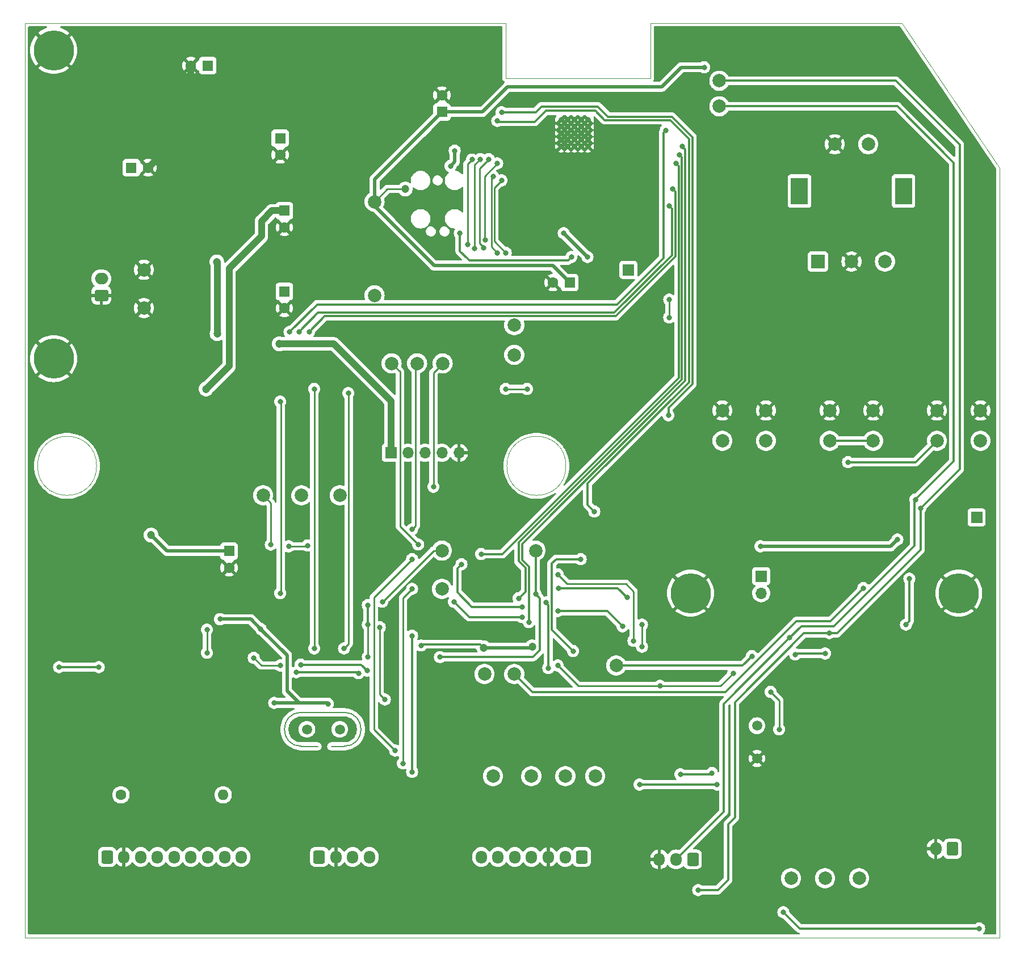
<source format=gbr>
G04 #@! TF.GenerationSoftware,KiCad,Pcbnew,7.0.1*
G04 #@! TF.CreationDate,2023-04-22T18:43:01+03:00*
G04 #@! TF.ProjectId,esp_radio,6573705f-7261-4646-996f-2e6b69636164,rev?*
G04 #@! TF.SameCoordinates,Original*
G04 #@! TF.FileFunction,Copper,L2,Bot*
G04 #@! TF.FilePolarity,Positive*
%FSLAX46Y46*%
G04 Gerber Fmt 4.6, Leading zero omitted, Abs format (unit mm)*
G04 Created by KiCad (PCBNEW 7.0.1) date 2023-04-22 18:43:01*
%MOMM*%
%LPD*%
G01*
G04 APERTURE LIST*
G04 Aperture macros list*
%AMRoundRect*
0 Rectangle with rounded corners*
0 $1 Rounding radius*
0 $2 $3 $4 $5 $6 $7 $8 $9 X,Y pos of 4 corners*
0 Add a 4 corners polygon primitive as box body*
4,1,4,$2,$3,$4,$5,$6,$7,$8,$9,$2,$3,0*
0 Add four circle primitives for the rounded corners*
1,1,$1+$1,$2,$3*
1,1,$1+$1,$4,$5*
1,1,$1+$1,$6,$7*
1,1,$1+$1,$8,$9*
0 Add four rect primitives between the rounded corners*
20,1,$1+$1,$2,$3,$4,$5,0*
20,1,$1+$1,$4,$5,$6,$7,0*
20,1,$1+$1,$6,$7,$8,$9,0*
20,1,$1+$1,$8,$9,$2,$3,0*%
G04 Aperture macros list end*
G04 #@! TA.AperFunction,NonConductor*
%ADD10C,0.200000*%
G04 #@! TD*
G04 #@! TA.AperFunction,ComponentPad*
%ADD11R,1.600000X1.600000*%
G04 #@! TD*
G04 #@! TA.AperFunction,ComponentPad*
%ADD12C,1.600000*%
G04 #@! TD*
G04 #@! TA.AperFunction,ComponentPad*
%ADD13C,3.400000*%
G04 #@! TD*
G04 #@! TA.AperFunction,ConnectorPad*
%ADD14C,6.000000*%
G04 #@! TD*
G04 #@! TA.AperFunction,ComponentPad*
%ADD15C,2.000000*%
G04 #@! TD*
G04 #@! TA.AperFunction,ComponentPad*
%ADD16RoundRect,0.250000X-0.600000X-0.725000X0.600000X-0.725000X0.600000X0.725000X-0.600000X0.725000X0*%
G04 #@! TD*
G04 #@! TA.AperFunction,ComponentPad*
%ADD17O,1.700000X1.950000*%
G04 #@! TD*
G04 #@! TA.AperFunction,ComponentPad*
%ADD18R,1.700000X1.700000*%
G04 #@! TD*
G04 #@! TA.AperFunction,ComponentPad*
%ADD19R,2.000000X2.000000*%
G04 #@! TD*
G04 #@! TA.AperFunction,ComponentPad*
%ADD20R,2.500000X4.000000*%
G04 #@! TD*
G04 #@! TA.AperFunction,ComponentPad*
%ADD21C,1.500000*%
G04 #@! TD*
G04 #@! TA.AperFunction,ComponentPad*
%ADD22C,0.800000*%
G04 #@! TD*
G04 #@! TA.AperFunction,ComponentPad*
%ADD23O,1.700000X1.700000*%
G04 #@! TD*
G04 #@! TA.AperFunction,ComponentPad*
%ADD24O,1.600000X1.600000*%
G04 #@! TD*
G04 #@! TA.AperFunction,ComponentPad*
%ADD25RoundRect,0.250000X0.600000X0.725000X-0.600000X0.725000X-0.600000X-0.725000X0.600000X-0.725000X0*%
G04 #@! TD*
G04 #@! TA.AperFunction,ComponentPad*
%ADD26RoundRect,0.250000X0.750000X-0.600000X0.750000X0.600000X-0.750000X0.600000X-0.750000X-0.600000X0*%
G04 #@! TD*
G04 #@! TA.AperFunction,ComponentPad*
%ADD27O,2.000000X1.700000*%
G04 #@! TD*
G04 #@! TA.AperFunction,ComponentPad*
%ADD28RoundRect,0.250000X0.600000X0.750000X-0.600000X0.750000X-0.600000X-0.750000X0.600000X-0.750000X0*%
G04 #@! TD*
G04 #@! TA.AperFunction,ComponentPad*
%ADD29O,1.700000X2.000000*%
G04 #@! TD*
G04 #@! TA.AperFunction,ViaPad*
%ADD30C,0.800000*%
G04 #@! TD*
G04 #@! TA.AperFunction,ViaPad*
%ADD31C,1.200000*%
G04 #@! TD*
G04 #@! TA.AperFunction,Conductor*
%ADD32C,1.000000*%
G04 #@! TD*
G04 #@! TA.AperFunction,Conductor*
%ADD33C,0.500000*%
G04 #@! TD*
G04 #@! TA.AperFunction,Conductor*
%ADD34C,0.250000*%
G04 #@! TD*
G04 #@! TA.AperFunction,Conductor*
%ADD35C,0.300000*%
G04 #@! TD*
G04 #@! TA.AperFunction,Profile*
%ADD36C,0.100000*%
G04 #@! TD*
G04 APERTURE END LIST*
D10*
X131445000Y-121920000D02*
G75*
G03*
X131445000Y-127000000I0J-2540000D01*
G01*
X135890000Y-127000000D02*
X137795000Y-127000000D01*
X137795000Y-121920000D02*
X135255000Y-121920000D01*
X131445000Y-127000000D02*
X133858000Y-127000000D01*
X137795000Y-127000000D02*
G75*
G03*
X137795000Y-121920000I0J2540000D01*
G01*
X133858000Y-127000000D02*
X133858000Y-127000000D01*
X131445000Y-121920000D02*
X135255000Y-121920000D01*
D11*
X152400000Y-32320113D03*
D12*
X152400000Y-29820113D03*
D13*
X94489000Y-69140000D03*
D14*
X94489000Y-69140000D03*
D15*
X165735000Y-131445000D03*
X158750000Y-116205000D03*
X204470000Y-146685000D03*
D16*
X134105000Y-143510000D03*
D17*
X136605000Y-143510000D03*
X139105000Y-143510000D03*
X141605000Y-143510000D03*
D18*
X180213000Y-55880000D03*
D15*
X170815000Y-131445000D03*
X209550000Y-146685000D03*
X107950000Y-61595000D03*
D19*
X208489000Y-54640000D03*
D15*
X218489000Y-54640000D03*
X213489000Y-54640000D03*
D20*
X205739000Y-44140000D03*
X221239000Y-44140000D03*
D15*
X210989000Y-37140000D03*
X215989000Y-37140000D03*
X131445000Y-89535000D03*
X142350000Y-45720000D03*
X193785000Y-27665000D03*
D11*
X128905000Y-47054888D03*
D12*
X128905000Y-49554888D03*
D15*
X232739000Y-81390000D03*
X226239000Y-81390000D03*
X232739000Y-76890000D03*
X226239000Y-76890000D03*
D18*
X232156000Y-92837000D03*
D21*
X199390000Y-128815000D03*
X199390000Y-123915000D03*
D15*
X137160000Y-89535000D03*
X125730000Y-89535000D03*
D13*
X94489000Y-23140000D03*
D14*
X94489000Y-23140000D03*
D16*
X102475000Y-143510000D03*
D17*
X104975000Y-143510000D03*
X107475000Y-143510000D03*
X109975000Y-143510000D03*
X112475000Y-143510000D03*
X114975000Y-143510000D03*
X117475000Y-143510000D03*
X119975000Y-143510000D03*
X122475000Y-143510000D03*
D22*
X170180000Y-33485000D03*
X170180000Y-34485000D03*
X170180000Y-35485000D03*
X170180000Y-36485000D03*
X170180000Y-37485000D03*
X171180000Y-33485000D03*
X171180000Y-34485000D03*
X171180000Y-35485000D03*
X171180000Y-36485000D03*
X171180000Y-37485000D03*
X172180000Y-33485000D03*
X172180000Y-34485000D03*
X172180000Y-35485000D03*
X172180000Y-36485000D03*
X172180000Y-37485000D03*
X173180000Y-33485000D03*
X173180000Y-34485000D03*
X173180000Y-35485000D03*
X173180000Y-36485000D03*
X173180000Y-37485000D03*
X174180000Y-33485000D03*
X174180000Y-34485000D03*
X174180000Y-35485000D03*
X174180000Y-36485000D03*
X174180000Y-37485000D03*
D15*
X178400000Y-114935000D03*
X175260000Y-131445000D03*
X214630000Y-146685000D03*
D18*
X200025000Y-101600000D03*
D23*
X200025000Y-104140000D03*
D15*
X152400000Y-97790000D03*
X216739000Y-81390000D03*
X210239000Y-81390000D03*
X216739000Y-76890000D03*
X210239000Y-76890000D03*
D13*
X189489000Y-104140000D03*
D14*
X189489000Y-104140000D03*
D15*
X163195000Y-64135000D03*
X166370000Y-97790000D03*
D21*
X132260000Y-124460000D03*
X137160000Y-124460000D03*
D12*
X104521000Y-134239000D03*
D24*
X119761000Y-134239000D03*
D15*
X160020000Y-131445000D03*
D13*
X229489000Y-104140000D03*
D14*
X229489000Y-104140000D03*
D15*
X152510000Y-69850000D03*
D11*
X128270000Y-36235000D03*
D12*
X128270000Y-38735000D03*
D15*
X152400000Y-103505000D03*
X107950000Y-55880000D03*
X163195000Y-116205000D03*
X163195000Y-68580000D03*
X193785000Y-31475000D03*
D11*
X171450000Y-57785000D03*
D12*
X168950000Y-57785000D03*
D15*
X142350000Y-59690000D03*
D11*
X120650000Y-97854888D03*
D12*
X120650000Y-100354888D03*
D11*
X117475000Y-25400000D03*
D12*
X114975000Y-25400000D03*
D15*
X200739000Y-81390000D03*
X194239000Y-81390000D03*
X200739000Y-76890000D03*
X194239000Y-76890000D03*
D11*
X128905000Y-59119888D03*
D12*
X128905000Y-61619888D03*
D15*
X148700000Y-69850000D03*
X144890000Y-69850000D03*
D11*
X106085000Y-40640000D03*
D12*
X108585000Y-40640000D03*
D18*
X144780000Y-83185000D03*
D23*
X147320000Y-83185000D03*
X149860000Y-83185000D03*
X152400000Y-83185000D03*
X154940000Y-83185000D03*
D25*
X189825000Y-143870000D03*
D17*
X187325000Y-143870000D03*
X184825000Y-143870000D03*
D26*
X101600000Y-59690000D03*
D27*
X101600000Y-57190000D03*
D28*
X228560000Y-142295000D03*
D29*
X226060000Y-142295000D03*
D25*
X173275000Y-143510000D03*
D17*
X170775000Y-143510000D03*
X168275000Y-143510000D03*
X165775000Y-143510000D03*
X163275000Y-143510000D03*
X160775000Y-143510000D03*
X158275000Y-143510000D03*
D30*
X181864000Y-124968000D03*
X173355000Y-135255000D03*
X206121000Y-129540000D03*
X92964000Y-102362000D03*
X111252000Y-129413000D03*
X215900000Y-125222000D03*
X106045000Y-137668000D03*
X219202000Y-137795000D03*
X210693000Y-135382000D03*
X119253000Y-129667000D03*
X148844000Y-50419000D03*
X155067000Y-45339000D03*
X203073000Y-128397000D03*
X225425000Y-92329000D03*
X145923000Y-45847000D03*
X166370000Y-114554000D03*
D31*
X125095000Y-120650000D03*
D30*
X199771000Y-38862000D03*
X220472000Y-123571000D03*
X149352000Y-114046000D03*
X183896000Y-85471000D03*
X218821000Y-134620000D03*
X172085000Y-95758000D03*
X228727000Y-146050000D03*
X230251000Y-131699000D03*
X178308000Y-55372000D03*
X215900000Y-127000000D03*
X225679000Y-149606000D03*
X147574000Y-55499000D03*
X191897000Y-52324000D03*
X107823000Y-71247000D03*
X211582000Y-118745000D03*
X172212000Y-41529000D03*
X107315000Y-105918000D03*
X141097000Y-77089000D03*
X177673000Y-74803000D03*
X219329000Y-143891000D03*
X119507000Y-109728000D03*
X141351000Y-66040000D03*
X183134000Y-67691000D03*
X215265000Y-134493000D03*
X221869000Y-140970000D03*
X224155000Y-120015000D03*
X228854000Y-149733000D03*
X191135000Y-149987000D03*
X163703000Y-100965000D03*
X93980000Y-149733000D03*
X147320000Y-88646000D03*
X97028000Y-75946000D03*
X108712000Y-129794000D03*
X144780000Y-106045000D03*
X122555000Y-135128000D03*
X221996000Y-147320000D03*
X219456000Y-150241000D03*
X220599000Y-126238000D03*
X124333000Y-110109000D03*
X223012000Y-133477000D03*
X217170000Y-120142000D03*
X105918000Y-23114000D03*
D31*
X103537000Y-122779000D03*
D30*
X140081000Y-102362000D03*
X224917000Y-133604000D03*
X130810000Y-22352000D03*
X138430000Y-120015000D03*
X135636000Y-71120000D03*
X206248000Y-118872000D03*
X151638000Y-136525000D03*
X195707000Y-39624000D03*
X138303000Y-128143000D03*
X128778000Y-149860000D03*
X219329000Y-140716000D03*
X221996000Y-150241000D03*
X215773000Y-137160000D03*
X210820000Y-130937000D03*
X201549000Y-116459000D03*
X179705000Y-100965000D03*
X210820000Y-126111000D03*
X230251000Y-135636000D03*
X118110000Y-123571000D03*
X225806000Y-146304000D03*
X155448000Y-57531000D03*
X151257000Y-40132000D03*
X230124000Y-127508000D03*
X135636000Y-97155000D03*
X168148000Y-140462000D03*
X98806000Y-139192000D03*
X151765000Y-106680000D03*
X198882000Y-144145000D03*
X206502000Y-135509000D03*
X137414000Y-64516000D03*
X225425000Y-135636000D03*
X207010000Y-26035000D03*
X219456000Y-147320000D03*
X221996000Y-143891000D03*
X150749000Y-151003000D03*
X224218500Y-136588500D03*
X161290000Y-46355000D03*
X178943000Y-41529000D03*
X155067000Y-75438000D03*
X215773000Y-65405000D03*
X221869000Y-137668000D03*
X198501000Y-67564000D03*
X208661000Y-111760000D03*
X128143000Y-137033000D03*
X187325000Y-94488000D03*
X192659000Y-60071000D03*
X153797000Y-124206000D03*
X220472000Y-120269000D03*
D31*
X118872000Y-65405000D03*
X118830000Y-54695000D03*
D30*
X125349000Y-109474000D03*
X119302954Y-108023356D03*
X220345000Y-96139000D03*
D31*
X117221000Y-73660000D03*
X109025500Y-95470188D03*
D30*
X169672000Y-114935000D03*
X141351000Y-108839000D03*
D31*
X158623000Y-112268000D03*
D30*
X202692000Y-124460000D03*
X184912000Y-117983000D03*
X129540000Y-97154310D03*
D31*
X165862000Y-112141000D03*
X146949000Y-43816043D03*
D30*
X127381000Y-120523000D03*
X141351000Y-113665000D03*
X201422000Y-118872000D03*
X132334000Y-97028000D03*
X135382000Y-120650000D03*
X149288500Y-111950500D03*
X141351000Y-105918000D03*
X195834000Y-116078000D03*
X191516000Y-25654000D03*
X199898000Y-97155000D03*
X174117000Y-53975000D03*
X153670000Y-40386000D03*
X154305000Y-38100000D03*
X170561000Y-50419000D03*
X143891000Y-120015000D03*
X143129000Y-109220000D03*
X212979000Y-84582000D03*
D31*
X128143000Y-66929000D03*
D30*
X165100000Y-73660000D03*
X161925000Y-73660000D03*
X155067000Y-50419000D03*
X171704000Y-53975000D03*
X171958000Y-112776000D03*
X173101000Y-99060000D03*
X167894000Y-105537000D03*
X168275000Y-115316000D03*
X193421000Y-132715000D03*
X181864000Y-132715000D03*
X192671500Y-130988176D03*
X187960000Y-131191000D03*
X190627000Y-148463000D03*
X210185000Y-110109000D03*
X223774000Y-91440000D03*
X204279500Y-110807500D03*
X223012000Y-90170000D03*
X185801000Y-35052000D03*
X129667000Y-65151000D03*
X131064000Y-65151000D03*
X186309000Y-46355000D03*
X186817000Y-43815000D03*
X132588000Y-65151000D03*
X147955000Y-110490000D03*
X147955000Y-130810000D03*
X159385000Y-39370000D03*
X158615172Y-52578000D03*
X151130000Y-88265000D03*
X160655000Y-33655000D03*
X175133000Y-91948000D03*
X182245000Y-112141000D03*
X182245000Y-108839000D03*
X186309000Y-60325000D03*
X186309000Y-62992000D03*
X101219000Y-115189000D03*
X95289500Y-115189000D03*
X156210000Y-52070000D03*
X156887587Y-39425184D03*
X147955000Y-103505000D03*
X146595500Y-129540000D03*
X148862750Y-96882250D03*
X158115000Y-39370000D03*
X147955000Y-99060000D03*
X157294729Y-52705000D03*
X147955000Y-94615000D03*
X145415000Y-127635000D03*
X128270000Y-75565000D03*
X161290000Y-42545000D03*
X161925000Y-53340000D03*
X128270000Y-104140000D03*
X126873000Y-96901000D03*
X124333000Y-113792000D03*
X128270000Y-114935000D03*
X169672000Y-101346000D03*
X180975000Y-111252000D03*
X143510000Y-105410000D03*
X130683000Y-115951000D03*
X139954000Y-116078000D03*
X141224000Y-115697000D03*
X166370000Y-104267000D03*
X152107161Y-113687040D03*
X131318000Y-114808000D03*
X198628000Y-113538000D03*
X215265000Y-103378000D03*
X161290000Y-32385000D03*
X186182000Y-77597000D03*
X117348000Y-113030000D03*
X117348000Y-109601000D03*
X133350000Y-112395000D03*
X133350000Y-73660000D03*
X160655000Y-40005000D03*
X158845999Y-51435000D03*
X138430000Y-74295000D03*
X160650701Y-53344299D03*
X137795000Y-112395000D03*
X160020000Y-41910000D03*
X158242000Y-98298000D03*
X187325000Y-40005000D03*
X163830000Y-104902000D03*
X187833000Y-38735000D03*
X188214000Y-37465000D03*
X165354000Y-108458000D03*
X169672000Y-106807000D03*
X179324000Y-109093000D03*
X180008432Y-104797899D03*
X169764369Y-103390500D03*
X164338000Y-106172000D03*
X155321000Y-99822000D03*
X164338000Y-107696000D03*
X154178000Y-105410000D03*
X209550000Y-113157000D03*
X205105000Y-113284000D03*
X203327000Y-151765000D03*
X232537000Y-154178000D03*
X222123000Y-101981000D03*
X221615000Y-108839000D03*
D32*
X114975000Y-34250000D02*
X108585000Y-40640000D01*
X114975000Y-25400000D02*
X114975000Y-34250000D01*
X118872000Y-65405000D02*
X118872000Y-54737000D01*
X118872000Y-54737000D02*
X118830000Y-54695000D01*
D33*
X168910000Y-55245000D02*
X171450000Y-57785000D01*
X131064000Y-120523000D02*
X129286000Y-118745000D01*
X188087000Y-25654000D02*
X191516000Y-25654000D01*
X152400000Y-32320113D02*
X158433887Y-32320113D01*
X129286000Y-118745000D02*
X129286000Y-113411000D01*
D34*
X202692000Y-124460000D02*
X202692000Y-120142000D01*
D35*
X165735000Y-112268000D02*
X165862000Y-112141000D01*
D33*
X142350000Y-46338000D02*
X151257000Y-55245000D01*
D34*
X172720000Y-117983000D02*
X169672000Y-114935000D01*
D33*
X129286000Y-113411000D02*
X125349000Y-109474000D01*
D34*
X202692000Y-120142000D02*
X201422000Y-118872000D01*
D32*
X128905000Y-47054888D02*
X127062112Y-47054888D01*
D34*
X132207690Y-97154310D02*
X132334000Y-97028000D01*
D32*
X120650000Y-70231000D02*
X117221000Y-73660000D01*
D33*
X131064000Y-120523000D02*
X135255000Y-120523000D01*
D35*
X158115000Y-111760000D02*
X158623000Y-112268000D01*
D34*
X184912000Y-117983000D02*
X193929000Y-117983000D01*
D33*
X158433887Y-32320113D02*
X162179000Y-28575000D01*
D32*
X127062112Y-47054888D02*
X125476000Y-48641000D01*
D34*
X193929000Y-117983000D02*
X195834000Y-116078000D01*
D33*
X162179000Y-28575000D02*
X185166000Y-28575000D01*
D34*
X135255000Y-120523000D02*
X135382000Y-120650000D01*
D33*
X111410200Y-97854888D02*
X109025500Y-95470188D01*
D34*
X184912000Y-117983000D02*
X175768000Y-117983000D01*
D33*
X123898356Y-108023356D02*
X125349000Y-109474000D01*
D34*
X129540000Y-97154310D02*
X132207690Y-97154310D01*
X141351000Y-113665000D02*
X141351000Y-108839000D01*
D35*
X149288500Y-111950500D02*
X149479000Y-111760000D01*
D32*
X125476000Y-48641000D02*
X125476000Y-50862567D01*
D33*
X219329000Y-97155000D02*
X220345000Y-96139000D01*
X152400000Y-32320113D02*
X142350000Y-42370113D01*
X158623000Y-112268000D02*
X165735000Y-112268000D01*
D32*
X120650000Y-55688567D02*
X120650000Y-70231000D01*
D35*
X149479000Y-111760000D02*
X158115000Y-111760000D01*
D34*
X142350000Y-45720000D02*
X144253957Y-43816043D01*
D33*
X119302954Y-108023356D02*
X123898356Y-108023356D01*
D32*
X125476000Y-50862567D02*
X120650000Y-55688567D01*
D33*
X151257000Y-55245000D02*
X168910000Y-55245000D01*
D35*
X141351000Y-105918000D02*
X141351000Y-108839000D01*
D33*
X142350000Y-45720000D02*
X142350000Y-46338000D01*
D34*
X175768000Y-117983000D02*
X172720000Y-117983000D01*
D33*
X185166000Y-28575000D02*
X188087000Y-25654000D01*
X131064000Y-120523000D02*
X127381000Y-120523000D01*
X199898000Y-97155000D02*
X219329000Y-97155000D01*
D34*
X144253957Y-43816043D02*
X146949000Y-43816043D01*
D33*
X120650000Y-97854888D02*
X111410200Y-97854888D01*
X142350000Y-42370113D02*
X142350000Y-45720000D01*
X170561000Y-50419000D02*
X174117000Y-53975000D01*
X154305000Y-38100000D02*
X154305000Y-39751000D01*
X154305000Y-39751000D02*
X153670000Y-40386000D01*
D34*
X143129000Y-119253000D02*
X143891000Y-120015000D01*
X143129000Y-109220000D02*
X143129000Y-119253000D01*
D35*
X210239000Y-81390000D02*
X216739000Y-81390000D01*
X212979000Y-84582000D02*
X223047000Y-84582000D01*
X223047000Y-84582000D02*
X226239000Y-81390000D01*
D32*
X144780000Y-75438000D02*
X136271000Y-66929000D01*
X136271000Y-66929000D02*
X128143000Y-66929000D01*
X144780000Y-83185000D02*
X144780000Y-75438000D01*
D34*
X161925000Y-73660000D02*
X165100000Y-73660000D01*
D35*
X155067000Y-50419000D02*
X155067000Y-53086000D01*
X164211000Y-54483000D02*
X171196000Y-54483000D01*
X156464000Y-54483000D02*
X164211000Y-54483000D01*
X171196000Y-54483000D02*
X171704000Y-53975000D01*
X156210000Y-54229000D02*
X156464000Y-54483000D01*
X155067000Y-53086000D02*
X156210000Y-54229000D01*
X171958000Y-112776000D02*
X168783000Y-109601000D01*
X168783000Y-99695000D02*
X169418000Y-99060000D01*
X169418000Y-99060000D02*
X173101000Y-99060000D01*
X168783000Y-109601000D02*
X168783000Y-99695000D01*
X168275000Y-105918000D02*
X168275000Y-115316000D01*
X167894000Y-105537000D02*
X168275000Y-105918000D01*
X181864000Y-132715000D02*
X193421000Y-132715000D01*
X192468676Y-131191000D02*
X192671500Y-130988176D01*
X187960000Y-131191000D02*
X192468676Y-131191000D01*
X193785000Y-27665000D02*
X220070000Y-27665000D01*
X211328000Y-110109000D02*
X223774000Y-97663000D01*
X193548000Y-148463000D02*
X195072000Y-146939000D01*
X195072000Y-146939000D02*
X195072000Y-138623000D01*
X220070000Y-27665000D02*
X229616000Y-37211000D01*
X229616000Y-37211000D02*
X229616000Y-85598000D01*
X229616000Y-85598000D02*
X223774000Y-91440000D01*
X195072000Y-138623000D02*
X196088000Y-137607000D01*
X196088000Y-137607000D02*
X196088000Y-120396000D01*
X223774000Y-97663000D02*
X223774000Y-91440000D01*
X196088000Y-120396000D02*
X206375000Y-110109000D01*
X190627000Y-148463000D02*
X193548000Y-148463000D01*
X206375000Y-110109000D02*
X211328000Y-110109000D01*
X205994000Y-109093000D02*
X204279500Y-110807500D01*
X228727000Y-39878000D02*
X228727000Y-84455000D01*
X222885000Y-90297000D02*
X222885000Y-97028000D01*
X187325000Y-143870000D02*
X194437000Y-136758000D01*
X194437000Y-136758000D02*
X194437000Y-120650000D01*
X194437000Y-120650000D02*
X204279500Y-110807500D01*
X222885000Y-97028000D02*
X210820000Y-109093000D01*
X193785000Y-31475000D02*
X220324000Y-31475000D01*
X220324000Y-31475000D02*
X228727000Y-39878000D01*
X210820000Y-109093000D02*
X205994000Y-109093000D01*
X228727000Y-84455000D02*
X222885000Y-90297000D01*
X185420000Y-35433000D02*
X185801000Y-35052000D01*
X178482000Y-61040000D02*
X185420000Y-54102000D01*
X185420000Y-54102000D02*
X185420000Y-35433000D01*
X129667000Y-65151000D02*
X133778000Y-61040000D01*
X133778000Y-61040000D02*
X178482000Y-61040000D01*
X186690000Y-46736000D02*
X186309000Y-46355000D01*
X186690000Y-53721000D02*
X186690000Y-46736000D01*
X178125501Y-62285499D02*
X186690000Y-53721000D01*
X133929501Y-62285499D02*
X178125501Y-62285499D01*
X131064000Y-65151000D02*
X133929501Y-62285499D01*
X187198000Y-44196000D02*
X186817000Y-43815000D01*
X132588000Y-65151000D02*
X134954000Y-62785000D01*
X178332402Y-62785000D02*
X187198000Y-53919402D01*
X187198000Y-53919402D02*
X187198000Y-44196000D01*
X134954000Y-62785000D02*
X178332402Y-62785000D01*
D34*
X152510000Y-69850000D02*
X151130000Y-71230000D01*
X157988000Y-40767000D02*
X159385000Y-39370000D01*
X158615172Y-52570172D02*
X157988000Y-51943000D01*
X158615172Y-52578000D02*
X158615172Y-52570172D01*
X157988000Y-51943000D02*
X157988000Y-40767000D01*
X151130000Y-71230000D02*
X151130000Y-88265000D01*
D35*
X147955000Y-130810000D02*
X147955000Y-110490000D01*
X176657000Y-33528000D02*
X175260000Y-32131000D01*
X174117000Y-90932000D02*
X174117000Y-87757000D01*
X174117000Y-87757000D02*
X189230000Y-72644000D01*
X160782000Y-33782000D02*
X160655000Y-33655000D01*
X189230000Y-72644000D02*
X189230000Y-36322000D01*
X167894000Y-32131000D02*
X166243000Y-33782000D01*
X166243000Y-33782000D02*
X160782000Y-33782000D01*
X175133000Y-91948000D02*
X174117000Y-90932000D01*
X186436000Y-33528000D02*
X176657000Y-33528000D01*
X175260000Y-32131000D02*
X167894000Y-32131000D01*
X189230000Y-36322000D02*
X186436000Y-33528000D01*
D34*
X182245000Y-112141000D02*
X182245000Y-108839000D01*
X186309000Y-62992000D02*
X186309000Y-60325000D01*
D35*
X101219000Y-115189000D02*
X95289500Y-115189000D01*
D34*
X146145000Y-71105000D02*
X146145000Y-94164500D01*
X146145000Y-94164500D02*
X148862750Y-96882250D01*
X147955000Y-103505000D02*
X146595500Y-104864500D01*
X156210000Y-52070000D02*
X156210000Y-40102771D01*
X156210000Y-40102771D02*
X156887587Y-39425184D01*
X146595500Y-104864500D02*
X146595500Y-129540000D01*
X144890000Y-69850000D02*
X146145000Y-71105000D01*
X142240000Y-124460000D02*
X142240000Y-104775000D01*
X148700000Y-69850000D02*
X148495000Y-70055000D01*
X148495000Y-94075000D02*
X147955000Y-94615000D01*
X158115000Y-39370000D02*
X157294729Y-40190271D01*
X142240000Y-104775000D02*
X147955000Y-99060000D01*
X157294729Y-40190271D02*
X157294729Y-52705000D01*
X148495000Y-70055000D02*
X148495000Y-94075000D01*
X145415000Y-127635000D02*
X142240000Y-124460000D01*
X128270000Y-75565000D02*
X128360000Y-75655000D01*
X161290000Y-42545000D02*
X160215501Y-43619499D01*
X128360000Y-75655000D02*
X128360000Y-104050000D01*
X160215501Y-43619499D02*
X160215501Y-51630501D01*
X160215501Y-51630501D02*
X161925000Y-53340000D01*
X128360000Y-104050000D02*
X128270000Y-104140000D01*
X125730000Y-89535000D02*
X126873000Y-90678000D01*
X126873000Y-90678000D02*
X126873000Y-96901000D01*
X125476000Y-114935000D02*
X124333000Y-113792000D01*
X128270000Y-114935000D02*
X125476000Y-114935000D01*
X180975000Y-111252000D02*
X180975000Y-103886000D01*
X171069000Y-102743000D02*
X169672000Y-101346000D01*
X179832000Y-102743000D02*
X171069000Y-102743000D01*
X180975000Y-103886000D02*
X179832000Y-102743000D01*
X143510000Y-105410000D02*
X151130000Y-97790000D01*
X151130000Y-97790000D02*
X152400000Y-97790000D01*
D35*
X130683000Y-115951000D02*
X139827000Y-115951000D01*
X139827000Y-115951000D02*
X139954000Y-116078000D01*
X152074598Y-113665000D02*
X165989000Y-113665000D01*
X140335000Y-114808000D02*
X141224000Y-115697000D01*
X167005000Y-104902000D02*
X166370000Y-104267000D01*
X165989000Y-113665000D02*
X167005000Y-112649000D01*
X131318000Y-114808000D02*
X140335000Y-114808000D01*
X166370000Y-97790000D02*
X166370000Y-104267000D01*
X167005000Y-112649000D02*
X167005000Y-104902000D01*
X197231000Y-114935000D02*
X198628000Y-113538000D01*
X178400000Y-114935000D02*
X197231000Y-114935000D01*
X210312000Y-108331000D02*
X210058000Y-108331000D01*
X215265000Y-103378000D02*
X210312000Y-108331000D01*
X163195000Y-116205000D02*
X165862000Y-118872000D01*
X205232000Y-108331000D02*
X210058000Y-108331000D01*
X194691000Y-118872000D02*
X205232000Y-108331000D01*
X165862000Y-118872000D02*
X194691000Y-118872000D01*
X175641000Y-31496000D02*
X167259000Y-31496000D01*
X186690000Y-33020000D02*
X177165000Y-33020000D01*
X186182000Y-76454000D02*
X189738000Y-72898000D01*
X186817000Y-33147000D02*
X186690000Y-33020000D01*
X186182000Y-77597000D02*
X186182000Y-76454000D01*
X189738000Y-36068000D02*
X186817000Y-33147000D01*
X189738000Y-72898000D02*
X189738000Y-39370000D01*
X177165000Y-33020000D02*
X175641000Y-31496000D01*
X166370000Y-32385000D02*
X161290000Y-32385000D01*
X167259000Y-31496000D02*
X166370000Y-32385000D01*
X189738000Y-39370000D02*
X189738000Y-36068000D01*
D34*
X117348000Y-109601000D02*
X117348000Y-113030000D01*
X133350000Y-112395000D02*
X133350000Y-73660000D01*
X160655000Y-40005000D02*
X158750000Y-41910000D01*
X158750000Y-41910000D02*
X158750000Y-51339001D01*
X158750000Y-51339001D02*
X158845999Y-51435000D01*
X159766000Y-42164000D02*
X159766000Y-52459598D01*
X138485000Y-74350000D02*
X138430000Y-74295000D01*
X138485000Y-111705000D02*
X138485000Y-74350000D01*
X137795000Y-112395000D02*
X138485000Y-111705000D01*
X159766000Y-52459598D02*
X160650701Y-53344299D01*
X160020000Y-41910000D02*
X159766000Y-42164000D01*
D35*
X187706000Y-72009000D02*
X187706000Y-40386000D01*
X187706000Y-40386000D02*
X187325000Y-40005000D01*
X161417000Y-98298000D02*
X187706000Y-72009000D01*
X158242000Y-98298000D02*
X161417000Y-98298000D01*
X163830000Y-96591401D02*
X188205501Y-72215900D01*
X188205501Y-72215900D02*
X188205501Y-39107501D01*
X164846000Y-100402106D02*
X163830000Y-99386106D01*
X163830000Y-99386106D02*
X163830000Y-96591401D01*
X164846000Y-103886000D02*
X164846000Y-100402106D01*
X188205501Y-39107501D02*
X187833000Y-38735000D01*
X163830000Y-104902000D02*
X164846000Y-103886000D01*
X164338000Y-96789802D02*
X188705002Y-72422800D01*
X165354000Y-108458000D02*
X165354000Y-100203000D01*
X165354000Y-100203000D02*
X164338000Y-99187000D01*
X164338000Y-99187000D02*
X164338000Y-96789802D01*
X188705002Y-72422800D02*
X188705002Y-37956002D01*
X188705002Y-37956002D02*
X188214000Y-37465000D01*
X179324000Y-109093000D02*
X177038000Y-106807000D01*
X177038000Y-106807000D02*
X169672000Y-106807000D01*
X178601033Y-103390500D02*
X180008432Y-104797899D01*
X169764369Y-103390500D02*
X178601033Y-103390500D01*
X154686000Y-104013000D02*
X156845000Y-106172000D01*
X155321000Y-99822000D02*
X154686000Y-100457000D01*
X156845000Y-106172000D02*
X164338000Y-106172000D01*
X154686000Y-100457000D02*
X154686000Y-104013000D01*
X164338000Y-107696000D02*
X156464000Y-107696000D01*
X156464000Y-107696000D02*
X154178000Y-105410000D01*
X205232000Y-113157000D02*
X205105000Y-113284000D01*
X209550000Y-113157000D02*
X205232000Y-113157000D01*
X232537000Y-154178000D02*
X205740000Y-154178000D01*
X205740000Y-154178000D02*
X203327000Y-151765000D01*
X222123000Y-108331000D02*
X221615000Y-108839000D01*
X222123000Y-101981000D02*
X222123000Y-108331000D01*
G04 #@! TA.AperFunction,Conductor*
G36*
X147820986Y-84499127D02*
G01*
X147856712Y-84542659D01*
X147869500Y-84597503D01*
X147869500Y-93612142D01*
X147856950Y-93666500D01*
X147821842Y-93709855D01*
X147771281Y-93733432D01*
X147675197Y-93753855D01*
X147502269Y-93830848D01*
X147349129Y-93942110D01*
X147222466Y-94082784D01*
X147202757Y-94116920D01*
X147164260Y-94158021D01*
X147111555Y-94177857D01*
X147055512Y-94172337D01*
X147007690Y-94142599D01*
X146806819Y-93941728D01*
X146779939Y-93901500D01*
X146770500Y-93854047D01*
X146770500Y-84597503D01*
X146783288Y-84542659D01*
X146819014Y-84499127D01*
X146870309Y-84475886D01*
X146926593Y-84477728D01*
X147045450Y-84509575D01*
X147084592Y-84520063D01*
X147320000Y-84540659D01*
X147555408Y-84520063D01*
X147647812Y-84495303D01*
X147713407Y-84477728D01*
X147769691Y-84475886D01*
X147820986Y-84499127D01*
G37*
G04 #@! TD.AperFunction*
G04 #@! TA.AperFunction,Conductor*
G36*
X93477617Y-19564511D02*
G01*
X93521935Y-19603377D01*
X93543299Y-19658315D01*
X93536882Y-19716911D01*
X93504133Y-19765922D01*
X93452454Y-19794275D01*
X93405954Y-19806734D01*
X93063468Y-19938202D01*
X92736594Y-20104753D01*
X92428931Y-20304552D01*
X92195851Y-20493297D01*
X94489000Y-22786446D01*
X94489001Y-22786446D01*
X96782148Y-20493297D01*
X96549068Y-20304552D01*
X96241406Y-20104753D01*
X95914531Y-19938202D01*
X95572045Y-19806734D01*
X95525546Y-19794275D01*
X95473867Y-19765922D01*
X95441118Y-19716911D01*
X95434701Y-19658315D01*
X95456065Y-19603377D01*
X95500383Y-19564511D01*
X95557640Y-19550500D01*
X161300500Y-19550500D01*
X161362500Y-19567113D01*
X161407887Y-19612500D01*
X161424500Y-19674500D01*
X161424500Y-27376961D01*
X161432190Y-27403153D01*
X161435947Y-27420426D01*
X161439835Y-27447457D01*
X161451173Y-27472283D01*
X161457354Y-27488857D01*
X161465045Y-27515049D01*
X161465046Y-27515051D01*
X161465047Y-27515053D01*
X161479810Y-27538025D01*
X161488283Y-27553543D01*
X161499622Y-27578372D01*
X161517495Y-27598998D01*
X161528097Y-27613162D01*
X161542855Y-27636127D01*
X161563487Y-27654005D01*
X161575992Y-27666510D01*
X161593872Y-27687143D01*
X161616836Y-27701901D01*
X161631002Y-27712505D01*
X161651625Y-27730376D01*
X161651626Y-27730376D01*
X161651627Y-27730377D01*
X161676455Y-27741715D01*
X161691974Y-27750189D01*
X161714947Y-27764953D01*
X161714948Y-27764953D01*
X161719582Y-27767931D01*
X161761649Y-27813323D01*
X161776539Y-27873393D01*
X161760542Y-27933178D01*
X161717644Y-27977785D01*
X161709280Y-27982944D01*
X161694164Y-27995257D01*
X161641831Y-28050726D01*
X161639319Y-28053312D01*
X158159338Y-31533294D01*
X158119110Y-31560174D01*
X158071657Y-31569613D01*
X153822351Y-31569613D01*
X153764223Y-31555144D01*
X153719660Y-31515115D01*
X153699061Y-31458866D01*
X153694091Y-31412630D01*
X153643796Y-31277782D01*
X153557546Y-31162567D01*
X153442331Y-31076317D01*
X153307483Y-31026022D01*
X153247873Y-31019613D01*
X153247869Y-31019613D01*
X153241265Y-31018903D01*
X153241456Y-31017118D01*
X153185157Y-31001151D01*
X153139443Y-30951263D01*
X153130414Y-30904080D01*
X152400001Y-30173666D01*
X152400000Y-30173666D01*
X151669584Y-30904080D01*
X151660558Y-30951256D01*
X151614857Y-31001142D01*
X151558543Y-31017123D01*
X151558735Y-31018904D01*
X151552129Y-31019613D01*
X151552128Y-31019614D01*
X151524345Y-31022600D01*
X151492515Y-31026022D01*
X151357669Y-31076317D01*
X151242454Y-31162567D01*
X151156204Y-31277781D01*
X151105909Y-31412629D01*
X151099500Y-31472244D01*
X151099500Y-32507882D01*
X151090061Y-32555335D01*
X151063181Y-32595563D01*
X141864358Y-41794385D01*
X141850727Y-41806166D01*
X141831467Y-41820505D01*
X141799633Y-41858442D01*
X141792341Y-41866402D01*
X141788408Y-41870335D01*
X141769176Y-41894658D01*
X141766902Y-41897450D01*
X141717894Y-41955857D01*
X141707418Y-41972300D01*
X141675192Y-42041407D01*
X141673622Y-42044649D01*
X141639393Y-42112805D01*
X141632996Y-42131211D01*
X141617573Y-42205901D01*
X141616793Y-42209418D01*
X141599208Y-42283618D01*
X141597229Y-42302991D01*
X141599448Y-42379244D01*
X141599500Y-42382850D01*
X141599500Y-44346128D01*
X141582023Y-44409602D01*
X141534518Y-44455181D01*
X141528448Y-44458466D01*
X141526487Y-44459528D01*
X141330259Y-44612259D01*
X141330256Y-44612261D01*
X141330256Y-44612262D01*
X141161836Y-44795215D01*
X141155188Y-44805391D01*
X141025825Y-45003395D01*
X140965498Y-45140928D01*
X140925937Y-45231119D01*
X140869869Y-45452524D01*
X140864891Y-45472183D01*
X140844356Y-45719999D01*
X140864891Y-45967816D01*
X140864891Y-45967819D01*
X140864892Y-45967821D01*
X140925937Y-46208881D01*
X140947808Y-46258741D01*
X141025825Y-46436604D01*
X141025827Y-46436607D01*
X141161836Y-46644785D01*
X141330256Y-46827738D01*
X141330259Y-46827740D01*
X141526485Y-46980470D01*
X141526487Y-46980471D01*
X141526491Y-46980474D01*
X141745190Y-47098828D01*
X141810844Y-47121367D01*
X141980384Y-47179571D01*
X142030771Y-47187978D01*
X142121028Y-47203039D01*
X142157367Y-47215095D01*
X142188298Y-47237666D01*
X150681267Y-55730634D01*
X150693048Y-55744266D01*
X150707387Y-55763526D01*
X150707390Y-55763530D01*
X150745355Y-55795386D01*
X150753317Y-55802684D01*
X150757224Y-55806591D01*
X150781542Y-55825819D01*
X150784298Y-55828063D01*
X150841786Y-55876302D01*
X150841788Y-55876303D01*
X150842757Y-55877116D01*
X150859177Y-55887576D01*
X150860321Y-55888109D01*
X150860323Y-55888111D01*
X150928357Y-55919835D01*
X150931456Y-55921335D01*
X150998567Y-55955040D01*
X150999704Y-55955611D01*
X151018084Y-55961998D01*
X151019321Y-55962253D01*
X151019327Y-55962256D01*
X151092862Y-55977439D01*
X151096209Y-55978181D01*
X151169279Y-55995500D01*
X151169281Y-55995500D01*
X151170505Y-55995790D01*
X151189876Y-55997769D01*
X151191140Y-55997732D01*
X151191144Y-55997733D01*
X151266110Y-55995552D01*
X151269716Y-55995500D01*
X168547770Y-55995500D01*
X168595223Y-56004939D01*
X168635451Y-56031819D01*
X168884879Y-56281247D01*
X168918259Y-56342089D01*
X168913720Y-56411338D01*
X168872684Y-56467304D01*
X168808005Y-56492456D01*
X168723397Y-56499858D01*
X168503672Y-56558733D01*
X168297516Y-56654865D01*
X168224526Y-56705973D01*
X170033966Y-58515413D01*
X170081142Y-58524439D01*
X170131028Y-58570140D01*
X170147011Y-58626456D01*
X170148791Y-58626265D01*
X170149501Y-58632869D01*
X170149501Y-58632872D01*
X170155909Y-58692483D01*
X170206204Y-58827331D01*
X170292454Y-58942546D01*
X170407669Y-59028796D01*
X170542517Y-59079091D01*
X170602127Y-59085500D01*
X172297872Y-59085499D01*
X172357483Y-59079091D01*
X172492331Y-59028796D01*
X172607546Y-58942546D01*
X172693796Y-58827331D01*
X172744091Y-58692483D01*
X172750500Y-58632873D01*
X172750499Y-56937128D01*
X172744091Y-56877517D01*
X172693796Y-56742669D01*
X172607546Y-56627454D01*
X172492331Y-56541204D01*
X172357483Y-56490909D01*
X172297873Y-56484500D01*
X172297869Y-56484500D01*
X171262229Y-56484500D01*
X171214776Y-56475061D01*
X171174548Y-56448181D01*
X170071549Y-55345181D01*
X170041299Y-55295818D01*
X170036757Y-55238102D01*
X170058912Y-55184615D01*
X170102935Y-55147015D01*
X170159230Y-55133500D01*
X171110495Y-55133500D01*
X171131704Y-55135841D01*
X171134294Y-55135759D01*
X171134296Y-55135760D01*
X171204262Y-55133560D01*
X171208157Y-55133500D01*
X171236920Y-55133500D01*
X171236925Y-55133500D01*
X171241302Y-55132946D01*
X171252941Y-55132030D01*
X171298569Y-55130597D01*
X171318949Y-55124675D01*
X171337989Y-55120732D01*
X171359058Y-55118071D01*
X171401520Y-55101258D01*
X171412557Y-55097480D01*
X171456398Y-55084744D01*
X171474670Y-55073936D01*
X171492136Y-55065380D01*
X171511871Y-55057568D01*
X171548816Y-55030725D01*
X171558548Y-55024332D01*
X171597865Y-55001081D01*
X171612874Y-54986071D01*
X171627663Y-54973439D01*
X171644837Y-54960963D01*
X171673938Y-54925783D01*
X171681796Y-54917148D01*
X171687134Y-54911810D01*
X171727360Y-54884937D01*
X171774807Y-54875500D01*
X171798648Y-54875500D01*
X171922084Y-54849262D01*
X171983803Y-54836144D01*
X172156730Y-54759151D01*
X172156729Y-54759151D01*
X172309870Y-54647889D01*
X172316973Y-54640001D01*
X172436533Y-54507216D01*
X172531179Y-54343284D01*
X172589674Y-54163256D01*
X172609460Y-53975000D01*
X172593659Y-53824666D01*
X172602172Y-53764857D01*
X172637939Y-53716165D01*
X172692470Y-53690155D01*
X172752820Y-53693001D01*
X172804661Y-53724028D01*
X173204228Y-54123595D01*
X173234478Y-54172958D01*
X173289820Y-54343284D01*
X173384466Y-54507216D01*
X173511129Y-54647889D01*
X173664269Y-54759151D01*
X173837197Y-54836144D01*
X174022352Y-54875500D01*
X174022354Y-54875500D01*
X174211646Y-54875500D01*
X174211648Y-54875500D01*
X174335084Y-54849262D01*
X174396803Y-54836144D01*
X174569730Y-54759151D01*
X174569729Y-54759151D01*
X174722870Y-54647889D01*
X174729973Y-54640001D01*
X174849533Y-54507216D01*
X174944179Y-54343284D01*
X175002674Y-54163256D01*
X175022460Y-53975000D01*
X175002674Y-53786744D01*
X174971290Y-53690155D01*
X174944179Y-53606715D01*
X174849533Y-53442783D01*
X174722870Y-53302110D01*
X174569730Y-53190848D01*
X174396803Y-53113855D01*
X174331669Y-53100011D01*
X174298283Y-53087694D01*
X174269769Y-53066402D01*
X171473771Y-50270403D01*
X171443521Y-50221040D01*
X171388179Y-50050715D01*
X171293533Y-49886783D01*
X171166870Y-49746110D01*
X171013730Y-49634848D01*
X170840802Y-49557855D01*
X170655648Y-49518500D01*
X170655646Y-49518500D01*
X170466354Y-49518500D01*
X170466352Y-49518500D01*
X170281197Y-49557855D01*
X170108269Y-49634848D01*
X169955129Y-49746110D01*
X169828466Y-49886783D01*
X169733820Y-50050715D01*
X169675326Y-50230742D01*
X169655540Y-50418999D01*
X169675326Y-50607257D01*
X169733820Y-50787284D01*
X169828466Y-50951216D01*
X169955129Y-51091889D01*
X170108269Y-51203151D01*
X170281193Y-51280143D01*
X170281196Y-51280143D01*
X170281197Y-51280144D01*
X170346333Y-51293988D01*
X170379714Y-51306303D01*
X170408228Y-51327596D01*
X171747744Y-52667112D01*
X171955353Y-52874720D01*
X171987104Y-52929055D01*
X171988093Y-52991979D01*
X171958065Y-53047284D01*
X171904754Y-53080726D01*
X171841892Y-53083692D01*
X171824516Y-53079998D01*
X171798646Y-53074500D01*
X171609354Y-53074500D01*
X171609352Y-53074500D01*
X171424197Y-53113855D01*
X171251269Y-53190848D01*
X171098129Y-53302110D01*
X170971466Y-53442783D01*
X170876820Y-53606715D01*
X170831299Y-53746818D01*
X170805518Y-53791472D01*
X170763803Y-53821780D01*
X170713368Y-53832500D01*
X164293177Y-53832500D01*
X162882490Y-53832500D01*
X162826195Y-53818985D01*
X162782172Y-53781385D01*
X162760017Y-53727898D01*
X162764559Y-53670182D01*
X162782973Y-53613510D01*
X162810674Y-53528256D01*
X162830460Y-53340000D01*
X162810674Y-53151744D01*
X162776733Y-53047284D01*
X162752179Y-52971715D01*
X162657533Y-52807783D01*
X162530870Y-52667110D01*
X162377730Y-52555848D01*
X162204802Y-52478855D01*
X162019648Y-52439500D01*
X162019646Y-52439500D01*
X161960452Y-52439500D01*
X161912999Y-52430061D01*
X161872771Y-52403181D01*
X160877320Y-51407729D01*
X160850440Y-51367501D01*
X160841001Y-51320048D01*
X160841001Y-43929951D01*
X160850440Y-43882498D01*
X160877320Y-43842270D01*
X161237772Y-43481819D01*
X161278000Y-43454939D01*
X161325453Y-43445500D01*
X161384648Y-43445500D01*
X161519703Y-43416793D01*
X161569803Y-43406144D01*
X161742730Y-43329151D01*
X161816386Y-43275637D01*
X161895870Y-43217889D01*
X161920548Y-43190482D01*
X162022533Y-43077216D01*
X162117179Y-42913284D01*
X162175674Y-42733256D01*
X162195460Y-42545000D01*
X162175674Y-42356744D01*
X162145332Y-42263363D01*
X162117179Y-42176715D01*
X162022533Y-42012783D01*
X161895870Y-41872110D01*
X161742730Y-41760848D01*
X161569802Y-41683855D01*
X161384648Y-41644500D01*
X161384646Y-41644500D01*
X161195354Y-41644500D01*
X161195351Y-41644500D01*
X161010120Y-41683871D01*
X160950160Y-41681777D01*
X160898202Y-41651779D01*
X160866409Y-41600899D01*
X160847179Y-41541715D01*
X160752533Y-41377783D01*
X160625870Y-41237110D01*
X160558918Y-41188467D01*
X160523613Y-41148737D01*
X160508185Y-41097877D01*
X160515468Y-41045229D01*
X160544121Y-41000468D01*
X160602772Y-40941817D01*
X160643002Y-40914939D01*
X160690454Y-40905500D01*
X160749648Y-40905500D01*
X160873083Y-40879262D01*
X160934803Y-40866144D01*
X161107730Y-40789151D01*
X161260871Y-40677888D01*
X161387533Y-40537216D01*
X161482179Y-40373284D01*
X161540674Y-40193256D01*
X161560460Y-40005000D01*
X161540674Y-39816744D01*
X161499972Y-39691476D01*
X161482179Y-39636715D01*
X161387533Y-39472783D01*
X161260870Y-39332110D01*
X161107730Y-39220848D01*
X160934802Y-39143855D01*
X160749648Y-39104500D01*
X160749646Y-39104500D01*
X160560354Y-39104500D01*
X160560351Y-39104500D01*
X160375120Y-39143871D01*
X160315160Y-39141777D01*
X160263202Y-39111779D01*
X160231409Y-39060899D01*
X160212179Y-39001715D01*
X160117533Y-38837783D01*
X159990870Y-38697110D01*
X159837730Y-38585848D01*
X159664802Y-38508855D01*
X159479648Y-38469500D01*
X159479646Y-38469500D01*
X159290354Y-38469500D01*
X159290352Y-38469500D01*
X159105197Y-38508855D01*
X158932269Y-38585848D01*
X158822885Y-38665321D01*
X158775781Y-38686293D01*
X158724219Y-38686293D01*
X158677115Y-38665321D01*
X158567730Y-38585848D01*
X158394802Y-38508855D01*
X158209648Y-38469500D01*
X158209646Y-38469500D01*
X158020354Y-38469500D01*
X158020352Y-38469500D01*
X157835197Y-38508855D01*
X157662269Y-38585848D01*
X157536201Y-38677442D01*
X157489097Y-38698414D01*
X157437535Y-38698414D01*
X157390431Y-38677442D01*
X157340317Y-38641032D01*
X157167389Y-38564039D01*
X156982235Y-38524684D01*
X156982233Y-38524684D01*
X156792941Y-38524684D01*
X156792939Y-38524684D01*
X156607784Y-38564039D01*
X156434856Y-38641032D01*
X156281716Y-38752294D01*
X156155053Y-38892967D01*
X156060407Y-39056899D01*
X156001913Y-39236926D01*
X155984266Y-39404833D01*
X155972866Y-39445254D01*
X155948626Y-39479552D01*
X155826208Y-39601970D01*
X155810110Y-39614867D01*
X155762096Y-39665996D01*
X155759391Y-39668788D01*
X155739874Y-39688305D01*
X155737415Y-39691476D01*
X155729842Y-39700343D01*
X155699935Y-39732191D01*
X155690285Y-39749745D01*
X155679609Y-39765999D01*
X155667326Y-39781834D01*
X155649975Y-39821929D01*
X155644838Y-39832415D01*
X155623802Y-39870678D01*
X155618821Y-39890080D01*
X155612520Y-39908482D01*
X155604561Y-39926873D01*
X155597728Y-39970013D01*
X155595360Y-39981445D01*
X155584500Y-40023749D01*
X155584500Y-40043787D01*
X155582973Y-40063186D01*
X155579840Y-40082965D01*
X155583950Y-40126446D01*
X155584500Y-40138115D01*
X155584500Y-41486575D01*
X155569555Y-41545593D01*
X155528321Y-41590384D01*
X155470739Y-41610152D01*
X155410689Y-41600131D01*
X155375758Y-41572943D01*
X155374119Y-41574724D01*
X155366561Y-41567766D01*
X155366560Y-41567765D01*
X155191234Y-41406367D01*
X154991734Y-41276027D01*
X154773502Y-41180301D01*
X154542490Y-41121801D01*
X154542488Y-41121800D01*
X154542485Y-41121800D01*
X154490956Y-41117530D01*
X154427340Y-41093560D01*
X154385923Y-41039650D01*
X154379154Y-40972006D01*
X154399106Y-40931286D01*
X154396017Y-40929503D01*
X154497179Y-40754284D01*
X154522001Y-40677889D01*
X154552522Y-40583955D01*
X154582769Y-40534597D01*
X154790641Y-40326724D01*
X154804260Y-40314954D01*
X154823530Y-40300610D01*
X154855384Y-40262647D01*
X154862671Y-40254694D01*
X154866591Y-40250776D01*
X154885820Y-40226454D01*
X154888077Y-40223685D01*
X154936302Y-40166214D01*
X154936303Y-40166211D01*
X154937115Y-40165244D01*
X154947573Y-40148828D01*
X154948107Y-40147680D01*
X154948111Y-40147677D01*
X154979845Y-40079621D01*
X154981371Y-40076470D01*
X155015040Y-40009433D01*
X155015040Y-40009431D01*
X155015609Y-40008299D01*
X155022002Y-39989906D01*
X155037431Y-39915184D01*
X155038212Y-39911660D01*
X155055791Y-39837493D01*
X155057770Y-39818120D01*
X155057733Y-39816858D01*
X155057734Y-39816855D01*
X155055552Y-39741868D01*
X155055500Y-39738262D01*
X155055500Y-38634322D01*
X155072113Y-38572322D01*
X155132179Y-38468284D01*
X155154348Y-38400055D01*
X155190674Y-38288256D01*
X155192005Y-38275589D01*
X169742961Y-38275589D01*
X169900357Y-38345666D01*
X170085405Y-38385000D01*
X170274594Y-38385000D01*
X170459648Y-38345664D01*
X170627254Y-38271040D01*
X170732744Y-38271040D01*
X170900355Y-38345666D01*
X171085405Y-38385000D01*
X171274594Y-38385000D01*
X171459648Y-38345664D01*
X171627254Y-38271040D01*
X171732744Y-38271040D01*
X171900355Y-38345666D01*
X172085405Y-38385000D01*
X172274594Y-38385000D01*
X172459648Y-38345664D01*
X172627254Y-38271040D01*
X172732744Y-38271040D01*
X172900355Y-38345666D01*
X173085405Y-38385000D01*
X173274594Y-38385000D01*
X173459648Y-38345664D01*
X173627254Y-38271040D01*
X173732744Y-38271040D01*
X173900355Y-38345666D01*
X174085405Y-38385000D01*
X174274594Y-38385000D01*
X174459644Y-38345665D01*
X174617037Y-38275589D01*
X174180001Y-37838553D01*
X173767680Y-38250871D01*
X173732744Y-38271040D01*
X173627254Y-38271040D01*
X173592318Y-38250870D01*
X173180001Y-37838553D01*
X172767680Y-38250871D01*
X172732744Y-38271040D01*
X172627254Y-38271040D01*
X172592318Y-38250870D01*
X172180001Y-37838553D01*
X171767680Y-38250871D01*
X171732744Y-38271040D01*
X171627254Y-38271040D01*
X171592318Y-38250870D01*
X171180001Y-37838553D01*
X170767680Y-38250871D01*
X170732744Y-38271040D01*
X170627254Y-38271040D01*
X170592318Y-38250870D01*
X170180001Y-37838553D01*
X170180000Y-37838553D01*
X169742961Y-38275589D01*
X155192005Y-38275589D01*
X155210460Y-38100000D01*
X155190674Y-37911744D01*
X155132179Y-37731716D01*
X155132179Y-37731715D01*
X155037533Y-37567783D01*
X154962995Y-37485000D01*
X169275043Y-37485000D01*
X169294818Y-37673152D01*
X169353280Y-37853079D01*
X169391745Y-37919700D01*
X169826447Y-37485001D01*
X169826447Y-37485000D01*
X170533553Y-37485000D01*
X170680000Y-37631447D01*
X170826447Y-37485000D01*
X171533553Y-37485000D01*
X171680000Y-37631447D01*
X171826447Y-37485000D01*
X172533553Y-37485000D01*
X172680000Y-37631447D01*
X172826447Y-37485000D01*
X173533553Y-37485000D01*
X173680000Y-37631447D01*
X173826446Y-37485001D01*
X174533553Y-37485001D01*
X174968253Y-37919701D01*
X175006718Y-37853078D01*
X175065181Y-37673150D01*
X175084956Y-37485000D01*
X175065181Y-37296849D01*
X175006718Y-37116921D01*
X174966349Y-37047000D01*
X174964557Y-37040313D01*
X174945871Y-37072680D01*
X174533553Y-37485001D01*
X173826446Y-37485001D01*
X173826447Y-37485000D01*
X173680000Y-37338553D01*
X173533553Y-37485000D01*
X172826447Y-37485000D01*
X172680000Y-37338553D01*
X172533553Y-37485000D01*
X171826447Y-37485000D01*
X171680000Y-37338553D01*
X171533553Y-37485000D01*
X170826447Y-37485000D01*
X170680000Y-37338553D01*
X170533553Y-37485000D01*
X169826447Y-37485000D01*
X169414127Y-37072680D01*
X169395440Y-37040314D01*
X169393650Y-37046998D01*
X169353280Y-37116921D01*
X169294818Y-37296847D01*
X169275043Y-37485000D01*
X154962995Y-37485000D01*
X154910870Y-37427110D01*
X154757730Y-37315848D01*
X154584802Y-37238855D01*
X154399648Y-37199500D01*
X154399646Y-37199500D01*
X154210354Y-37199500D01*
X154210352Y-37199500D01*
X154025197Y-37238855D01*
X153852269Y-37315848D01*
X153699129Y-37427110D01*
X153572466Y-37567783D01*
X153477820Y-37731715D01*
X153419326Y-37911742D01*
X153399540Y-38099999D01*
X153419326Y-38288257D01*
X153477820Y-38468284D01*
X153537887Y-38572322D01*
X153554500Y-38634322D01*
X153554500Y-39388769D01*
X153545049Y-39436252D01*
X153518135Y-39476496D01*
X153517182Y-39477448D01*
X153488686Y-39498710D01*
X153455329Y-39511011D01*
X153390196Y-39524855D01*
X153217269Y-39601848D01*
X153064129Y-39713110D01*
X152937466Y-39853783D01*
X152842820Y-40017715D01*
X152784326Y-40197742D01*
X152772008Y-40314945D01*
X152764540Y-40386000D01*
X152768815Y-40426677D01*
X152784326Y-40574257D01*
X152842820Y-40754284D01*
X152937466Y-40918216D01*
X153064129Y-41058889D01*
X153217267Y-41170150D01*
X153240067Y-41180301D01*
X153353685Y-41230887D01*
X153401415Y-41268409D01*
X153425613Y-41324093D01*
X153420474Y-41384590D01*
X153387231Y-41435396D01*
X153243437Y-41567768D01*
X153097072Y-41755817D01*
X152983650Y-41965404D01*
X152906274Y-42190790D01*
X152867050Y-42425849D01*
X152867050Y-42664151D01*
X152906274Y-42899209D01*
X152983650Y-43124595D01*
X153097072Y-43334182D01*
X153243436Y-43522231D01*
X153243439Y-43522233D01*
X153243440Y-43522235D01*
X153418766Y-43683633D01*
X153618266Y-43813973D01*
X153836498Y-43909699D01*
X154067510Y-43968199D01*
X154138717Y-43974099D01*
X154245522Y-43982950D01*
X154245528Y-43982950D01*
X154364472Y-43982950D01*
X154364478Y-43982950D01*
X154461572Y-43974903D01*
X154542490Y-43968199D01*
X154773502Y-43909699D01*
X154991734Y-43813973D01*
X155191234Y-43683633D01*
X155366560Y-43522235D01*
X155366561Y-43522233D01*
X155374119Y-43515276D01*
X155375758Y-43517056D01*
X155410689Y-43489869D01*
X155470739Y-43479848D01*
X155528321Y-43499616D01*
X155569555Y-43544407D01*
X155584500Y-43603425D01*
X155584500Y-47201575D01*
X155569555Y-47260593D01*
X155528321Y-47305384D01*
X155470739Y-47325152D01*
X155410689Y-47315131D01*
X155375758Y-47287943D01*
X155374119Y-47289724D01*
X155366561Y-47282766D01*
X155366560Y-47282765D01*
X155191234Y-47121367D01*
X154991734Y-46991027D01*
X154773502Y-46895301D01*
X154542490Y-46836801D01*
X154542488Y-46836800D01*
X154542485Y-46836800D01*
X154364478Y-46822050D01*
X154364472Y-46822050D01*
X154245528Y-46822050D01*
X154245522Y-46822050D01*
X154067514Y-46836800D01*
X154067510Y-46836800D01*
X154067510Y-46836801D01*
X153836498Y-46895301D01*
X153618266Y-46991027D01*
X153418766Y-47121367D01*
X153418764Y-47121368D01*
X153418765Y-47121368D01*
X153243436Y-47282768D01*
X153097072Y-47470817D01*
X152983650Y-47680404D01*
X152906274Y-47905790D01*
X152867050Y-48140849D01*
X152867050Y-48379151D01*
X152906274Y-48614209D01*
X152983650Y-48839595D01*
X153097072Y-49049182D01*
X153243436Y-49237231D01*
X153243439Y-49237233D01*
X153243440Y-49237235D01*
X153418766Y-49398633D01*
X153618266Y-49528973D01*
X153836498Y-49624699D01*
X154067510Y-49683199D01*
X154144800Y-49689603D01*
X154239489Y-49697450D01*
X154297784Y-49717687D01*
X154339106Y-49763517D01*
X154353223Y-49823589D01*
X154336636Y-49883026D01*
X154239820Y-50050715D01*
X154181326Y-50230742D01*
X154161540Y-50418999D01*
X154181326Y-50607257D01*
X154239820Y-50787284D01*
X154334464Y-50951213D01*
X154334467Y-50951216D01*
X154384651Y-51006951D01*
X154408264Y-51045484D01*
X154416500Y-51089922D01*
X154416500Y-53000495D01*
X154414158Y-53021704D01*
X154416439Y-53094262D01*
X154416500Y-53098157D01*
X154416500Y-53126926D01*
X154417053Y-53131307D01*
X154417968Y-53142940D01*
X154419402Y-53188569D01*
X154425323Y-53208950D01*
X154429267Y-53227995D01*
X154431928Y-53249059D01*
X154448737Y-53291515D01*
X154452520Y-53302563D01*
X154465256Y-53346400D01*
X154476061Y-53364670D01*
X154484621Y-53382143D01*
X154492431Y-53401869D01*
X154519267Y-53438808D01*
X154525673Y-53448560D01*
X154548919Y-53487865D01*
X154548921Y-53487866D01*
X154548921Y-53487867D01*
X154563925Y-53502871D01*
X154576564Y-53517669D01*
X154589037Y-53534837D01*
X154624212Y-53563936D01*
X154632854Y-53571800D01*
X155343873Y-54282819D01*
X155374123Y-54332182D01*
X155378665Y-54389898D01*
X155356510Y-54443385D01*
X155312487Y-54480985D01*
X155256192Y-54494500D01*
X151619230Y-54494500D01*
X151571777Y-54485061D01*
X151531549Y-54458181D01*
X147282027Y-50208659D01*
X149999392Y-50208659D01*
X150012036Y-50280360D01*
X150029668Y-50380354D01*
X150098721Y-50540438D01*
X150202832Y-50680283D01*
X150336386Y-50792349D01*
X150492185Y-50870594D01*
X150661829Y-50910800D01*
X150792433Y-50910800D01*
X150792436Y-50910800D01*
X150922164Y-50895637D01*
X151085993Y-50836008D01*
X151231654Y-50740205D01*
X151351296Y-50613393D01*
X151438467Y-50462407D01*
X151488469Y-50295388D01*
X151493521Y-50208659D01*
X152031392Y-50208659D01*
X152044036Y-50280360D01*
X152061668Y-50380354D01*
X152130721Y-50540438D01*
X152234832Y-50680283D01*
X152368386Y-50792349D01*
X152524185Y-50870594D01*
X152693829Y-50910800D01*
X152824433Y-50910800D01*
X152824436Y-50910800D01*
X152954164Y-50895637D01*
X153117993Y-50836008D01*
X153263654Y-50740205D01*
X153383296Y-50613393D01*
X153470467Y-50462407D01*
X153520469Y-50295388D01*
X153530607Y-50121340D01*
X153500332Y-49949646D01*
X153431279Y-49789562D01*
X153327168Y-49649717D01*
X153193614Y-49537651D01*
X153037815Y-49459406D01*
X152868171Y-49419200D01*
X152737564Y-49419200D01*
X152659727Y-49428297D01*
X152607834Y-49434363D01*
X152444005Y-49493992D01*
X152298346Y-49589794D01*
X152178704Y-49716606D01*
X152091533Y-49867591D01*
X152041531Y-50034613D01*
X152031392Y-50208659D01*
X151493521Y-50208659D01*
X151498607Y-50121340D01*
X151468332Y-49949646D01*
X151399279Y-49789562D01*
X151295168Y-49649717D01*
X151161614Y-49537651D01*
X151005815Y-49459406D01*
X150836171Y-49419200D01*
X150705564Y-49419200D01*
X150627727Y-49428297D01*
X150575834Y-49434363D01*
X150412005Y-49493992D01*
X150269828Y-49587504D01*
X150267551Y-49588292D01*
X150267237Y-49588850D01*
X150146704Y-49716606D01*
X150059533Y-49867591D01*
X150009531Y-50034613D01*
X149999392Y-50208659D01*
X147282027Y-50208659D01*
X145452519Y-48379151D01*
X147787050Y-48379151D01*
X147826274Y-48614209D01*
X147903650Y-48839595D01*
X148017072Y-49049182D01*
X148163436Y-49237231D01*
X148163439Y-49237233D01*
X148163440Y-49237235D01*
X148338766Y-49398633D01*
X148538266Y-49528973D01*
X148756498Y-49624699D01*
X148987510Y-49683199D01*
X149058717Y-49689099D01*
X149165522Y-49697950D01*
X149165528Y-49697950D01*
X149284472Y-49697950D01*
X149284478Y-49697950D01*
X149381572Y-49689903D01*
X149462490Y-49683199D01*
X149693502Y-49624699D01*
X149911734Y-49528973D01*
X150109224Y-49399945D01*
X150114064Y-49398252D01*
X150117707Y-49392674D01*
X150286560Y-49237235D01*
X150432929Y-49049179D01*
X150546349Y-48839597D01*
X150623726Y-48614206D01*
X150662950Y-48379152D01*
X150662950Y-48140848D01*
X150623726Y-47905794D01*
X150622683Y-47902757D01*
X150546349Y-47680404D01*
X150546349Y-47680403D01*
X150432929Y-47470821D01*
X150432927Y-47470817D01*
X150286563Y-47282768D01*
X150286560Y-47282765D01*
X150111234Y-47121367D01*
X149911734Y-46991027D01*
X149693502Y-46895301D01*
X149462490Y-46836801D01*
X149462488Y-46836800D01*
X149462485Y-46836800D01*
X149284478Y-46822050D01*
X149284472Y-46822050D01*
X149165528Y-46822050D01*
X149165522Y-46822050D01*
X148987514Y-46836800D01*
X148987510Y-46836800D01*
X148987510Y-46836801D01*
X148756498Y-46895301D01*
X148538266Y-46991027D01*
X148338766Y-47121367D01*
X148338764Y-47121368D01*
X148338765Y-47121368D01*
X148163436Y-47282768D01*
X148017072Y-47470817D01*
X147903650Y-47680404D01*
X147826274Y-47905790D01*
X147787050Y-48140849D01*
X147787050Y-48379151D01*
X145452519Y-48379151D01*
X143680491Y-46607123D01*
X143650890Y-46559704D01*
X143645124Y-46504103D01*
X143664362Y-46451622D01*
X143674173Y-46436607D01*
X143774063Y-46208881D01*
X143835108Y-45967821D01*
X143855643Y-45720000D01*
X143836177Y-45485077D01*
X143835109Y-45472184D01*
X143830249Y-45452992D01*
X143781135Y-45259045D01*
X143781790Y-45195691D01*
X143813658Y-45140930D01*
X144476728Y-44477862D01*
X144516957Y-44450982D01*
X144564410Y-44441543D01*
X145980567Y-44441543D01*
X146035839Y-44454543D01*
X146079521Y-44490816D01*
X146132236Y-44560623D01*
X146282958Y-44698024D01*
X146439928Y-44795215D01*
X146456363Y-44805391D01*
X146646544Y-44879067D01*
X146847024Y-44916543D01*
X147050974Y-44916543D01*
X147050976Y-44916543D01*
X147251456Y-44879067D01*
X147441637Y-44805391D01*
X147615041Y-44698024D01*
X147723501Y-44599150D01*
X147765763Y-44560623D01*
X147797502Y-44518594D01*
X147888673Y-44397864D01*
X147888673Y-44397862D01*
X147888675Y-44397861D01*
X147934313Y-44306204D01*
X147979582Y-44215293D01*
X148035397Y-44019126D01*
X148054215Y-43816043D01*
X148044012Y-43705936D01*
X148052750Y-43647464D01*
X148087572Y-43599681D01*
X148140562Y-43573456D01*
X148199673Y-43574749D01*
X148251465Y-43603267D01*
X148338766Y-43683633D01*
X148538266Y-43813973D01*
X148756498Y-43909699D01*
X148987510Y-43968199D01*
X149058717Y-43974099D01*
X149165522Y-43982950D01*
X149165528Y-43982950D01*
X149284472Y-43982950D01*
X149284478Y-43982950D01*
X149381572Y-43974903D01*
X149462490Y-43968199D01*
X149693502Y-43909699D01*
X149911734Y-43813973D01*
X150111234Y-43683633D01*
X150286560Y-43522235D01*
X150376917Y-43406144D01*
X150432927Y-43334182D01*
X150441753Y-43317873D01*
X150546349Y-43124597D01*
X150623726Y-42899206D01*
X150662950Y-42664152D01*
X150662950Y-42588659D01*
X151015392Y-42588659D01*
X151030685Y-42675386D01*
X151045668Y-42760354D01*
X151114721Y-42920438D01*
X151218832Y-43060283D01*
X151352386Y-43172349D01*
X151508185Y-43250594D01*
X151677829Y-43290800D01*
X151808433Y-43290800D01*
X151808436Y-43290800D01*
X151938164Y-43275637D01*
X152101993Y-43216008D01*
X152247654Y-43120205D01*
X152367296Y-42993393D01*
X152454467Y-42842407D01*
X152504469Y-42675388D01*
X152514607Y-42501340D01*
X152484332Y-42329646D01*
X152415279Y-42169562D01*
X152311168Y-42029717D01*
X152177614Y-41917651D01*
X152021815Y-41839406D01*
X151852171Y-41799200D01*
X151721564Y-41799200D01*
X151643727Y-41808297D01*
X151591834Y-41814363D01*
X151428005Y-41873992D01*
X151282346Y-41969794D01*
X151162704Y-42096606D01*
X151075533Y-42247591D01*
X151061808Y-42293438D01*
X151036120Y-42379244D01*
X151025531Y-42414613D01*
X151015392Y-42588659D01*
X150662950Y-42588659D01*
X150662950Y-42425848D01*
X150623726Y-42190794D01*
X150600254Y-42122424D01*
X150569389Y-42032516D01*
X150546349Y-41965403D01*
X150435650Y-41760849D01*
X150432927Y-41755817D01*
X150286563Y-41567768D01*
X150286560Y-41567765D01*
X150111234Y-41406367D01*
X149911734Y-41276027D01*
X149693502Y-41180301D01*
X149462490Y-41121801D01*
X149462488Y-41121800D01*
X149462485Y-41121800D01*
X149284478Y-41107050D01*
X149284472Y-41107050D01*
X149165528Y-41107050D01*
X149165522Y-41107050D01*
X148987514Y-41121800D01*
X148987510Y-41121800D01*
X148987510Y-41121801D01*
X148756498Y-41180301D01*
X148538266Y-41276027D01*
X148338766Y-41406367D01*
X148338764Y-41406368D01*
X148338765Y-41406368D01*
X148163436Y-41567768D01*
X148017072Y-41755817D01*
X147903650Y-41965404D01*
X147826274Y-42190790D01*
X147794894Y-42378837D01*
X147787050Y-42425848D01*
X147787050Y-42664152D01*
X147808376Y-42791950D01*
X147812067Y-42814069D01*
X147808482Y-42870265D01*
X147780414Y-42919081D01*
X147733651Y-42950451D01*
X147677837Y-42957905D01*
X147624481Y-42939906D01*
X147441638Y-42826695D01*
X147251457Y-42753019D01*
X147184629Y-42740527D01*
X147050976Y-42715543D01*
X146847024Y-42715543D01*
X146752267Y-42733256D01*
X146646542Y-42753019D01*
X146456361Y-42826695D01*
X146282958Y-42934061D01*
X146132236Y-43071462D01*
X146079521Y-43141270D01*
X146035839Y-43177543D01*
X145980567Y-43190543D01*
X144336701Y-43190543D01*
X144316194Y-43188278D01*
X144246084Y-43190482D01*
X144242189Y-43190543D01*
X144214607Y-43190543D01*
X144210622Y-43191046D01*
X144198990Y-43191961D01*
X144155326Y-43193333D01*
X144136086Y-43198923D01*
X144117038Y-43202868D01*
X144097166Y-43205378D01*
X144056556Y-43221456D01*
X144045511Y-43225237D01*
X144003567Y-43237424D01*
X143986322Y-43247622D01*
X143968861Y-43256176D01*
X143950224Y-43263555D01*
X143914888Y-43289228D01*
X143905131Y-43295638D01*
X143867537Y-43317872D01*
X143853370Y-43332039D01*
X143838581Y-43344669D01*
X143822370Y-43356447D01*
X143794529Y-43390101D01*
X143786668Y-43398740D01*
X143312181Y-43873229D01*
X143262818Y-43903479D01*
X143205102Y-43908021D01*
X143151615Y-43885866D01*
X143114015Y-43841843D01*
X143100500Y-43785548D01*
X143100500Y-42732343D01*
X143109939Y-42684890D01*
X143136819Y-42644662D01*
X148796480Y-36985000D01*
X170033553Y-36985000D01*
X170180000Y-37131447D01*
X170326447Y-36985000D01*
X171033553Y-36985000D01*
X171180000Y-37131447D01*
X171326447Y-36985000D01*
X172033553Y-36985000D01*
X172180000Y-37131447D01*
X172326447Y-36985000D01*
X173033553Y-36985000D01*
X173180000Y-37131447D01*
X173326447Y-36985000D01*
X174033553Y-36985000D01*
X174180000Y-37131447D01*
X174326447Y-36985000D01*
X174180000Y-36838553D01*
X174033553Y-36985000D01*
X173326447Y-36985000D01*
X173180000Y-36838553D01*
X173033553Y-36985000D01*
X172326447Y-36985000D01*
X172180000Y-36838553D01*
X172033553Y-36985000D01*
X171326447Y-36985000D01*
X171180000Y-36838553D01*
X171033553Y-36985000D01*
X170326447Y-36985000D01*
X170180000Y-36838553D01*
X170033553Y-36985000D01*
X148796480Y-36985000D01*
X149296481Y-36484999D01*
X169275043Y-36484999D01*
X169294818Y-36673152D01*
X169353280Y-36853079D01*
X169393649Y-36922999D01*
X169395440Y-36929683D01*
X169414127Y-36897317D01*
X169826447Y-36485000D01*
X170533553Y-36485000D01*
X170680000Y-36631447D01*
X170826447Y-36485000D01*
X171533553Y-36485000D01*
X171680000Y-36631447D01*
X171826447Y-36485000D01*
X172533553Y-36485000D01*
X172680000Y-36631447D01*
X172826447Y-36485000D01*
X173533553Y-36485000D01*
X173680000Y-36631447D01*
X173826446Y-36485001D01*
X174533553Y-36485001D01*
X174945870Y-36897318D01*
X174964557Y-36929685D01*
X174966350Y-36922997D01*
X175006718Y-36853079D01*
X175065181Y-36673150D01*
X175084956Y-36484999D01*
X175065181Y-36296849D01*
X175006718Y-36116921D01*
X174966349Y-36047000D01*
X174964557Y-36040313D01*
X174945871Y-36072680D01*
X174533553Y-36485001D01*
X173826446Y-36485001D01*
X173826447Y-36485000D01*
X173680000Y-36338553D01*
X173533553Y-36485000D01*
X172826447Y-36485000D01*
X172680000Y-36338553D01*
X172533553Y-36485000D01*
X171826447Y-36485000D01*
X171680000Y-36338553D01*
X171533553Y-36485000D01*
X170826447Y-36485000D01*
X170680000Y-36338553D01*
X170533553Y-36485000D01*
X169826447Y-36485000D01*
X169414127Y-36072680D01*
X169395440Y-36040314D01*
X169393650Y-36046998D01*
X169353280Y-36116921D01*
X169294818Y-36296847D01*
X169275043Y-36484999D01*
X149296481Y-36484999D01*
X149796480Y-35985000D01*
X170033553Y-35985000D01*
X170180000Y-36131447D01*
X170326447Y-35985000D01*
X171033553Y-35985000D01*
X171180000Y-36131447D01*
X171326447Y-35985000D01*
X172033553Y-35985000D01*
X172180000Y-36131447D01*
X172326447Y-35985000D01*
X173033553Y-35985000D01*
X173180000Y-36131447D01*
X173326447Y-35985000D01*
X174033553Y-35985000D01*
X174180000Y-36131447D01*
X174326447Y-35985000D01*
X174180000Y-35838553D01*
X174033553Y-35985000D01*
X173326447Y-35985000D01*
X173180000Y-35838553D01*
X173033553Y-35985000D01*
X172326447Y-35985000D01*
X172180000Y-35838553D01*
X172033553Y-35985000D01*
X171326447Y-35985000D01*
X171180000Y-35838553D01*
X171033553Y-35985000D01*
X170326447Y-35985000D01*
X170180000Y-35838553D01*
X170033553Y-35985000D01*
X149796480Y-35985000D01*
X149876541Y-35904939D01*
X150296481Y-35484999D01*
X169275043Y-35484999D01*
X169294818Y-35673152D01*
X169353280Y-35853079D01*
X169393649Y-35922999D01*
X169395440Y-35929683D01*
X169414127Y-35897317D01*
X169826447Y-35485000D01*
X170533553Y-35485000D01*
X170680000Y-35631447D01*
X170826447Y-35485000D01*
X171533553Y-35485000D01*
X171680000Y-35631447D01*
X171826447Y-35485000D01*
X172533553Y-35485000D01*
X172680000Y-35631447D01*
X172826447Y-35485000D01*
X173533553Y-35485000D01*
X173680000Y-35631447D01*
X173826446Y-35485001D01*
X174533553Y-35485001D01*
X174945870Y-35897318D01*
X174964557Y-35929685D01*
X174966350Y-35922997D01*
X175006718Y-35853079D01*
X175065181Y-35673150D01*
X175084956Y-35484999D01*
X175065181Y-35296849D01*
X175006718Y-35116921D01*
X174966349Y-35047000D01*
X174964557Y-35040313D01*
X174945871Y-35072680D01*
X174533553Y-35485001D01*
X173826446Y-35485001D01*
X173826447Y-35485000D01*
X173680000Y-35338553D01*
X173533553Y-35485000D01*
X172826447Y-35485000D01*
X172680000Y-35338553D01*
X172533553Y-35485000D01*
X171826447Y-35485000D01*
X171680000Y-35338553D01*
X171533553Y-35485000D01*
X170826447Y-35485000D01*
X170680000Y-35338553D01*
X170533553Y-35485000D01*
X169826447Y-35485000D01*
X169414127Y-35072680D01*
X169395440Y-35040314D01*
X169393650Y-35046998D01*
X169353280Y-35116921D01*
X169294818Y-35296847D01*
X169275043Y-35484999D01*
X150296481Y-35484999D01*
X150796479Y-34985000D01*
X170033553Y-34985000D01*
X170180000Y-35131447D01*
X170326447Y-34985000D01*
X171033553Y-34985000D01*
X171180000Y-35131447D01*
X171326447Y-34985000D01*
X172033553Y-34985000D01*
X172180000Y-35131447D01*
X172326447Y-34985000D01*
X173033553Y-34985000D01*
X173180000Y-35131447D01*
X173326447Y-34985000D01*
X174033553Y-34985000D01*
X174180000Y-35131447D01*
X174326447Y-34985000D01*
X174180000Y-34838553D01*
X174033553Y-34985000D01*
X173326447Y-34985000D01*
X173180000Y-34838553D01*
X173033553Y-34985000D01*
X172326447Y-34985000D01*
X172180000Y-34838553D01*
X172033553Y-34985000D01*
X171326447Y-34985000D01*
X171180000Y-34838553D01*
X171033553Y-34985000D01*
X170326447Y-34985000D01*
X170180000Y-34838553D01*
X170033553Y-34985000D01*
X150796479Y-34985000D01*
X152124548Y-33656930D01*
X152164776Y-33630051D01*
X152212229Y-33620612D01*
X153247870Y-33620612D01*
X153247872Y-33620612D01*
X153307483Y-33614204D01*
X153442331Y-33563909D01*
X153557546Y-33477659D01*
X153643796Y-33362444D01*
X153694091Y-33227596D01*
X153699062Y-33181356D01*
X153719661Y-33125110D01*
X153764224Y-33085081D01*
X153822352Y-33070613D01*
X158370181Y-33070613D01*
X158388151Y-33071922D01*
X158392207Y-33072515D01*
X158411910Y-33075402D01*
X158461255Y-33071085D01*
X158472063Y-33070613D01*
X158477593Y-33070613D01*
X158477596Y-33070613D01*
X158508437Y-33067007D01*
X158511918Y-33066652D01*
X158586684Y-33060112D01*
X158586684Y-33060111D01*
X158587939Y-33060002D01*
X158606949Y-33055787D01*
X158608137Y-33055354D01*
X158608142Y-33055354D01*
X158678707Y-33029670D01*
X158681982Y-33028532D01*
X158753221Y-33004927D01*
X158753223Y-33004925D01*
X158754423Y-33004528D01*
X158771950Y-32996042D01*
X158772999Y-32995351D01*
X158773004Y-32995350D01*
X158835693Y-32954118D01*
X158838685Y-32952212D01*
X158902543Y-32912825D01*
X158902543Y-32912824D01*
X158903616Y-32912163D01*
X158918711Y-32899866D01*
X158919579Y-32898945D01*
X158919583Y-32898943D01*
X158971072Y-32844366D01*
X158973518Y-32841848D01*
X162453548Y-29361818D01*
X162493776Y-29334939D01*
X162541229Y-29325500D01*
X185102294Y-29325500D01*
X185120264Y-29326809D01*
X185124320Y-29327402D01*
X185144023Y-29330289D01*
X185193368Y-29325972D01*
X185204176Y-29325500D01*
X185209706Y-29325500D01*
X185209709Y-29325500D01*
X185240550Y-29321894D01*
X185244031Y-29321539D01*
X185318797Y-29314999D01*
X185318797Y-29314998D01*
X185320052Y-29314889D01*
X185339062Y-29310674D01*
X185340250Y-29310241D01*
X185340255Y-29310241D01*
X185410820Y-29284557D01*
X185414095Y-29283419D01*
X185485334Y-29259814D01*
X185485336Y-29259812D01*
X185486536Y-29259415D01*
X185504063Y-29250929D01*
X185505112Y-29250238D01*
X185505117Y-29250237D01*
X185567806Y-29209005D01*
X185570798Y-29207099D01*
X185634656Y-29167712D01*
X185634656Y-29167711D01*
X185635729Y-29167050D01*
X185650824Y-29154753D01*
X185651692Y-29153832D01*
X185651696Y-29153830D01*
X185703184Y-29099254D01*
X185705630Y-29096736D01*
X188361548Y-26440819D01*
X188401777Y-26413939D01*
X188449230Y-26404500D01*
X190976663Y-26404500D01*
X191014982Y-26410569D01*
X191049550Y-26428183D01*
X191063271Y-26438152D01*
X191236197Y-26515144D01*
X191421352Y-26554500D01*
X191421354Y-26554500D01*
X191610646Y-26554500D01*
X191610648Y-26554500D01*
X191734084Y-26528262D01*
X191795803Y-26515144D01*
X191968730Y-26438151D01*
X192015047Y-26404500D01*
X192121870Y-26326889D01*
X192193018Y-26247872D01*
X192248533Y-26186216D01*
X192343179Y-26022284D01*
X192401674Y-25842256D01*
X192421460Y-25654000D01*
X192401674Y-25465744D01*
X192343179Y-25285716D01*
X192343179Y-25285715D01*
X192248533Y-25121783D01*
X192121870Y-24981110D01*
X191968730Y-24869848D01*
X191795802Y-24792855D01*
X191610648Y-24753500D01*
X191610646Y-24753500D01*
X191421354Y-24753500D01*
X191421352Y-24753500D01*
X191236197Y-24792855D01*
X191063271Y-24869847D01*
X191049550Y-24879817D01*
X191014982Y-24897431D01*
X190976663Y-24903500D01*
X188150706Y-24903500D01*
X188132736Y-24902191D01*
X188118853Y-24900157D01*
X188108977Y-24898711D01*
X188108976Y-24898711D01*
X188059631Y-24903028D01*
X188048824Y-24903500D01*
X188043291Y-24903500D01*
X188012501Y-24907098D01*
X188008917Y-24907464D01*
X187932961Y-24914109D01*
X187913921Y-24918330D01*
X187842232Y-24944421D01*
X187838831Y-24945603D01*
X187766474Y-24969580D01*
X187748927Y-24978075D01*
X187685221Y-25019975D01*
X187682181Y-25021912D01*
X187617280Y-25061944D01*
X187602164Y-25074257D01*
X187549831Y-25129726D01*
X187547319Y-25132312D01*
X184891451Y-27788181D01*
X184851223Y-27815061D01*
X184803770Y-27824500D01*
X184007705Y-27824500D01*
X183944434Y-27807143D01*
X183898876Y-27759933D01*
X183883784Y-27696084D01*
X183903382Y-27633472D01*
X183904543Y-27631664D01*
X183916437Y-27613155D01*
X183927023Y-27599012D01*
X183944909Y-27578373D01*
X183956246Y-27553546D01*
X183964726Y-27538018D01*
X183979485Y-27515053D01*
X183979487Y-27515049D01*
X183987174Y-27488865D01*
X183993356Y-27472287D01*
X184004697Y-27447457D01*
X184008583Y-27420426D01*
X184012341Y-27403153D01*
X184020032Y-27376961D01*
X184020032Y-27233039D01*
X184020032Y-19674500D01*
X184036645Y-19612500D01*
X184082032Y-19567113D01*
X184144032Y-19550500D01*
X220648545Y-19550500D01*
X220706678Y-19564971D01*
X220751241Y-19605006D01*
X234985210Y-40639999D01*
X235067729Y-40761945D01*
X235083587Y-40795095D01*
X235089032Y-40831438D01*
X235089032Y-154950500D01*
X235072419Y-155012500D01*
X235027032Y-155057887D01*
X234965032Y-155074500D01*
X233216729Y-155074500D01*
X233156992Y-155059162D01*
X233112033Y-155016943D01*
X233092974Y-154958287D01*
X233104530Y-154897705D01*
X233134778Y-154861139D01*
X233134150Y-154860574D01*
X233269533Y-154710216D01*
X233364179Y-154546284D01*
X233364179Y-154546283D01*
X233422674Y-154366256D01*
X233442460Y-154178000D01*
X233422674Y-153989744D01*
X233364179Y-153809716D01*
X233364179Y-153809715D01*
X233269533Y-153645783D01*
X233142870Y-153505110D01*
X232989730Y-153393848D01*
X232816802Y-153316855D01*
X232631648Y-153277500D01*
X232631646Y-153277500D01*
X232442354Y-153277500D01*
X232442352Y-153277500D01*
X232257197Y-153316855D01*
X232084272Y-153393847D01*
X232017537Y-153442332D01*
X231932907Y-153503819D01*
X231898343Y-153521431D01*
X231860025Y-153527500D01*
X206060808Y-153527500D01*
X206013355Y-153518061D01*
X205973127Y-153491181D01*
X204261808Y-151779862D01*
X204237568Y-151745564D01*
X204226168Y-151705141D01*
X204212674Y-151576742D01*
X204154179Y-151396715D01*
X204059533Y-151232783D01*
X203932870Y-151092110D01*
X203779730Y-150980848D01*
X203606802Y-150903855D01*
X203421648Y-150864500D01*
X203421646Y-150864500D01*
X203232354Y-150864500D01*
X203232352Y-150864500D01*
X203047197Y-150903855D01*
X202874269Y-150980848D01*
X202721129Y-151092110D01*
X202594466Y-151232783D01*
X202499820Y-151396715D01*
X202441326Y-151576742D01*
X202421540Y-151764999D01*
X202441326Y-151953257D01*
X202499820Y-152133284D01*
X202594466Y-152297216D01*
X202721129Y-152437889D01*
X202874269Y-152549151D01*
X203047197Y-152626144D01*
X203232352Y-152665500D01*
X203232354Y-152665500D01*
X203256192Y-152665500D01*
X203303645Y-152674939D01*
X203343873Y-152701819D01*
X205219564Y-154577510D01*
X205232912Y-154594169D01*
X205285831Y-154643864D01*
X205288628Y-154646575D01*
X205308961Y-154666908D01*
X205312442Y-154669608D01*
X205321325Y-154677194D01*
X205354607Y-154708448D01*
X205365251Y-154714299D01*
X205373204Y-154718672D01*
X205389464Y-154729352D01*
X205406236Y-154742362D01*
X205448140Y-154760495D01*
X205458620Y-154765629D01*
X205498632Y-154787627D01*
X205519195Y-154792906D01*
X205537598Y-154799207D01*
X205557073Y-154807635D01*
X205602175Y-154814778D01*
X205613570Y-154817137D01*
X205657823Y-154828500D01*
X205657825Y-154828500D01*
X205665209Y-154830396D01*
X205717343Y-154858351D01*
X205750593Y-154907279D01*
X205757391Y-154966042D01*
X205736191Y-155021269D01*
X205691817Y-155060389D01*
X205634369Y-155074500D01*
X90799032Y-155074500D01*
X90737032Y-155057887D01*
X90691645Y-155012500D01*
X90675032Y-154950500D01*
X90675032Y-144285008D01*
X101124500Y-144285008D01*
X101135000Y-144387796D01*
X101190186Y-144554334D01*
X101282288Y-144703657D01*
X101406342Y-144827711D01*
X101453583Y-144856849D01*
X101555666Y-144919814D01*
X101667017Y-144956712D01*
X101722202Y-144974999D01*
X101732703Y-144976071D01*
X101824991Y-144985500D01*
X103125008Y-144985499D01*
X103227797Y-144974999D01*
X103394334Y-144919814D01*
X103543656Y-144827712D01*
X103667712Y-144703656D01*
X103759814Y-144554334D01*
X103759814Y-144554331D01*
X103763448Y-144548441D01*
X103802361Y-144508957D01*
X103854591Y-144490376D01*
X103909698Y-144496411D01*
X103956668Y-144525856D01*
X104103918Y-144673106D01*
X104297423Y-144808600D01*
X104511507Y-144908430D01*
X104724999Y-144965635D01*
X104725000Y-144965636D01*
X104725000Y-144965635D01*
X105225000Y-144965635D01*
X105438492Y-144908430D01*
X105652578Y-144808599D01*
X105846078Y-144673109D01*
X106013109Y-144506078D01*
X106123119Y-144348968D01*
X106167437Y-144310102D01*
X106224694Y-144296091D01*
X106281951Y-144310102D01*
X106326268Y-144348966D01*
X106436505Y-144506401D01*
X106603599Y-144673495D01*
X106797170Y-144809035D01*
X107011337Y-144908903D01*
X107239592Y-144970063D01*
X107475000Y-144990659D01*
X107710408Y-144970063D01*
X107938663Y-144908903D01*
X108152829Y-144809035D01*
X108346401Y-144673495D01*
X108513495Y-144506401D01*
X108623426Y-144349401D01*
X108667743Y-144310537D01*
X108725000Y-144296526D01*
X108782257Y-144310537D01*
X108826573Y-144349401D01*
X108936505Y-144506401D01*
X109103599Y-144673495D01*
X109297170Y-144809035D01*
X109511337Y-144908903D01*
X109739592Y-144970063D01*
X109975000Y-144990659D01*
X110210408Y-144970063D01*
X110438663Y-144908903D01*
X110652829Y-144809035D01*
X110846401Y-144673495D01*
X111013495Y-144506401D01*
X111123426Y-144349401D01*
X111167743Y-144310537D01*
X111225000Y-144296526D01*
X111282257Y-144310537D01*
X111326573Y-144349401D01*
X111436505Y-144506401D01*
X111603599Y-144673495D01*
X111797170Y-144809035D01*
X112011337Y-144908903D01*
X112239592Y-144970063D01*
X112475000Y-144990659D01*
X112710408Y-144970063D01*
X112938663Y-144908903D01*
X113152829Y-144809035D01*
X113346401Y-144673495D01*
X113513495Y-144506401D01*
X113623426Y-144349401D01*
X113667743Y-144310537D01*
X113725000Y-144296526D01*
X113782257Y-144310537D01*
X113826573Y-144349401D01*
X113936505Y-144506401D01*
X114103599Y-144673495D01*
X114297170Y-144809035D01*
X114511337Y-144908903D01*
X114739592Y-144970063D01*
X114975000Y-144990659D01*
X115210408Y-144970063D01*
X115438663Y-144908903D01*
X115652829Y-144809035D01*
X115846401Y-144673495D01*
X116013495Y-144506401D01*
X116123426Y-144349401D01*
X116167743Y-144310537D01*
X116225000Y-144296526D01*
X116282257Y-144310537D01*
X116326573Y-144349401D01*
X116436505Y-144506401D01*
X116603599Y-144673495D01*
X116797170Y-144809035D01*
X117011337Y-144908903D01*
X117239592Y-144970063D01*
X117475000Y-144990659D01*
X117710408Y-144970063D01*
X117938663Y-144908903D01*
X118152829Y-144809035D01*
X118346401Y-144673495D01*
X118513495Y-144506401D01*
X118623426Y-144349401D01*
X118667743Y-144310537D01*
X118725000Y-144296526D01*
X118782257Y-144310537D01*
X118826573Y-144349401D01*
X118936505Y-144506401D01*
X119103599Y-144673495D01*
X119297170Y-144809035D01*
X119511337Y-144908903D01*
X119739592Y-144970063D01*
X119975000Y-144990659D01*
X120210408Y-144970063D01*
X120438663Y-144908903D01*
X120652829Y-144809035D01*
X120846401Y-144673495D01*
X121013495Y-144506401D01*
X121123426Y-144349401D01*
X121167743Y-144310537D01*
X121225000Y-144296526D01*
X121282257Y-144310537D01*
X121326573Y-144349401D01*
X121436505Y-144506401D01*
X121603599Y-144673495D01*
X121797170Y-144809035D01*
X122011337Y-144908903D01*
X122239592Y-144970063D01*
X122475000Y-144990659D01*
X122710408Y-144970063D01*
X122938663Y-144908903D01*
X123152829Y-144809035D01*
X123346401Y-144673495D01*
X123513495Y-144506401D01*
X123649035Y-144312829D01*
X123662008Y-144285008D01*
X132754500Y-144285008D01*
X132765000Y-144387796D01*
X132820186Y-144554334D01*
X132912288Y-144703657D01*
X133036342Y-144827711D01*
X133083583Y-144856849D01*
X133185666Y-144919814D01*
X133297017Y-144956712D01*
X133352202Y-144974999D01*
X133362703Y-144976071D01*
X133454991Y-144985500D01*
X134755008Y-144985499D01*
X134857797Y-144974999D01*
X135024334Y-144919814D01*
X135173656Y-144827712D01*
X135297712Y-144703656D01*
X135389814Y-144554334D01*
X135389814Y-144554331D01*
X135393448Y-144548441D01*
X135432361Y-144508957D01*
X135484591Y-144490376D01*
X135539698Y-144496411D01*
X135586668Y-144525856D01*
X135733918Y-144673106D01*
X135927423Y-144808600D01*
X136141507Y-144908430D01*
X136354999Y-144965635D01*
X136355000Y-144965636D01*
X136355000Y-144965635D01*
X136855000Y-144965635D01*
X137068492Y-144908430D01*
X137282578Y-144808599D01*
X137476078Y-144673109D01*
X137643109Y-144506078D01*
X137753119Y-144348968D01*
X137797437Y-144310102D01*
X137854694Y-144296091D01*
X137911951Y-144310102D01*
X137956268Y-144348966D01*
X138066505Y-144506401D01*
X138233599Y-144673495D01*
X138427170Y-144809035D01*
X138641337Y-144908903D01*
X138869592Y-144970063D01*
X139105000Y-144990659D01*
X139340408Y-144970063D01*
X139568663Y-144908903D01*
X139782829Y-144809035D01*
X139976401Y-144673495D01*
X140143495Y-144506401D01*
X140253426Y-144349401D01*
X140297743Y-144310537D01*
X140355000Y-144296526D01*
X140412257Y-144310537D01*
X140456573Y-144349401D01*
X140566505Y-144506401D01*
X140733599Y-144673495D01*
X140927170Y-144809035D01*
X141141337Y-144908903D01*
X141369592Y-144970063D01*
X141605000Y-144990659D01*
X141840408Y-144970063D01*
X142068663Y-144908903D01*
X142282829Y-144809035D01*
X142476401Y-144673495D01*
X142643495Y-144506401D01*
X142779035Y-144312829D01*
X142878903Y-144098663D01*
X142940063Y-143870408D01*
X142946617Y-143795499D01*
X142955500Y-143693968D01*
X156924500Y-143693968D01*
X156939936Y-143870407D01*
X157001096Y-144098662D01*
X157001097Y-144098663D01*
X157100965Y-144312829D01*
X157236505Y-144506401D01*
X157403599Y-144673495D01*
X157597170Y-144809035D01*
X157811337Y-144908903D01*
X158039592Y-144970063D01*
X158275000Y-144990659D01*
X158510408Y-144970063D01*
X158738663Y-144908903D01*
X158952829Y-144809035D01*
X159146401Y-144673495D01*
X159313495Y-144506401D01*
X159423426Y-144349401D01*
X159467743Y-144310537D01*
X159525000Y-144296526D01*
X159582257Y-144310537D01*
X159626573Y-144349401D01*
X159736505Y-144506401D01*
X159903599Y-144673495D01*
X160097170Y-144809035D01*
X160311337Y-144908903D01*
X160539592Y-144970063D01*
X160775000Y-144990659D01*
X161010408Y-144970063D01*
X161238663Y-144908903D01*
X161452829Y-144809035D01*
X161646401Y-144673495D01*
X161813495Y-144506401D01*
X161923426Y-144349401D01*
X161967743Y-144310537D01*
X162025000Y-144296526D01*
X162082257Y-144310537D01*
X162126573Y-144349401D01*
X162236505Y-144506401D01*
X162403599Y-144673495D01*
X162597170Y-144809035D01*
X162811337Y-144908903D01*
X163039592Y-144970063D01*
X163275000Y-144990659D01*
X163510408Y-144970063D01*
X163738663Y-144908903D01*
X163952829Y-144809035D01*
X164146401Y-144673495D01*
X164313495Y-144506401D01*
X164423426Y-144349401D01*
X164467743Y-144310537D01*
X164525000Y-144296526D01*
X164582257Y-144310537D01*
X164626573Y-144349401D01*
X164736505Y-144506401D01*
X164903599Y-144673495D01*
X165097170Y-144809035D01*
X165311337Y-144908903D01*
X165539592Y-144970063D01*
X165775000Y-144990659D01*
X166010408Y-144970063D01*
X166238663Y-144908903D01*
X166452829Y-144809035D01*
X166646401Y-144673495D01*
X166813495Y-144506401D01*
X166923732Y-144348964D01*
X166968048Y-144310101D01*
X167025305Y-144296090D01*
X167082562Y-144310101D01*
X167126880Y-144348967D01*
X167236890Y-144506078D01*
X167403918Y-144673106D01*
X167597423Y-144808600D01*
X167811507Y-144908430D01*
X168024999Y-144965635D01*
X168025000Y-144965636D01*
X168025000Y-144965635D01*
X168525000Y-144965635D01*
X168738492Y-144908430D01*
X168952578Y-144808599D01*
X169146078Y-144673109D01*
X169313109Y-144506078D01*
X169423119Y-144348968D01*
X169467437Y-144310102D01*
X169524694Y-144296091D01*
X169581951Y-144310102D01*
X169626268Y-144348966D01*
X169736505Y-144506401D01*
X169903599Y-144673495D01*
X170097170Y-144809035D01*
X170311337Y-144908903D01*
X170539592Y-144970063D01*
X170775000Y-144990659D01*
X171010408Y-144970063D01*
X171238663Y-144908903D01*
X171452829Y-144809035D01*
X171646401Y-144673495D01*
X171793601Y-144526294D01*
X171840572Y-144496849D01*
X171895679Y-144490814D01*
X171947909Y-144509395D01*
X171986822Y-144548879D01*
X171990185Y-144554331D01*
X171990186Y-144554334D01*
X172035840Y-144628352D01*
X172082288Y-144703657D01*
X172206342Y-144827711D01*
X172253583Y-144856849D01*
X172355666Y-144919814D01*
X172467017Y-144956712D01*
X172522202Y-144974999D01*
X172532703Y-144976071D01*
X172624991Y-144985500D01*
X173925008Y-144985499D01*
X174027797Y-144974999D01*
X174194334Y-144919814D01*
X174343656Y-144827712D01*
X174467712Y-144703656D01*
X174559814Y-144554334D01*
X174614999Y-144387797D01*
X174625500Y-144285009D01*
X174625500Y-144120000D01*
X183480778Y-144120000D01*
X183490430Y-144230318D01*
X183551569Y-144458492D01*
X183651400Y-144672578D01*
X183786890Y-144866078D01*
X183953918Y-145033106D01*
X184147423Y-145168600D01*
X184361507Y-145268430D01*
X184574999Y-145325635D01*
X184575000Y-145325636D01*
X184575000Y-144120000D01*
X183480778Y-144120000D01*
X174625500Y-144120000D01*
X174625500Y-143620000D01*
X183480778Y-143620000D01*
X184575000Y-143620000D01*
X184575000Y-142414364D01*
X184574999Y-142414364D01*
X184361507Y-142471569D01*
X184147421Y-142571400D01*
X183953921Y-142706890D01*
X183786890Y-142873921D01*
X183651400Y-143067421D01*
X183551569Y-143281507D01*
X183490430Y-143509681D01*
X183480778Y-143619999D01*
X183480778Y-143620000D01*
X174625500Y-143620000D01*
X174625499Y-142734992D01*
X174614999Y-142632203D01*
X174559814Y-142465666D01*
X174467712Y-142316344D01*
X174467711Y-142316342D01*
X174343657Y-142192288D01*
X174194334Y-142100186D01*
X174027797Y-142045000D01*
X173925009Y-142034500D01*
X172624991Y-142034500D01*
X172522203Y-142045000D01*
X172355665Y-142100186D01*
X172206342Y-142192288D01*
X172082289Y-142316341D01*
X171986821Y-142471121D01*
X171947907Y-142510604D01*
X171895678Y-142529186D01*
X171840571Y-142523150D01*
X171793601Y-142493705D01*
X171646404Y-142346508D01*
X171646401Y-142346505D01*
X171452830Y-142210965D01*
X171238663Y-142111097D01*
X171177501Y-142094709D01*
X171010407Y-142049936D01*
X170775000Y-142029340D01*
X170539592Y-142049936D01*
X170311336Y-142111097D01*
X170097170Y-142210965D01*
X169903598Y-142346505D01*
X169736508Y-142513595D01*
X169736505Y-142513598D01*
X169736505Y-142513599D01*
X169653459Y-142632202D01*
X169626269Y-142671033D01*
X169581951Y-142709898D01*
X169524694Y-142723909D01*
X169467437Y-142709898D01*
X169423119Y-142671032D01*
X169313109Y-142513921D01*
X169146081Y-142346893D01*
X168952576Y-142211399D01*
X168738492Y-142111569D01*
X168525000Y-142054364D01*
X168525000Y-144965635D01*
X168025000Y-144965635D01*
X168025000Y-142054364D01*
X168024999Y-142054364D01*
X167811507Y-142111569D01*
X167597421Y-142211400D01*
X167403921Y-142346890D01*
X167236893Y-142513918D01*
X167126880Y-142671033D01*
X167082562Y-142709898D01*
X167025305Y-142723909D01*
X166968048Y-142709898D01*
X166923730Y-142671032D01*
X166853967Y-142571400D01*
X166813495Y-142513599D01*
X166646401Y-142346505D01*
X166452830Y-142210965D01*
X166238663Y-142111097D01*
X166177501Y-142094709D01*
X166010407Y-142049936D01*
X165775000Y-142029340D01*
X165539592Y-142049936D01*
X165311336Y-142111097D01*
X165097170Y-142210965D01*
X164903598Y-142346505D01*
X164736505Y-142513598D01*
X164626575Y-142670596D01*
X164582257Y-142709462D01*
X164525000Y-142723473D01*
X164467743Y-142709462D01*
X164423425Y-142670596D01*
X164396541Y-142632202D01*
X164313495Y-142513599D01*
X164146401Y-142346505D01*
X163952830Y-142210965D01*
X163738663Y-142111097D01*
X163677501Y-142094709D01*
X163510407Y-142049936D01*
X163275000Y-142029340D01*
X163039592Y-142049936D01*
X162811336Y-142111097D01*
X162597170Y-142210965D01*
X162403598Y-142346505D01*
X162236505Y-142513598D01*
X162126575Y-142670596D01*
X162082257Y-142709462D01*
X162025000Y-142723473D01*
X161967743Y-142709462D01*
X161923425Y-142670596D01*
X161896541Y-142632202D01*
X161813495Y-142513599D01*
X161646401Y-142346505D01*
X161452830Y-142210965D01*
X161238663Y-142111097D01*
X161177501Y-142094709D01*
X161010407Y-142049936D01*
X160775000Y-142029340D01*
X160539592Y-142049936D01*
X160311336Y-142111097D01*
X160097170Y-142210965D01*
X159903598Y-142346505D01*
X159736505Y-142513598D01*
X159626575Y-142670596D01*
X159582257Y-142709462D01*
X159525000Y-142723473D01*
X159467743Y-142709462D01*
X159423425Y-142670596D01*
X159396541Y-142632202D01*
X159313495Y-142513599D01*
X159146401Y-142346505D01*
X158952830Y-142210965D01*
X158738663Y-142111097D01*
X158677501Y-142094709D01*
X158510407Y-142049936D01*
X158275000Y-142029340D01*
X158039592Y-142049936D01*
X157811336Y-142111097D01*
X157597170Y-142210965D01*
X157403598Y-142346505D01*
X157236505Y-142513598D01*
X157100965Y-142707170D01*
X157001097Y-142921336D01*
X156939936Y-143149592D01*
X156924500Y-143326032D01*
X156924500Y-143693968D01*
X142955500Y-143693968D01*
X142955500Y-143326032D01*
X142940063Y-143149592D01*
X142925433Y-143094991D01*
X142878903Y-142921337D01*
X142779035Y-142707171D01*
X142643495Y-142513599D01*
X142476401Y-142346505D01*
X142282830Y-142210965D01*
X142068663Y-142111097D01*
X142007501Y-142094709D01*
X141840407Y-142049936D01*
X141605000Y-142029340D01*
X141369592Y-142049936D01*
X141141336Y-142111097D01*
X140927170Y-142210965D01*
X140733598Y-142346505D01*
X140566505Y-142513598D01*
X140456575Y-142670596D01*
X140412257Y-142709462D01*
X140355000Y-142723473D01*
X140297743Y-142709462D01*
X140253425Y-142670596D01*
X140226541Y-142632202D01*
X140143495Y-142513599D01*
X139976401Y-142346505D01*
X139782830Y-142210965D01*
X139568663Y-142111097D01*
X139507501Y-142094709D01*
X139340407Y-142049936D01*
X139105000Y-142029340D01*
X138869592Y-142049936D01*
X138641336Y-142111097D01*
X138427170Y-142210965D01*
X138233598Y-142346505D01*
X138066508Y-142513595D01*
X138066505Y-142513598D01*
X138066505Y-142513599D01*
X137983459Y-142632202D01*
X137956269Y-142671033D01*
X137911951Y-142709898D01*
X137854694Y-142723909D01*
X137797437Y-142709898D01*
X137753119Y-142671032D01*
X137643109Y-142513921D01*
X137476081Y-142346893D01*
X137282576Y-142211399D01*
X137068492Y-142111569D01*
X136855000Y-142054364D01*
X136855000Y-144965635D01*
X136355000Y-144965635D01*
X136355000Y-142054364D01*
X136354999Y-142054364D01*
X136141507Y-142111569D01*
X135927421Y-142211400D01*
X135733924Y-142346888D01*
X135586668Y-142494144D01*
X135539698Y-142523589D01*
X135484591Y-142529623D01*
X135432361Y-142511042D01*
X135393448Y-142471558D01*
X135297711Y-142316342D01*
X135173657Y-142192288D01*
X135024334Y-142100186D01*
X134857797Y-142045000D01*
X134755009Y-142034500D01*
X133454991Y-142034500D01*
X133352203Y-142045000D01*
X133185665Y-142100186D01*
X133036342Y-142192288D01*
X132912288Y-142316342D01*
X132820186Y-142465665D01*
X132765000Y-142632202D01*
X132754500Y-142734990D01*
X132754500Y-144285008D01*
X123662008Y-144285008D01*
X123748903Y-144098663D01*
X123810063Y-143870408D01*
X123816617Y-143795499D01*
X123825500Y-143693968D01*
X123825500Y-143326032D01*
X123810063Y-143149592D01*
X123795433Y-143094991D01*
X123748903Y-142921337D01*
X123649035Y-142707171D01*
X123513495Y-142513599D01*
X123346401Y-142346505D01*
X123152830Y-142210965D01*
X122938663Y-142111097D01*
X122877501Y-142094709D01*
X122710407Y-142049936D01*
X122475000Y-142029340D01*
X122239592Y-142049936D01*
X122011336Y-142111097D01*
X121797170Y-142210965D01*
X121603598Y-142346505D01*
X121436505Y-142513598D01*
X121326575Y-142670596D01*
X121282257Y-142709462D01*
X121225000Y-142723473D01*
X121167743Y-142709462D01*
X121123425Y-142670596D01*
X121096541Y-142632202D01*
X121013495Y-142513599D01*
X120846401Y-142346505D01*
X120652830Y-142210965D01*
X120438663Y-142111097D01*
X120377501Y-142094709D01*
X120210407Y-142049936D01*
X119975000Y-142029340D01*
X119739592Y-142049936D01*
X119511336Y-142111097D01*
X119297170Y-142210965D01*
X119103598Y-142346505D01*
X118936505Y-142513598D01*
X118826575Y-142670596D01*
X118782257Y-142709462D01*
X118725000Y-142723473D01*
X118667743Y-142709462D01*
X118623425Y-142670596D01*
X118596541Y-142632202D01*
X118513495Y-142513599D01*
X118346401Y-142346505D01*
X118152830Y-142210965D01*
X117938663Y-142111097D01*
X117877501Y-142094709D01*
X117710407Y-142049936D01*
X117475000Y-142029340D01*
X117239592Y-142049936D01*
X117011336Y-142111097D01*
X116797170Y-142210965D01*
X116603598Y-142346505D01*
X116436505Y-142513598D01*
X116326575Y-142670596D01*
X116282257Y-142709462D01*
X116225000Y-142723473D01*
X116167743Y-142709462D01*
X116123425Y-142670596D01*
X116096541Y-142632202D01*
X116013495Y-142513599D01*
X115846401Y-142346505D01*
X115652830Y-142210965D01*
X115438663Y-142111097D01*
X115377501Y-142094709D01*
X115210407Y-142049936D01*
X114975000Y-142029340D01*
X114739592Y-142049936D01*
X114511336Y-142111097D01*
X114297170Y-142210965D01*
X114103598Y-142346505D01*
X113936505Y-142513598D01*
X113826575Y-142670596D01*
X113782257Y-142709462D01*
X113725000Y-142723473D01*
X113667743Y-142709462D01*
X113623425Y-142670596D01*
X113596541Y-142632202D01*
X113513495Y-142513599D01*
X113346401Y-142346505D01*
X113152830Y-142210965D01*
X112938663Y-142111097D01*
X112877501Y-142094709D01*
X112710407Y-142049936D01*
X112475000Y-142029340D01*
X112239592Y-142049936D01*
X112011336Y-142111097D01*
X111797170Y-142210965D01*
X111603598Y-142346505D01*
X111436505Y-142513598D01*
X111326575Y-142670596D01*
X111282257Y-142709462D01*
X111225000Y-142723473D01*
X111167743Y-142709462D01*
X111123425Y-142670596D01*
X111096541Y-142632202D01*
X111013495Y-142513599D01*
X110846401Y-142346505D01*
X110652830Y-142210965D01*
X110438663Y-142111097D01*
X110377501Y-142094709D01*
X110210407Y-142049936D01*
X109975000Y-142029340D01*
X109739592Y-142049936D01*
X109511336Y-142111097D01*
X109297170Y-142210965D01*
X109103598Y-142346505D01*
X108936505Y-142513598D01*
X108826575Y-142670596D01*
X108782257Y-142709462D01*
X108725000Y-142723473D01*
X108667743Y-142709462D01*
X108623425Y-142670596D01*
X108596541Y-142632202D01*
X108513495Y-142513599D01*
X108346401Y-142346505D01*
X108152830Y-142210965D01*
X107938663Y-142111097D01*
X107877501Y-142094709D01*
X107710407Y-142049936D01*
X107475000Y-142029340D01*
X107239592Y-142049936D01*
X107011336Y-142111097D01*
X106797170Y-142210965D01*
X106603598Y-142346505D01*
X106436508Y-142513595D01*
X106436505Y-142513598D01*
X106436505Y-142513599D01*
X106353459Y-142632202D01*
X106326269Y-142671033D01*
X106281951Y-142709898D01*
X106224694Y-142723909D01*
X106167437Y-142709898D01*
X106123119Y-142671032D01*
X106013109Y-142513921D01*
X105846081Y-142346893D01*
X105652576Y-142211399D01*
X105438492Y-142111569D01*
X105225000Y-142054364D01*
X105225000Y-144965635D01*
X104725000Y-144965635D01*
X104725000Y-142054364D01*
X104724999Y-142054364D01*
X104511507Y-142111569D01*
X104297421Y-142211400D01*
X104103924Y-142346888D01*
X103956668Y-142494144D01*
X103909698Y-142523589D01*
X103854591Y-142529623D01*
X103802361Y-142511042D01*
X103763448Y-142471558D01*
X103667711Y-142316342D01*
X103543657Y-142192288D01*
X103394334Y-142100186D01*
X103227797Y-142045000D01*
X103125009Y-142034500D01*
X101824991Y-142034500D01*
X101722203Y-142045000D01*
X101555665Y-142100186D01*
X101406342Y-142192288D01*
X101282288Y-142316342D01*
X101190186Y-142465665D01*
X101135000Y-142632202D01*
X101124500Y-142734990D01*
X101124500Y-144285008D01*
X90675032Y-144285008D01*
X90675032Y-134238999D01*
X103215531Y-134238999D01*
X103235364Y-134465689D01*
X103294261Y-134685497D01*
X103390432Y-134891735D01*
X103520953Y-135078140D01*
X103681859Y-135239046D01*
X103868264Y-135369567D01*
X103868265Y-135369567D01*
X103868266Y-135369568D01*
X104074504Y-135465739D01*
X104294308Y-135524635D01*
X104521000Y-135544468D01*
X104747692Y-135524635D01*
X104967496Y-135465739D01*
X105173734Y-135369568D01*
X105360139Y-135239047D01*
X105521047Y-135078139D01*
X105651568Y-134891734D01*
X105747739Y-134685496D01*
X105806635Y-134465692D01*
X105826468Y-134239000D01*
X105826468Y-134238999D01*
X118455531Y-134238999D01*
X118475364Y-134465689D01*
X118534261Y-134685497D01*
X118630432Y-134891735D01*
X118760953Y-135078140D01*
X118921859Y-135239046D01*
X119108264Y-135369567D01*
X119108265Y-135369567D01*
X119108266Y-135369568D01*
X119314504Y-135465739D01*
X119534308Y-135524635D01*
X119761000Y-135544468D01*
X119987692Y-135524635D01*
X120207496Y-135465739D01*
X120413734Y-135369568D01*
X120600139Y-135239047D01*
X120761047Y-135078139D01*
X120891568Y-134891734D01*
X120987739Y-134685496D01*
X121046635Y-134465692D01*
X121066468Y-134239000D01*
X121046635Y-134012308D01*
X120987739Y-133792504D01*
X120891568Y-133586266D01*
X120857764Y-133537989D01*
X120761046Y-133399859D01*
X120600140Y-133238953D01*
X120413735Y-133108432D01*
X120207497Y-133012261D01*
X119987689Y-132953364D01*
X119761000Y-132933531D01*
X119534310Y-132953364D01*
X119314502Y-133012261D01*
X119108264Y-133108432D01*
X118921859Y-133238953D01*
X118760953Y-133399859D01*
X118630432Y-133586264D01*
X118534261Y-133792502D01*
X118475364Y-134012310D01*
X118455531Y-134238999D01*
X105826468Y-134238999D01*
X105806635Y-134012308D01*
X105747739Y-133792504D01*
X105651568Y-133586266D01*
X105617764Y-133537989D01*
X105521046Y-133399859D01*
X105360140Y-133238953D01*
X105173735Y-133108432D01*
X104967497Y-133012261D01*
X104747689Y-132953364D01*
X104521000Y-132933531D01*
X104294310Y-132953364D01*
X104074502Y-133012261D01*
X103868264Y-133108432D01*
X103681859Y-133238953D01*
X103520953Y-133399859D01*
X103390432Y-133586264D01*
X103294261Y-133792502D01*
X103235364Y-134012310D01*
X103215531Y-134238999D01*
X90675032Y-134238999D01*
X90675032Y-115188999D01*
X94384040Y-115188999D01*
X94403826Y-115377257D01*
X94462320Y-115557284D01*
X94556966Y-115721216D01*
X94683629Y-115861889D01*
X94836769Y-115973151D01*
X95009697Y-116050144D01*
X95194852Y-116089500D01*
X95194854Y-116089500D01*
X95384146Y-116089500D01*
X95384148Y-116089500D01*
X95533994Y-116057649D01*
X95569303Y-116050144D01*
X95742230Y-115973151D01*
X95893592Y-115863180D01*
X95928157Y-115845569D01*
X95966475Y-115839500D01*
X100542025Y-115839500D01*
X100580343Y-115845569D01*
X100614907Y-115863180D01*
X100766270Y-115973151D01*
X100766271Y-115973151D01*
X100766272Y-115973152D01*
X100939197Y-116050144D01*
X101124352Y-116089500D01*
X101124354Y-116089500D01*
X101313646Y-116089500D01*
X101313648Y-116089500D01*
X101463494Y-116057649D01*
X101498803Y-116050144D01*
X101671730Y-115973151D01*
X101773890Y-115898928D01*
X101824870Y-115861889D01*
X101826765Y-115859785D01*
X101951533Y-115721216D01*
X102046179Y-115557284D01*
X102104674Y-115377256D01*
X102124460Y-115189000D01*
X102104674Y-115000744D01*
X102067112Y-114885142D01*
X102046179Y-114820715D01*
X101951533Y-114656783D01*
X101824870Y-114516110D01*
X101671730Y-114404848D01*
X101498802Y-114327855D01*
X101313648Y-114288500D01*
X101313646Y-114288500D01*
X101124354Y-114288500D01*
X101124352Y-114288500D01*
X100939197Y-114327855D01*
X100766272Y-114404847D01*
X100709469Y-114446117D01*
X100614907Y-114514819D01*
X100580343Y-114532431D01*
X100542025Y-114538500D01*
X95966475Y-114538500D01*
X95928157Y-114532431D01*
X95893592Y-114514819D01*
X95742230Y-114404849D01*
X95742229Y-114404848D01*
X95742227Y-114404847D01*
X95569302Y-114327855D01*
X95384148Y-114288500D01*
X95384146Y-114288500D01*
X95194854Y-114288500D01*
X95194852Y-114288500D01*
X95009697Y-114327855D01*
X94836769Y-114404848D01*
X94683629Y-114516110D01*
X94556966Y-114656783D01*
X94462320Y-114820715D01*
X94403826Y-115000742D01*
X94384040Y-115188999D01*
X90675032Y-115188999D01*
X90675032Y-113030000D01*
X116442540Y-113030000D01*
X116462326Y-113218257D01*
X116520820Y-113398284D01*
X116615466Y-113562216D01*
X116742129Y-113702889D01*
X116895269Y-113814151D01*
X117068197Y-113891144D01*
X117253352Y-113930500D01*
X117253354Y-113930500D01*
X117442646Y-113930500D01*
X117442648Y-113930500D01*
X117566084Y-113904262D01*
X117627803Y-113891144D01*
X117800730Y-113814151D01*
X117953871Y-113702888D01*
X118080533Y-113562216D01*
X118175179Y-113398284D01*
X118233674Y-113218256D01*
X118253460Y-113030000D01*
X118233674Y-112841744D01*
X118183426Y-112687096D01*
X118175179Y-112661715D01*
X118080535Y-112497786D01*
X118013067Y-112422856D01*
X118005347Y-112414282D01*
X117981736Y-112375751D01*
X117973500Y-112331313D01*
X117973500Y-110299687D01*
X117981736Y-110255249D01*
X118005347Y-110216717D01*
X118080533Y-110133216D01*
X118175179Y-109969284D01*
X118233674Y-109789256D01*
X118253460Y-109601000D01*
X118233674Y-109412744D01*
X118175179Y-109232716D01*
X118175179Y-109232715D01*
X118080533Y-109068783D01*
X117953870Y-108928110D01*
X117800730Y-108816848D01*
X117627802Y-108739855D01*
X117442648Y-108700500D01*
X117442646Y-108700500D01*
X117253354Y-108700500D01*
X117253352Y-108700500D01*
X117068197Y-108739855D01*
X116895269Y-108816848D01*
X116742129Y-108928110D01*
X116615466Y-109068783D01*
X116520820Y-109232715D01*
X116462326Y-109412742D01*
X116442540Y-109601000D01*
X116462326Y-109789257D01*
X116520820Y-109969284D01*
X116615464Y-110133213D01*
X116615467Y-110133216D01*
X116690652Y-110216717D01*
X116714264Y-110255249D01*
X116722500Y-110299687D01*
X116722500Y-112331313D01*
X116714264Y-112375751D01*
X116690652Y-112414282D01*
X116682933Y-112422856D01*
X116615464Y-112497786D01*
X116520820Y-112661715D01*
X116462326Y-112841742D01*
X116442540Y-113030000D01*
X90675032Y-113030000D01*
X90675032Y-108023356D01*
X118397494Y-108023356D01*
X118406095Y-108105192D01*
X118417280Y-108211613D01*
X118475774Y-108391640D01*
X118570420Y-108555572D01*
X118697083Y-108696245D01*
X118850223Y-108807507D01*
X119023151Y-108884500D01*
X119208306Y-108923856D01*
X119208308Y-108923856D01*
X119397600Y-108923856D01*
X119397602Y-108923856D01*
X119521038Y-108897618D01*
X119582757Y-108884500D01*
X119755684Y-108807507D01*
X119769403Y-108797539D01*
X119803972Y-108779925D01*
X119842291Y-108773856D01*
X123536126Y-108773856D01*
X123583579Y-108783295D01*
X123623807Y-108810175D01*
X124436228Y-109622595D01*
X124466478Y-109671958D01*
X124521820Y-109842284D01*
X124616466Y-110006216D01*
X124743129Y-110146889D01*
X124896269Y-110258151D01*
X125069193Y-110335143D01*
X125069196Y-110335143D01*
X125069197Y-110335144D01*
X125134333Y-110348988D01*
X125167714Y-110361303D01*
X125196228Y-110382596D01*
X128499181Y-113685549D01*
X128526061Y-113725777D01*
X128535500Y-113773230D01*
X128535500Y-113917689D01*
X128523421Y-113971072D01*
X128489536Y-114014055D01*
X128440447Y-114038263D01*
X128385719Y-114038979D01*
X128364647Y-114034500D01*
X128364646Y-114034500D01*
X128175354Y-114034500D01*
X128175352Y-114034500D01*
X127990197Y-114073855D01*
X127817272Y-114150847D01*
X127723115Y-114219256D01*
X127664129Y-114262112D01*
X127658401Y-114268473D01*
X127616688Y-114298780D01*
X127566253Y-114309500D01*
X125786452Y-114309500D01*
X125738999Y-114300061D01*
X125698771Y-114273181D01*
X125271960Y-113846369D01*
X125247720Y-113812071D01*
X125236321Y-113771655D01*
X125218674Y-113603744D01*
X125160179Y-113423716D01*
X125160179Y-113423715D01*
X125065533Y-113259783D01*
X124938870Y-113119110D01*
X124785730Y-113007848D01*
X124612802Y-112930855D01*
X124427648Y-112891500D01*
X124427646Y-112891500D01*
X124238354Y-112891500D01*
X124238352Y-112891500D01*
X124053197Y-112930855D01*
X123880269Y-113007848D01*
X123727129Y-113119110D01*
X123600466Y-113259783D01*
X123505820Y-113423715D01*
X123447326Y-113603742D01*
X123427540Y-113792000D01*
X123447326Y-113980257D01*
X123505820Y-114160284D01*
X123600466Y-114324216D01*
X123727129Y-114464889D01*
X123880269Y-114576151D01*
X124053197Y-114653144D01*
X124238352Y-114692500D01*
X124238354Y-114692500D01*
X124297548Y-114692500D01*
X124345001Y-114701939D01*
X124385229Y-114728819D01*
X124975196Y-115318787D01*
X124988096Y-115334888D01*
X125039223Y-115382900D01*
X125042020Y-115385611D01*
X125061529Y-115405120D01*
X125064711Y-115407588D01*
X125073571Y-115415155D01*
X125105418Y-115445062D01*
X125122970Y-115454711D01*
X125139238Y-115465397D01*
X125155064Y-115477673D01*
X125195146Y-115495017D01*
X125205633Y-115500155D01*
X125243907Y-115521197D01*
X125252410Y-115523379D01*
X125263308Y-115526178D01*
X125281713Y-115532478D01*
X125300104Y-115540437D01*
X125343250Y-115547270D01*
X125354668Y-115549635D01*
X125396981Y-115560500D01*
X125417016Y-115560500D01*
X125436415Y-115562027D01*
X125456196Y-115565160D01*
X125499674Y-115561050D01*
X125511344Y-115560500D01*
X127566253Y-115560500D01*
X127616688Y-115571220D01*
X127658401Y-115601526D01*
X127664129Y-115607888D01*
X127817270Y-115719151D01*
X127817271Y-115719151D01*
X127817272Y-115719152D01*
X127990197Y-115796144D01*
X128175352Y-115835500D01*
X128175354Y-115835500D01*
X128364646Y-115835500D01*
X128364647Y-115835500D01*
X128385719Y-115831021D01*
X128440447Y-115831737D01*
X128489536Y-115855945D01*
X128523421Y-115898928D01*
X128535500Y-115952311D01*
X128535500Y-118681294D01*
X128534191Y-118699264D01*
X128530711Y-118723023D01*
X128535028Y-118772369D01*
X128535500Y-118783176D01*
X128535500Y-118788708D01*
X128539098Y-118819496D01*
X128539464Y-118823081D01*
X128541963Y-118851649D01*
X128546110Y-118899041D01*
X128550329Y-118918071D01*
X128550758Y-118919251D01*
X128550759Y-118919255D01*
X128576413Y-118989742D01*
X128577582Y-118993107D01*
X128601580Y-119065524D01*
X128610075Y-119083072D01*
X128651979Y-119146784D01*
X128653889Y-119149782D01*
X128656403Y-119153856D01*
X128693952Y-119214732D01*
X128706253Y-119229830D01*
X128707168Y-119230693D01*
X128707170Y-119230696D01*
X128717333Y-119240284D01*
X128761708Y-119282150D01*
X128764295Y-119284663D01*
X129040451Y-119560819D01*
X129070701Y-119610182D01*
X129075243Y-119667898D01*
X129053088Y-119721385D01*
X129009065Y-119758985D01*
X128952770Y-119772500D01*
X127920337Y-119772500D01*
X127882018Y-119766431D01*
X127847450Y-119748817D01*
X127833728Y-119738847D01*
X127660802Y-119661855D01*
X127475648Y-119622500D01*
X127475646Y-119622500D01*
X127286354Y-119622500D01*
X127286352Y-119622500D01*
X127101197Y-119661855D01*
X126928269Y-119738848D01*
X126775129Y-119850110D01*
X126648466Y-119990783D01*
X126553820Y-120154715D01*
X126495326Y-120334742D01*
X126475540Y-120522999D01*
X126495326Y-120711257D01*
X126553820Y-120891284D01*
X126648466Y-121055216D01*
X126775129Y-121195889D01*
X126928269Y-121307151D01*
X127101197Y-121384144D01*
X127286352Y-121423500D01*
X127286354Y-121423500D01*
X127475646Y-121423500D01*
X127475648Y-121423500D01*
X127599084Y-121397262D01*
X127660803Y-121384144D01*
X127833730Y-121307151D01*
X127847449Y-121297183D01*
X127882018Y-121279569D01*
X127920337Y-121273500D01*
X130310296Y-121273500D01*
X130376511Y-121292660D01*
X130422265Y-121344218D01*
X130433417Y-121412241D01*
X130406521Y-121475709D01*
X130349890Y-121515008D01*
X130286099Y-121536502D01*
X130280868Y-121538265D01*
X129971805Y-121681253D01*
X129680003Y-121856824D01*
X129408900Y-122062910D01*
X129161658Y-122297111D01*
X128941198Y-122556656D01*
X128750084Y-122838529D01*
X128590572Y-123139399D01*
X128464523Y-123455759D01*
X128373419Y-123783888D01*
X128318323Y-124119959D01*
X128299886Y-124460000D01*
X128318323Y-124800040D01*
X128318323Y-124800045D01*
X128318324Y-124800047D01*
X128372890Y-125132888D01*
X128373419Y-125136111D01*
X128464523Y-125464240D01*
X128590572Y-125780600D01*
X128750084Y-126081470D01*
X128750087Y-126081475D01*
X128774273Y-126117146D01*
X128941198Y-126363343D01*
X128985039Y-126414956D01*
X129161662Y-126622893D01*
X129311267Y-126764606D01*
X129408900Y-126857089D01*
X129680003Y-127063175D01*
X129971803Y-127238745D01*
X130280874Y-127381737D01*
X130603593Y-127490474D01*
X130936177Y-127563681D01*
X131241518Y-127596888D01*
X131274726Y-127600500D01*
X131274727Y-127600500D01*
X131405639Y-127600500D01*
X131445000Y-127600500D01*
X131517914Y-127600500D01*
X133818639Y-127600500D01*
X133897361Y-127600500D01*
X133897362Y-127600500D01*
X133911019Y-127598701D01*
X134014762Y-127585044D01*
X134160841Y-127524536D01*
X134286282Y-127428282D01*
X134382536Y-127302841D01*
X134443044Y-127156762D01*
X134463682Y-127000000D01*
X134443044Y-126843238D01*
X134382536Y-126697159D01*
X134325546Y-126622888D01*
X134286282Y-126571717D01*
X134160840Y-126475463D01*
X134014762Y-126414956D01*
X133897362Y-126399500D01*
X133897361Y-126399500D01*
X131449237Y-126399500D01*
X131440775Y-126399211D01*
X131189362Y-126382013D01*
X131172604Y-126379710D01*
X130930021Y-126329301D01*
X130913738Y-126324738D01*
X130680296Y-126241772D01*
X130664773Y-126235030D01*
X130444794Y-126121046D01*
X130430334Y-126112252D01*
X130227940Y-125969387D01*
X130214812Y-125958707D01*
X130033740Y-125789598D01*
X130022188Y-125777229D01*
X129865839Y-125585049D01*
X129856079Y-125571222D01*
X129727354Y-125359543D01*
X129719568Y-125344517D01*
X129620865Y-125117281D01*
X129615197Y-125101334D01*
X129611359Y-125087636D01*
X129548350Y-124862757D01*
X129544911Y-124846205D01*
X129511176Y-124600758D01*
X129510021Y-124583874D01*
X129510021Y-124460000D01*
X131004722Y-124460000D01*
X131023792Y-124677974D01*
X131080425Y-124889331D01*
X131128402Y-124992216D01*
X131172898Y-125087639D01*
X131298402Y-125266877D01*
X131453123Y-125421598D01*
X131632361Y-125547102D01*
X131830670Y-125639575D01*
X132042023Y-125696207D01*
X132260000Y-125715277D01*
X132477977Y-125696207D01*
X132689330Y-125639575D01*
X132887639Y-125547102D01*
X133066877Y-125421598D01*
X133221598Y-125266877D01*
X133347102Y-125087639D01*
X133439575Y-124889330D01*
X133496207Y-124677977D01*
X133515277Y-124460000D01*
X135904722Y-124460000D01*
X135923792Y-124677974D01*
X135980425Y-124889331D01*
X136028402Y-124992216D01*
X136072898Y-125087639D01*
X136198402Y-125266877D01*
X136353123Y-125421598D01*
X136532361Y-125547102D01*
X136730670Y-125639575D01*
X136942023Y-125696207D01*
X137160000Y-125715277D01*
X137377977Y-125696207D01*
X137589330Y-125639575D01*
X137787639Y-125547102D01*
X137966877Y-125421598D01*
X138121598Y-125266877D01*
X138247102Y-125087639D01*
X138339575Y-124889330D01*
X138396207Y-124677977D01*
X138415277Y-124460000D01*
X138396207Y-124242023D01*
X138339575Y-124030670D01*
X138247102Y-123832362D01*
X138121598Y-123653123D01*
X137966877Y-123498402D01*
X137787639Y-123372898D01*
X137696205Y-123330261D01*
X137589331Y-123280425D01*
X137377974Y-123223792D01*
X137160000Y-123204722D01*
X136942025Y-123223792D01*
X136730668Y-123280425D01*
X136532361Y-123372898D01*
X136353122Y-123498402D01*
X136198402Y-123653122D01*
X136072898Y-123832361D01*
X135980425Y-124030668D01*
X135923792Y-124242025D01*
X135904722Y-124460000D01*
X133515277Y-124460000D01*
X133496207Y-124242023D01*
X133439575Y-124030670D01*
X133347102Y-123832362D01*
X133221598Y-123653123D01*
X133066877Y-123498402D01*
X132887639Y-123372898D01*
X132796205Y-123330261D01*
X132689331Y-123280425D01*
X132477974Y-123223792D01*
X132260000Y-123204722D01*
X132042025Y-123223792D01*
X131830668Y-123280425D01*
X131632361Y-123372898D01*
X131453122Y-123498402D01*
X131298402Y-123653122D01*
X131172898Y-123832361D01*
X131080425Y-124030668D01*
X131023792Y-124242025D01*
X131004722Y-124460000D01*
X129510021Y-124460000D01*
X129510021Y-124336126D01*
X129511176Y-124319242D01*
X129527440Y-124200909D01*
X129544912Y-124073791D01*
X129548350Y-124057245D01*
X129615199Y-123818657D01*
X129620862Y-123802726D01*
X129719571Y-123575475D01*
X129727350Y-123560462D01*
X129856081Y-123348772D01*
X129865839Y-123334950D01*
X130022196Y-123142760D01*
X130033740Y-123130401D01*
X130214812Y-122961292D01*
X130227932Y-122950617D01*
X130430342Y-122807741D01*
X130444784Y-122798958D01*
X130664781Y-122684965D01*
X130680288Y-122678230D01*
X130913751Y-122595257D01*
X130930007Y-122590701D01*
X131172618Y-122540286D01*
X131189354Y-122537987D01*
X131440775Y-122520788D01*
X131449237Y-122520500D01*
X131517914Y-122520500D01*
X135215639Y-122520500D01*
X135294361Y-122520500D01*
X137722086Y-122520500D01*
X137790763Y-122520500D01*
X137799224Y-122520788D01*
X138050643Y-122537986D01*
X138067382Y-122540287D01*
X138309988Y-122590700D01*
X138326252Y-122595258D01*
X138559705Y-122678228D01*
X138575223Y-122684968D01*
X138795208Y-122798955D01*
X138809663Y-122807746D01*
X138853273Y-122838529D01*
X139012059Y-122950612D01*
X139025187Y-122961292D01*
X139206259Y-123130401D01*
X139217811Y-123142770D01*
X139374160Y-123334950D01*
X139383920Y-123348777D01*
X139512645Y-123560456D01*
X139520431Y-123575482D01*
X139619134Y-123802718D01*
X139624802Y-123818665D01*
X139691646Y-124057231D01*
X139695089Y-124073801D01*
X139728824Y-124319241D01*
X139729979Y-124336126D01*
X139729979Y-124583874D01*
X139728824Y-124600759D01*
X139695089Y-124846198D01*
X139691646Y-124862768D01*
X139624802Y-125101334D01*
X139619134Y-125117281D01*
X139520431Y-125344517D01*
X139512645Y-125359543D01*
X139383920Y-125571222D01*
X139374160Y-125585049D01*
X139217811Y-125777229D01*
X139206259Y-125789598D01*
X139025187Y-125958707D01*
X139012059Y-125969387D01*
X138809665Y-126112252D01*
X138795205Y-126121046D01*
X138575226Y-126235030D01*
X138559703Y-126241772D01*
X138326261Y-126324738D01*
X138309975Y-126329301D01*
X138067397Y-126379709D01*
X138050638Y-126382013D01*
X137831894Y-126396976D01*
X137799223Y-126399211D01*
X137790763Y-126399500D01*
X135850638Y-126399500D01*
X135733237Y-126414956D01*
X135587159Y-126475463D01*
X135461717Y-126571717D01*
X135365463Y-126697159D01*
X135304956Y-126843237D01*
X135284317Y-127000000D01*
X135304956Y-127156762D01*
X135365463Y-127302840D01*
X135461717Y-127428282D01*
X135542768Y-127490474D01*
X135587159Y-127524536D01*
X135733238Y-127585044D01*
X135835181Y-127598465D01*
X135850638Y-127600500D01*
X135850639Y-127600500D01*
X137722086Y-127600500D01*
X137834361Y-127600500D01*
X137965273Y-127600500D01*
X137965274Y-127600500D01*
X137995515Y-127597211D01*
X138303823Y-127563681D01*
X138636407Y-127490474D01*
X138959126Y-127381737D01*
X139268197Y-127238745D01*
X139559997Y-127063175D01*
X139831103Y-126857086D01*
X140078338Y-126622893D01*
X140298803Y-126363341D01*
X140489913Y-126081475D01*
X140577819Y-125915665D01*
X140649427Y-125780600D01*
X140775476Y-125464240D01*
X140815206Y-125321144D01*
X140866582Y-125136106D01*
X140921676Y-124800047D01*
X140940113Y-124460000D01*
X140921676Y-124119953D01*
X140866582Y-123783894D01*
X140832356Y-123660626D01*
X140775476Y-123455759D01*
X140649427Y-123139399D01*
X140489915Y-122838529D01*
X140489913Y-122838525D01*
X140298803Y-122556659D01*
X140298801Y-122556656D01*
X140078341Y-122297111D01*
X140078338Y-122297107D01*
X139831103Y-122062914D01*
X139831104Y-122062914D01*
X139831099Y-122062910D01*
X139559996Y-121856824D01*
X139268194Y-121681253D01*
X138959131Y-121538265D01*
X138959128Y-121538264D01*
X138959126Y-121538263D01*
X138636407Y-121429526D01*
X138636406Y-121429525D01*
X138636404Y-121429525D01*
X138430234Y-121384144D01*
X138303823Y-121356319D01*
X138134548Y-121337909D01*
X137965274Y-121319500D01*
X137965273Y-121319500D01*
X137834361Y-121319500D01*
X136250047Y-121319500D01*
X136188047Y-121302887D01*
X136142660Y-121257500D01*
X136126047Y-121195500D01*
X136142660Y-121133500D01*
X136209179Y-121018284D01*
X136240023Y-120923355D01*
X136267674Y-120838256D01*
X136287460Y-120650000D01*
X136267674Y-120461744D01*
X136214947Y-120299467D01*
X136209179Y-120281715D01*
X136114533Y-120117783D01*
X135987870Y-119977110D01*
X135834730Y-119865848D01*
X135661802Y-119788855D01*
X135476648Y-119749500D01*
X135476646Y-119749500D01*
X135287354Y-119749500D01*
X135287353Y-119749500D01*
X135191896Y-119769790D01*
X135166115Y-119772500D01*
X131426229Y-119772500D01*
X131378776Y-119763061D01*
X131338548Y-119736181D01*
X130072819Y-118470451D01*
X130045939Y-118430223D01*
X130036500Y-118382770D01*
X130036500Y-116837733D01*
X130054773Y-116772943D01*
X130104206Y-116727248D01*
X130170231Y-116714115D01*
X130217590Y-116731587D01*
X130218364Y-116729851D01*
X130403197Y-116812144D01*
X130588352Y-116851500D01*
X130588354Y-116851500D01*
X130777646Y-116851500D01*
X130777648Y-116851500D01*
X130901083Y-116825262D01*
X130962803Y-116812144D01*
X131135730Y-116735151D01*
X131287092Y-116625180D01*
X131321657Y-116607569D01*
X131359975Y-116601500D01*
X139158411Y-116601500D01*
X139208846Y-116612220D01*
X139250561Y-116642528D01*
X139348129Y-116750889D01*
X139501269Y-116862151D01*
X139674197Y-116939144D01*
X139859352Y-116978500D01*
X139859354Y-116978500D01*
X140048646Y-116978500D01*
X140048648Y-116978500D01*
X140172084Y-116952262D01*
X140233803Y-116939144D01*
X140406730Y-116862151D01*
X140529515Y-116772943D01*
X140559870Y-116750889D01*
X140686533Y-116610216D01*
X140691565Y-116601500D01*
X140707312Y-116574224D01*
X140748989Y-116531066D01*
X140806050Y-116512525D01*
X140865136Y-116522944D01*
X140944197Y-116558144D01*
X141129352Y-116597500D01*
X141129354Y-116597500D01*
X141318646Y-116597500D01*
X141318648Y-116597500D01*
X141464719Y-116566452D01*
X141519447Y-116567168D01*
X141568536Y-116591376D01*
X141602421Y-116634359D01*
X141614500Y-116687742D01*
X141614500Y-124377256D01*
X141612235Y-124397762D01*
X141614439Y-124467873D01*
X141614500Y-124471768D01*
X141614500Y-124499349D01*
X141615003Y-124503334D01*
X141615918Y-124514967D01*
X141617290Y-124558626D01*
X141622879Y-124577860D01*
X141626825Y-124596916D01*
X141629335Y-124616792D01*
X141645414Y-124657404D01*
X141649197Y-124668451D01*
X141661382Y-124710391D01*
X141671580Y-124727635D01*
X141680136Y-124745100D01*
X141687514Y-124763732D01*
X141687515Y-124763733D01*
X141713180Y-124799059D01*
X141719593Y-124808822D01*
X141741826Y-124846416D01*
X141741829Y-124846419D01*
X141741830Y-124846420D01*
X141755995Y-124860585D01*
X141768627Y-124875375D01*
X141780406Y-124891587D01*
X141814058Y-124919426D01*
X141822699Y-124927289D01*
X144476038Y-127580629D01*
X144500277Y-127614926D01*
X144511678Y-127655348D01*
X144529326Y-127823257D01*
X144587820Y-128003284D01*
X144682466Y-128167216D01*
X144809129Y-128307889D01*
X144962269Y-128419151D01*
X145135197Y-128496144D01*
X145320352Y-128535500D01*
X145320354Y-128535500D01*
X145509646Y-128535500D01*
X145509648Y-128535500D01*
X145694800Y-128496145D01*
X145694801Y-128496144D01*
X145694803Y-128496144D01*
X145728103Y-128481317D01*
X145795565Y-128451282D01*
X145855729Y-128440944D01*
X145913535Y-128460567D01*
X145954973Y-128505394D01*
X145970000Y-128564562D01*
X145970000Y-128841313D01*
X145961764Y-128885751D01*
X145938152Y-128924282D01*
X145905045Y-128961051D01*
X145862964Y-129007786D01*
X145768320Y-129171715D01*
X145709826Y-129351742D01*
X145690040Y-129540000D01*
X145709826Y-129728257D01*
X145768320Y-129908284D01*
X145862966Y-130072216D01*
X145989629Y-130212889D01*
X146142769Y-130324151D01*
X146315697Y-130401144D01*
X146500852Y-130440500D01*
X146500854Y-130440500D01*
X146690146Y-130440500D01*
X146690148Y-130440500D01*
X146813583Y-130414262D01*
X146875303Y-130401144D01*
X146921142Y-130380735D01*
X146931510Y-130376119D01*
X146987138Y-130365507D01*
X147041683Y-130380735D01*
X147083768Y-130418629D01*
X147104616Y-130471283D01*
X147099877Y-130527715D01*
X147069326Y-130621740D01*
X147049540Y-130810000D01*
X147069326Y-130998257D01*
X147127820Y-131178284D01*
X147222466Y-131342216D01*
X147349129Y-131482889D01*
X147502269Y-131594151D01*
X147675197Y-131671144D01*
X147860352Y-131710500D01*
X147860354Y-131710500D01*
X148049646Y-131710500D01*
X148049648Y-131710500D01*
X148173084Y-131684262D01*
X148234803Y-131671144D01*
X148407730Y-131594151D01*
X148560871Y-131482888D01*
X148594986Y-131445000D01*
X158514356Y-131445000D01*
X158534891Y-131692816D01*
X158534891Y-131692819D01*
X158534892Y-131692821D01*
X158595937Y-131933881D01*
X158614040Y-131975151D01*
X158695825Y-132161604D01*
X158695827Y-132161607D01*
X158831836Y-132369785D01*
X159000256Y-132552738D01*
X159000259Y-132552740D01*
X159196485Y-132705470D01*
X159196487Y-132705471D01*
X159196491Y-132705474D01*
X159415190Y-132823828D01*
X159650386Y-132904571D01*
X159895665Y-132945500D01*
X160144335Y-132945500D01*
X160389614Y-132904571D01*
X160624810Y-132823828D01*
X160843509Y-132705474D01*
X161039744Y-132552738D01*
X161208164Y-132369785D01*
X161344173Y-132161607D01*
X161444063Y-131933881D01*
X161505108Y-131692821D01*
X161525643Y-131445000D01*
X164229356Y-131445000D01*
X164249891Y-131692816D01*
X164249891Y-131692819D01*
X164249892Y-131692821D01*
X164310937Y-131933881D01*
X164329040Y-131975151D01*
X164410825Y-132161604D01*
X164410827Y-132161607D01*
X164546836Y-132369785D01*
X164715256Y-132552738D01*
X164715259Y-132552740D01*
X164911485Y-132705470D01*
X164911487Y-132705471D01*
X164911491Y-132705474D01*
X165130190Y-132823828D01*
X165365386Y-132904571D01*
X165610665Y-132945500D01*
X165859335Y-132945500D01*
X166104614Y-132904571D01*
X166339810Y-132823828D01*
X166558509Y-132705474D01*
X166754744Y-132552738D01*
X166923164Y-132369785D01*
X167059173Y-132161607D01*
X167159063Y-131933881D01*
X167220108Y-131692821D01*
X167240643Y-131445000D01*
X169309356Y-131445000D01*
X169329891Y-131692816D01*
X169329891Y-131692819D01*
X169329892Y-131692821D01*
X169390937Y-131933881D01*
X169409040Y-131975151D01*
X169490825Y-132161604D01*
X169490827Y-132161607D01*
X169626836Y-132369785D01*
X169795256Y-132552738D01*
X169795259Y-132552740D01*
X169991485Y-132705470D01*
X169991487Y-132705471D01*
X169991491Y-132705474D01*
X170210190Y-132823828D01*
X170445386Y-132904571D01*
X170690665Y-132945500D01*
X170939335Y-132945500D01*
X171184614Y-132904571D01*
X171419810Y-132823828D01*
X171638509Y-132705474D01*
X171834744Y-132552738D01*
X172003164Y-132369785D01*
X172139173Y-132161607D01*
X172239063Y-131933881D01*
X172300108Y-131692821D01*
X172320643Y-131445000D01*
X173754356Y-131445000D01*
X173774891Y-131692816D01*
X173774891Y-131692819D01*
X173774892Y-131692821D01*
X173835937Y-131933881D01*
X173854040Y-131975151D01*
X173935825Y-132161604D01*
X173935827Y-132161607D01*
X174071836Y-132369785D01*
X174240256Y-132552738D01*
X174240259Y-132552740D01*
X174436485Y-132705470D01*
X174436487Y-132705471D01*
X174436491Y-132705474D01*
X174655190Y-132823828D01*
X174890386Y-132904571D01*
X175135665Y-132945500D01*
X175384335Y-132945500D01*
X175629614Y-132904571D01*
X175864810Y-132823828D01*
X176083509Y-132705474D01*
X176279744Y-132552738D01*
X176448164Y-132369785D01*
X176584173Y-132161607D01*
X176684063Y-131933881D01*
X176745108Y-131692821D01*
X176765643Y-131445000D01*
X176745108Y-131197179D01*
X176684063Y-130956119D01*
X176584173Y-130728393D01*
X176448164Y-130520215D01*
X176279744Y-130337262D01*
X176219664Y-130290500D01*
X176083514Y-130184529D01*
X176083510Y-130184526D01*
X176083509Y-130184526D01*
X175864810Y-130066172D01*
X175864806Y-130066170D01*
X175864805Y-130066170D01*
X175629615Y-129985429D01*
X175384335Y-129944500D01*
X175135665Y-129944500D01*
X174890384Y-129985429D01*
X174655194Y-130066170D01*
X174655190Y-130066171D01*
X174655190Y-130066172D01*
X174644022Y-130072216D01*
X174436485Y-130184529D01*
X174240259Y-130337259D01*
X174240256Y-130337261D01*
X174240256Y-130337262D01*
X174071836Y-130520215D01*
X174058583Y-130540500D01*
X173935825Y-130728395D01*
X173845780Y-130933678D01*
X173835937Y-130956119D01*
X173784814Y-131158000D01*
X173774891Y-131197183D01*
X173754356Y-131445000D01*
X172320643Y-131445000D01*
X172300108Y-131197179D01*
X172239063Y-130956119D01*
X172139173Y-130728393D01*
X172003164Y-130520215D01*
X171834744Y-130337262D01*
X171774664Y-130290500D01*
X171638514Y-130184529D01*
X171638510Y-130184526D01*
X171638509Y-130184526D01*
X171419810Y-130066172D01*
X171419806Y-130066170D01*
X171419805Y-130066170D01*
X171184615Y-129985429D01*
X170939335Y-129944500D01*
X170690665Y-129944500D01*
X170445384Y-129985429D01*
X170210194Y-130066170D01*
X170210190Y-130066171D01*
X170210190Y-130066172D01*
X170199022Y-130072216D01*
X169991485Y-130184529D01*
X169795259Y-130337259D01*
X169795256Y-130337261D01*
X169795256Y-130337262D01*
X169626836Y-130520215D01*
X169613583Y-130540500D01*
X169490825Y-130728395D01*
X169400780Y-130933678D01*
X169390937Y-130956119D01*
X169339814Y-131158000D01*
X169329891Y-131197183D01*
X169309356Y-131445000D01*
X167240643Y-131445000D01*
X167220108Y-131197179D01*
X167159063Y-130956119D01*
X167059173Y-130728393D01*
X166923164Y-130520215D01*
X166754744Y-130337262D01*
X166694664Y-130290500D01*
X166558514Y-130184529D01*
X166558510Y-130184526D01*
X166558509Y-130184526D01*
X166339810Y-130066172D01*
X166339806Y-130066170D01*
X166339805Y-130066170D01*
X166104615Y-129985429D01*
X165859335Y-129944500D01*
X165610665Y-129944500D01*
X165365384Y-129985429D01*
X165130194Y-130066170D01*
X165130190Y-130066171D01*
X165130190Y-130066172D01*
X165119022Y-130072216D01*
X164911485Y-130184529D01*
X164715259Y-130337259D01*
X164715256Y-130337261D01*
X164715256Y-130337262D01*
X164546836Y-130520215D01*
X164533583Y-130540500D01*
X164410825Y-130728395D01*
X164320780Y-130933678D01*
X164310937Y-130956119D01*
X164259814Y-131158000D01*
X164249891Y-131197183D01*
X164229356Y-131445000D01*
X161525643Y-131445000D01*
X161505108Y-131197179D01*
X161444063Y-130956119D01*
X161344173Y-130728393D01*
X161208164Y-130520215D01*
X161039744Y-130337262D01*
X160979664Y-130290500D01*
X160843514Y-130184529D01*
X160843510Y-130184526D01*
X160843509Y-130184526D01*
X160624810Y-130066172D01*
X160624806Y-130066170D01*
X160624805Y-130066170D01*
X160389615Y-129985429D01*
X160144335Y-129944500D01*
X159895665Y-129944500D01*
X159650384Y-129985429D01*
X159415194Y-130066170D01*
X159415190Y-130066171D01*
X159415190Y-130066172D01*
X159404022Y-130072216D01*
X159196485Y-130184529D01*
X159000259Y-130337259D01*
X159000256Y-130337261D01*
X159000256Y-130337262D01*
X158831836Y-130520215D01*
X158818583Y-130540500D01*
X158695825Y-130728395D01*
X158605780Y-130933678D01*
X158595937Y-130956119D01*
X158544814Y-131158000D01*
X158534891Y-131197183D01*
X158514356Y-131445000D01*
X148594986Y-131445000D01*
X148687533Y-131342216D01*
X148782179Y-131178284D01*
X148840674Y-130998256D01*
X148860460Y-130810000D01*
X148840674Y-130621744D01*
X148782179Y-130441716D01*
X148782179Y-130441715D01*
X148687535Y-130277786D01*
X148678002Y-130267199D01*
X148637348Y-130222048D01*
X148613736Y-130183516D01*
X148605500Y-130139078D01*
X148605500Y-116204999D01*
X157244356Y-116204999D01*
X157264891Y-116452816D01*
X157264891Y-116452819D01*
X157264892Y-116452821D01*
X157325937Y-116693881D01*
X157344040Y-116735151D01*
X157425825Y-116921604D01*
X157425827Y-116921607D01*
X157561836Y-117129785D01*
X157730256Y-117312738D01*
X157741104Y-117321181D01*
X157926485Y-117465470D01*
X157926487Y-117465471D01*
X157926491Y-117465474D01*
X158145190Y-117583828D01*
X158380386Y-117664571D01*
X158625665Y-117705500D01*
X158874335Y-117705500D01*
X159119614Y-117664571D01*
X159354810Y-117583828D01*
X159573509Y-117465474D01*
X159769744Y-117312738D01*
X159938164Y-117129785D01*
X160074173Y-116921607D01*
X160174063Y-116693881D01*
X160235108Y-116452821D01*
X160255643Y-116205000D01*
X160235108Y-115957179D01*
X160174063Y-115716119D01*
X160074173Y-115488393D01*
X159938164Y-115280215D01*
X159769744Y-115097262D01*
X159645738Y-115000744D01*
X159573514Y-114944529D01*
X159573510Y-114944526D01*
X159573509Y-114944526D01*
X159354810Y-114826172D01*
X159354806Y-114826170D01*
X159354805Y-114826170D01*
X159119615Y-114745429D01*
X158874335Y-114704500D01*
X158625665Y-114704500D01*
X158380384Y-114745429D01*
X158145194Y-114826170D01*
X157926485Y-114944529D01*
X157730259Y-115097259D01*
X157730256Y-115097261D01*
X157730256Y-115097262D01*
X157561836Y-115280215D01*
X157524817Y-115336877D01*
X157425825Y-115488395D01*
X157339901Y-115684284D01*
X157325937Y-115716119D01*
X157281969Y-115889744D01*
X157264891Y-115957183D01*
X157244356Y-116204999D01*
X148605500Y-116204999D01*
X148605500Y-112810714D01*
X148623773Y-112745924D01*
X148673206Y-112700229D01*
X148739230Y-112687096D01*
X148802386Y-112710396D01*
X148835772Y-112734653D01*
X149008697Y-112811644D01*
X149193852Y-112851000D01*
X149193854Y-112851000D01*
X149383146Y-112851000D01*
X149383148Y-112851000D01*
X149506584Y-112824762D01*
X149568303Y-112811644D01*
X149741230Y-112734651D01*
X149806684Y-112687096D01*
X149894370Y-112623389D01*
X150021032Y-112482717D01*
X150026932Y-112472499D01*
X150072319Y-112427113D01*
X150134319Y-112410500D01*
X157425725Y-112410500D01*
X157477552Y-112421850D01*
X157519891Y-112453823D01*
X157544991Y-112500565D01*
X157592418Y-112667251D01*
X157676060Y-112835229D01*
X157688928Y-112896227D01*
X157670487Y-112955778D01*
X157625399Y-112998829D01*
X157565060Y-113014500D01*
X152753802Y-113014500D01*
X152715484Y-113008431D01*
X152680917Y-112990818D01*
X152559891Y-112902888D01*
X152386963Y-112825895D01*
X152201809Y-112786540D01*
X152201807Y-112786540D01*
X152012515Y-112786540D01*
X152012513Y-112786540D01*
X151827358Y-112825895D01*
X151654430Y-112902888D01*
X151501290Y-113014150D01*
X151374627Y-113154823D01*
X151279981Y-113318755D01*
X151221487Y-113498782D01*
X151201701Y-113687040D01*
X151221487Y-113875297D01*
X151279981Y-114055324D01*
X151374627Y-114219256D01*
X151501290Y-114359929D01*
X151654430Y-114471191D01*
X151827358Y-114548184D01*
X152012513Y-114587540D01*
X152012515Y-114587540D01*
X152201807Y-114587540D01*
X152201809Y-114587540D01*
X152325244Y-114561302D01*
X152386964Y-114548184D01*
X152559891Y-114471191D01*
X152713032Y-114359928D01*
X152713032Y-114359927D01*
X152716095Y-114356527D01*
X152757809Y-114326220D01*
X152808244Y-114315500D01*
X165903495Y-114315500D01*
X165924704Y-114317841D01*
X165927294Y-114317759D01*
X165927296Y-114317760D01*
X165997262Y-114315560D01*
X166001157Y-114315500D01*
X166029920Y-114315500D01*
X166029925Y-114315500D01*
X166034302Y-114314946D01*
X166045941Y-114314030D01*
X166091569Y-114312597D01*
X166111949Y-114306675D01*
X166130989Y-114302732D01*
X166152058Y-114300071D01*
X166194520Y-114283258D01*
X166205557Y-114279480D01*
X166249398Y-114266744D01*
X166267670Y-114255936D01*
X166285136Y-114247380D01*
X166304871Y-114239568D01*
X166341816Y-114212725D01*
X166351548Y-114206332D01*
X166390865Y-114183081D01*
X166405874Y-114168071D01*
X166420663Y-114155439D01*
X166437837Y-114142963D01*
X166466946Y-114107774D01*
X166474790Y-114099154D01*
X167404513Y-113169431D01*
X167425758Y-113152413D01*
X167434069Y-113147140D01*
X167496616Y-113127905D01*
X167560244Y-113143185D01*
X167607234Y-113188726D01*
X167624500Y-113251844D01*
X167624500Y-114645078D01*
X167616264Y-114689516D01*
X167592651Y-114728048D01*
X167591958Y-114728819D01*
X167542464Y-114783786D01*
X167447820Y-114947715D01*
X167389326Y-115127742D01*
X167369540Y-115316000D01*
X167389326Y-115504257D01*
X167447820Y-115684284D01*
X167542466Y-115848216D01*
X167669129Y-115988889D01*
X167822269Y-116100151D01*
X167995197Y-116177144D01*
X168180352Y-116216500D01*
X168180354Y-116216500D01*
X168369646Y-116216500D01*
X168369648Y-116216500D01*
X168493083Y-116190262D01*
X168554803Y-116177144D01*
X168727730Y-116100151D01*
X168880871Y-115988888D01*
X169007533Y-115848216D01*
X169054285Y-115767238D01*
X169095961Y-115724082D01*
X169153022Y-115705542D01*
X169212108Y-115715961D01*
X169219265Y-115719147D01*
X169219270Y-115719151D01*
X169327281Y-115767241D01*
X169392199Y-115796145D01*
X169577352Y-115835500D01*
X169577354Y-115835500D01*
X169636548Y-115835500D01*
X169684001Y-115844939D01*
X169724229Y-115871819D01*
X171862228Y-118009819D01*
X171892478Y-118059182D01*
X171897020Y-118116898D01*
X171874865Y-118170385D01*
X171830842Y-118207985D01*
X171774547Y-118221500D01*
X166182808Y-118221500D01*
X166135355Y-118212061D01*
X166095127Y-118185181D01*
X164665804Y-116755858D01*
X164633934Y-116701094D01*
X164633280Y-116637739D01*
X164680108Y-116452821D01*
X164700643Y-116205000D01*
X164680108Y-115957179D01*
X164619063Y-115716119D01*
X164519173Y-115488393D01*
X164383164Y-115280215D01*
X164214744Y-115097262D01*
X164090738Y-115000744D01*
X164018514Y-114944529D01*
X164018510Y-114944526D01*
X164018509Y-114944526D01*
X163799810Y-114826172D01*
X163799806Y-114826170D01*
X163799805Y-114826170D01*
X163564615Y-114745429D01*
X163319335Y-114704500D01*
X163070665Y-114704500D01*
X162825384Y-114745429D01*
X162590194Y-114826170D01*
X162371485Y-114944529D01*
X162175259Y-115097259D01*
X162175256Y-115097261D01*
X162175256Y-115097262D01*
X162006836Y-115280215D01*
X161969817Y-115336877D01*
X161870825Y-115488395D01*
X161784901Y-115684284D01*
X161770937Y-115716119D01*
X161726969Y-115889744D01*
X161709891Y-115957183D01*
X161689356Y-116204999D01*
X161709891Y-116452816D01*
X161709891Y-116452819D01*
X161709892Y-116452821D01*
X161770937Y-116693881D01*
X161789040Y-116735151D01*
X161870825Y-116921604D01*
X161870827Y-116921607D01*
X162006836Y-117129785D01*
X162175256Y-117312738D01*
X162186104Y-117321181D01*
X162371485Y-117465470D01*
X162371487Y-117465471D01*
X162371491Y-117465474D01*
X162590190Y-117583828D01*
X162825386Y-117664571D01*
X163070665Y-117705500D01*
X163319335Y-117705500D01*
X163564614Y-117664571D01*
X163617966Y-117646254D01*
X163686177Y-117642727D01*
X163745909Y-117675855D01*
X165341564Y-119271510D01*
X165354912Y-119288169D01*
X165407831Y-119337864D01*
X165410628Y-119340575D01*
X165430962Y-119360909D01*
X165434443Y-119363609D01*
X165443326Y-119371195D01*
X165476607Y-119402448D01*
X165495198Y-119412668D01*
X165511462Y-119423351D01*
X165528235Y-119436362D01*
X165570138Y-119454495D01*
X165580626Y-119459633D01*
X165620632Y-119481627D01*
X165641197Y-119486906D01*
X165659593Y-119493205D01*
X165679074Y-119501636D01*
X165724178Y-119508779D01*
X165735597Y-119511144D01*
X165779823Y-119522500D01*
X165801045Y-119522500D01*
X165820443Y-119524026D01*
X165841405Y-119527347D01*
X165886863Y-119523049D01*
X165898531Y-119522500D01*
X194345191Y-119522500D01*
X194401486Y-119536015D01*
X194445509Y-119573615D01*
X194467664Y-119627102D01*
X194463122Y-119684818D01*
X194432872Y-119734181D01*
X194037484Y-120129568D01*
X194020831Y-120142910D01*
X193971133Y-120195833D01*
X193968427Y-120198626D01*
X193948083Y-120218971D01*
X193945376Y-120222460D01*
X193937807Y-120231321D01*
X193906551Y-120264607D01*
X193896322Y-120283212D01*
X193885645Y-120299467D01*
X193872636Y-120316238D01*
X193854506Y-120358132D01*
X193849370Y-120368616D01*
X193827372Y-120408632D01*
X193822091Y-120429199D01*
X193815791Y-120447600D01*
X193807364Y-120467074D01*
X193800223Y-120512161D01*
X193797855Y-120523598D01*
X193786500Y-120567824D01*
X193786500Y-120589045D01*
X193784973Y-120608444D01*
X193781653Y-120629403D01*
X193785950Y-120674861D01*
X193786500Y-120686530D01*
X193786500Y-130722809D01*
X193767197Y-130789252D01*
X193715297Y-130835008D01*
X193646958Y-130845831D01*
X193583459Y-130818352D01*
X193544569Y-130761127D01*
X193498679Y-130619891D01*
X193404033Y-130455959D01*
X193277370Y-130315286D01*
X193124230Y-130204024D01*
X192951302Y-130127031D01*
X192766148Y-130087676D01*
X192766146Y-130087676D01*
X192576854Y-130087676D01*
X192576852Y-130087676D01*
X192391697Y-130127031D01*
X192218769Y-130204024D01*
X192065629Y-130315286D01*
X191938966Y-130455959D01*
X191925953Y-130478500D01*
X191880566Y-130523887D01*
X191818566Y-130540500D01*
X188636975Y-130540500D01*
X188598657Y-130534431D01*
X188564092Y-130516819D01*
X188412730Y-130406849D01*
X188412729Y-130406848D01*
X188412727Y-130406847D01*
X188239802Y-130329855D01*
X188054648Y-130290500D01*
X188054646Y-130290500D01*
X187865354Y-130290500D01*
X187865352Y-130290500D01*
X187680197Y-130329855D01*
X187507269Y-130406848D01*
X187354129Y-130518110D01*
X187227466Y-130658783D01*
X187132820Y-130822715D01*
X187074326Y-131002742D01*
X187074325Y-131002744D01*
X187074326Y-131002744D01*
X187054540Y-131191000D01*
X187055190Y-131197183D01*
X187074326Y-131379257D01*
X187132820Y-131559284D01*
X187227466Y-131723216D01*
X187348402Y-131857528D01*
X187375684Y-131907154D01*
X187378056Y-131963735D01*
X187355022Y-132015470D01*
X187311387Y-132051568D01*
X187256252Y-132064500D01*
X182540975Y-132064500D01*
X182502657Y-132058431D01*
X182468092Y-132040819D01*
X182316730Y-131930849D01*
X182316729Y-131930848D01*
X182316727Y-131930847D01*
X182143802Y-131853855D01*
X181958648Y-131814500D01*
X181958646Y-131814500D01*
X181769354Y-131814500D01*
X181769352Y-131814500D01*
X181584197Y-131853855D01*
X181411269Y-131930848D01*
X181258129Y-132042110D01*
X181131466Y-132182783D01*
X181036820Y-132346715D01*
X180978326Y-132526742D01*
X180958540Y-132715000D01*
X180978326Y-132903257D01*
X181036820Y-133083284D01*
X181131466Y-133247216D01*
X181258129Y-133387889D01*
X181411269Y-133499151D01*
X181584197Y-133576144D01*
X181769352Y-133615500D01*
X181769354Y-133615500D01*
X181958646Y-133615500D01*
X181958648Y-133615500D01*
X182096192Y-133586264D01*
X182143803Y-133576144D01*
X182316730Y-133499151D01*
X182468092Y-133389180D01*
X182502657Y-133371569D01*
X182540975Y-133365500D01*
X192744025Y-133365500D01*
X192782343Y-133371569D01*
X192816907Y-133389180D01*
X192968270Y-133499151D01*
X192968271Y-133499151D01*
X192968272Y-133499152D01*
X193141197Y-133576144D01*
X193326352Y-133615500D01*
X193326354Y-133615500D01*
X193515646Y-133615500D01*
X193515648Y-133615500D01*
X193636719Y-133589766D01*
X193691448Y-133590482D01*
X193740536Y-133614690D01*
X193774421Y-133657673D01*
X193786500Y-133711056D01*
X193786500Y-136437192D01*
X193777061Y-136484645D01*
X193750181Y-136524873D01*
X187851347Y-142423705D01*
X187795760Y-142455799D01*
X187731573Y-142455799D01*
X187560407Y-142409936D01*
X187325000Y-142389340D01*
X187089592Y-142409936D01*
X186861336Y-142471097D01*
X186647170Y-142570965D01*
X186453598Y-142706505D01*
X186286508Y-142873595D01*
X186176269Y-143031033D01*
X186131951Y-143069898D01*
X186074694Y-143083909D01*
X186017437Y-143069898D01*
X185973119Y-143031032D01*
X185863109Y-142873921D01*
X185696081Y-142706893D01*
X185502576Y-142571399D01*
X185288492Y-142471569D01*
X185075000Y-142414364D01*
X185075000Y-145325635D01*
X185288492Y-145268430D01*
X185502578Y-145168599D01*
X185696078Y-145033109D01*
X185863109Y-144866078D01*
X185973119Y-144708968D01*
X186017437Y-144670102D01*
X186074694Y-144656091D01*
X186131951Y-144670102D01*
X186176268Y-144708966D01*
X186286505Y-144866401D01*
X186453599Y-145033495D01*
X186647170Y-145169035D01*
X186861337Y-145268903D01*
X187089592Y-145330063D01*
X187325000Y-145350659D01*
X187560408Y-145330063D01*
X187788663Y-145268903D01*
X188002829Y-145169035D01*
X188196401Y-145033495D01*
X188343602Y-144886293D01*
X188390572Y-144856849D01*
X188445679Y-144850814D01*
X188497909Y-144869395D01*
X188536822Y-144908879D01*
X188540185Y-144914331D01*
X188540186Y-144914334D01*
X188571829Y-144965635D01*
X188632288Y-145063657D01*
X188756342Y-145187711D01*
X188756344Y-145187712D01*
X188905666Y-145279814D01*
X189017017Y-145316712D01*
X189072202Y-145334999D01*
X189082703Y-145336071D01*
X189174991Y-145345500D01*
X190475008Y-145345499D01*
X190577797Y-145334999D01*
X190744334Y-145279814D01*
X190893656Y-145187712D01*
X191017712Y-145063656D01*
X191109814Y-144914334D01*
X191164999Y-144747797D01*
X191175500Y-144645009D01*
X191175499Y-143094992D01*
X191164999Y-142992203D01*
X191109814Y-142825666D01*
X191017712Y-142676344D01*
X191017711Y-142676342D01*
X190893657Y-142552288D01*
X190744334Y-142460186D01*
X190577797Y-142405000D01*
X190475009Y-142394500D01*
X190019807Y-142394500D01*
X189963512Y-142380985D01*
X189919489Y-142343385D01*
X189897334Y-142289898D01*
X189901876Y-142232182D01*
X189932126Y-142182819D01*
X191320445Y-140794500D01*
X194836513Y-137278431D01*
X194853162Y-137265094D01*
X194854936Y-137263204D01*
X194854940Y-137263202D01*
X194902898Y-137212130D01*
X194905546Y-137209398D01*
X194925911Y-137189035D01*
X194928611Y-137185552D01*
X194936187Y-137176681D01*
X194967448Y-137143393D01*
X194977672Y-137124793D01*
X194988351Y-137108536D01*
X195001363Y-137091763D01*
X195019498Y-137049852D01*
X195024633Y-137039374D01*
X195046626Y-136999370D01*
X195051903Y-136978815D01*
X195058208Y-136960399D01*
X195066636Y-136940926D01*
X195073778Y-136895824D01*
X195076143Y-136884405D01*
X195087500Y-136840177D01*
X195087500Y-136818955D01*
X195089027Y-136799556D01*
X195092347Y-136778595D01*
X195088050Y-136733139D01*
X195087500Y-136721470D01*
X195087500Y-120970808D01*
X195096939Y-120923355D01*
X195123819Y-120883127D01*
X195225819Y-120781127D01*
X195275182Y-120750877D01*
X195332898Y-120746335D01*
X195386385Y-120768490D01*
X195423985Y-120812513D01*
X195437500Y-120868808D01*
X195437500Y-137286192D01*
X195428061Y-137333645D01*
X195401181Y-137373873D01*
X194672485Y-138102567D01*
X194655833Y-138115908D01*
X194606133Y-138168833D01*
X194603427Y-138171626D01*
X194583083Y-138191971D01*
X194580376Y-138195460D01*
X194572807Y-138204321D01*
X194541551Y-138237607D01*
X194531322Y-138256212D01*
X194520645Y-138272467D01*
X194507636Y-138289238D01*
X194489506Y-138331132D01*
X194484370Y-138341616D01*
X194462372Y-138381632D01*
X194457091Y-138402199D01*
X194450791Y-138420600D01*
X194442364Y-138440074D01*
X194435223Y-138485161D01*
X194432855Y-138496598D01*
X194421500Y-138540824D01*
X194421500Y-138562045D01*
X194419973Y-138581444D01*
X194416653Y-138602403D01*
X194420950Y-138647861D01*
X194421500Y-138659530D01*
X194421500Y-146618192D01*
X194412061Y-146665645D01*
X194385181Y-146705873D01*
X193314873Y-147776181D01*
X193274645Y-147803061D01*
X193227192Y-147812500D01*
X191303975Y-147812500D01*
X191265657Y-147806431D01*
X191231092Y-147788819D01*
X191079730Y-147678849D01*
X191079729Y-147678848D01*
X191079727Y-147678847D01*
X190906802Y-147601855D01*
X190721648Y-147562500D01*
X190721646Y-147562500D01*
X190532354Y-147562500D01*
X190532352Y-147562500D01*
X190347197Y-147601855D01*
X190174269Y-147678848D01*
X190021129Y-147790110D01*
X189894466Y-147930783D01*
X189799820Y-148094715D01*
X189741326Y-148274742D01*
X189721540Y-148463000D01*
X189741326Y-148651257D01*
X189799820Y-148831284D01*
X189894466Y-148995216D01*
X190021129Y-149135889D01*
X190174269Y-149247151D01*
X190347197Y-149324144D01*
X190532352Y-149363500D01*
X190532354Y-149363500D01*
X190721646Y-149363500D01*
X190721648Y-149363500D01*
X190845083Y-149337262D01*
X190906803Y-149324144D01*
X191079730Y-149247151D01*
X191231092Y-149137180D01*
X191265657Y-149119569D01*
X191303975Y-149113500D01*
X193462495Y-149113500D01*
X193483704Y-149115841D01*
X193486294Y-149115759D01*
X193486296Y-149115760D01*
X193556262Y-149113560D01*
X193560157Y-149113500D01*
X193588920Y-149113500D01*
X193588925Y-149113500D01*
X193593302Y-149112946D01*
X193604941Y-149112030D01*
X193650569Y-149110597D01*
X193670949Y-149104675D01*
X193689989Y-149100732D01*
X193711058Y-149098071D01*
X193753520Y-149081258D01*
X193764557Y-149077480D01*
X193808398Y-149064744D01*
X193826670Y-149053936D01*
X193844136Y-149045380D01*
X193863871Y-149037568D01*
X193900816Y-149010725D01*
X193910548Y-149004332D01*
X193949865Y-148981081D01*
X193964874Y-148966071D01*
X193979663Y-148953439D01*
X193996837Y-148940963D01*
X194025946Y-148905774D01*
X194033790Y-148897154D01*
X195471513Y-147459431D01*
X195488162Y-147446094D01*
X195489936Y-147444204D01*
X195489940Y-147444202D01*
X195537898Y-147393130D01*
X195540546Y-147390398D01*
X195560911Y-147370035D01*
X195563611Y-147366552D01*
X195571187Y-147357681D01*
X195602448Y-147324393D01*
X195612675Y-147305787D01*
X195623348Y-147289539D01*
X195636362Y-147272764D01*
X195654495Y-147230857D01*
X195659625Y-147220387D01*
X195681627Y-147180368D01*
X195686903Y-147159813D01*
X195693206Y-147141402D01*
X195701635Y-147121927D01*
X195708777Y-147076828D01*
X195711141Y-147065413D01*
X195722500Y-147021177D01*
X195722500Y-146999950D01*
X195724027Y-146980551D01*
X195727346Y-146959596D01*
X195723049Y-146914147D01*
X195722500Y-146902480D01*
X195722500Y-146684999D01*
X202964356Y-146684999D01*
X202984891Y-146932816D01*
X202984891Y-146932819D01*
X202984892Y-146932821D01*
X203045937Y-147173881D01*
X203068580Y-147225502D01*
X203145825Y-147401604D01*
X203145827Y-147401607D01*
X203281836Y-147609785D01*
X203450256Y-147792738D01*
X203450259Y-147792740D01*
X203646485Y-147945470D01*
X203646487Y-147945471D01*
X203646491Y-147945474D01*
X203865190Y-148063828D01*
X204100386Y-148144571D01*
X204345665Y-148185500D01*
X204594335Y-148185500D01*
X204839614Y-148144571D01*
X205074810Y-148063828D01*
X205293509Y-147945474D01*
X205489744Y-147792738D01*
X205658164Y-147609785D01*
X205794173Y-147401607D01*
X205894063Y-147173881D01*
X205955108Y-146932821D01*
X205975643Y-146685000D01*
X205975643Y-146684999D01*
X208044356Y-146684999D01*
X208064891Y-146932816D01*
X208064891Y-146932819D01*
X208064892Y-146932821D01*
X208125937Y-147173881D01*
X208148580Y-147225502D01*
X208225825Y-147401604D01*
X208225827Y-147401607D01*
X208361836Y-147609785D01*
X208530256Y-147792738D01*
X208530259Y-147792740D01*
X208726485Y-147945470D01*
X208726487Y-147945471D01*
X208726491Y-147945474D01*
X208945190Y-148063828D01*
X209180386Y-148144571D01*
X209425665Y-148185500D01*
X209674335Y-148185500D01*
X209919614Y-148144571D01*
X210154810Y-148063828D01*
X210373509Y-147945474D01*
X210569744Y-147792738D01*
X210738164Y-147609785D01*
X210874173Y-147401607D01*
X210974063Y-147173881D01*
X211035108Y-146932821D01*
X211055643Y-146685000D01*
X211055643Y-146684999D01*
X213124356Y-146684999D01*
X213144891Y-146932816D01*
X213144891Y-146932819D01*
X213144892Y-146932821D01*
X213205937Y-147173881D01*
X213228580Y-147225502D01*
X213305825Y-147401604D01*
X213305827Y-147401607D01*
X213441836Y-147609785D01*
X213610256Y-147792738D01*
X213610259Y-147792740D01*
X213806485Y-147945470D01*
X213806487Y-147945471D01*
X213806491Y-147945474D01*
X214025190Y-148063828D01*
X214260386Y-148144571D01*
X214505665Y-148185500D01*
X214754335Y-148185500D01*
X214999614Y-148144571D01*
X215234810Y-148063828D01*
X215453509Y-147945474D01*
X215649744Y-147792738D01*
X215818164Y-147609785D01*
X215954173Y-147401607D01*
X216054063Y-147173881D01*
X216115108Y-146932821D01*
X216135643Y-146685000D01*
X216115108Y-146437179D01*
X216054063Y-146196119D01*
X215954173Y-145968393D01*
X215818164Y-145760215D01*
X215649744Y-145577262D01*
X215627612Y-145560036D01*
X215453514Y-145424529D01*
X215453510Y-145424526D01*
X215453509Y-145424526D01*
X215234810Y-145306172D01*
X215234806Y-145306170D01*
X215234805Y-145306170D01*
X214999615Y-145225429D01*
X214754335Y-145184500D01*
X214505665Y-145184500D01*
X214260384Y-145225429D01*
X214025194Y-145306170D01*
X213806485Y-145424529D01*
X213610259Y-145577259D01*
X213441837Y-145760214D01*
X213305825Y-145968395D01*
X213205938Y-146196117D01*
X213144891Y-146437183D01*
X213124356Y-146684999D01*
X211055643Y-146684999D01*
X211035108Y-146437179D01*
X210974063Y-146196119D01*
X210874173Y-145968393D01*
X210738164Y-145760215D01*
X210569744Y-145577262D01*
X210547612Y-145560036D01*
X210373514Y-145424529D01*
X210373510Y-145424526D01*
X210373509Y-145424526D01*
X210154810Y-145306172D01*
X210154806Y-145306170D01*
X210154805Y-145306170D01*
X209919615Y-145225429D01*
X209674335Y-145184500D01*
X209425665Y-145184500D01*
X209180384Y-145225429D01*
X208945194Y-145306170D01*
X208726485Y-145424529D01*
X208530259Y-145577259D01*
X208361837Y-145760214D01*
X208225825Y-145968395D01*
X208125938Y-146196117D01*
X208064891Y-146437183D01*
X208044356Y-146684999D01*
X205975643Y-146684999D01*
X205955108Y-146437179D01*
X205894063Y-146196119D01*
X205794173Y-145968393D01*
X205658164Y-145760215D01*
X205489744Y-145577262D01*
X205467612Y-145560036D01*
X205293514Y-145424529D01*
X205293510Y-145424526D01*
X205293509Y-145424526D01*
X205074810Y-145306172D01*
X205074806Y-145306170D01*
X205074805Y-145306170D01*
X204839615Y-145225429D01*
X204594335Y-145184500D01*
X204345665Y-145184500D01*
X204100384Y-145225429D01*
X203865194Y-145306170D01*
X203646485Y-145424529D01*
X203450259Y-145577259D01*
X203281837Y-145760214D01*
X203145825Y-145968395D01*
X203045938Y-146196117D01*
X202984891Y-146437183D01*
X202964356Y-146684999D01*
X195722500Y-146684999D01*
X195722500Y-142545000D01*
X224713592Y-142545000D01*
X224725430Y-142680318D01*
X224786569Y-142908492D01*
X224886400Y-143122578D01*
X225021890Y-143316078D01*
X225188918Y-143483106D01*
X225382423Y-143618600D01*
X225596507Y-143718430D01*
X225809999Y-143775635D01*
X225810000Y-143775636D01*
X225810000Y-143775635D01*
X226310000Y-143775635D01*
X226523492Y-143718430D01*
X226737578Y-143618599D01*
X226931075Y-143483111D01*
X227078330Y-143335856D01*
X227125301Y-143306411D01*
X227180408Y-143300375D01*
X227232638Y-143318957D01*
X227271551Y-143358441D01*
X227367288Y-143513657D01*
X227491342Y-143637711D01*
X227491344Y-143637712D01*
X227640666Y-143729814D01*
X227752017Y-143766712D01*
X227807202Y-143784999D01*
X227817702Y-143786071D01*
X227909991Y-143795500D01*
X229210008Y-143795499D01*
X229312797Y-143784999D01*
X229479334Y-143729814D01*
X229628656Y-143637712D01*
X229752712Y-143513656D01*
X229844814Y-143364334D01*
X229899999Y-143197797D01*
X229910500Y-143095009D01*
X229910499Y-141494992D01*
X229899999Y-141392203D01*
X229844814Y-141225666D01*
X229752712Y-141076344D01*
X229752711Y-141076342D01*
X229628657Y-140952288D01*
X229479334Y-140860186D01*
X229312797Y-140805000D01*
X229210009Y-140794500D01*
X227909991Y-140794500D01*
X227807203Y-140805000D01*
X227640665Y-140860186D01*
X227491342Y-140952288D01*
X227367289Y-141076341D01*
X227271551Y-141231559D01*
X227232637Y-141271042D01*
X227180408Y-141289624D01*
X227125301Y-141283588D01*
X227078331Y-141254143D01*
X226931081Y-141106893D01*
X226737576Y-140971399D01*
X226523492Y-140871569D01*
X226310000Y-140814364D01*
X226310000Y-143775635D01*
X225810000Y-143775635D01*
X225810000Y-142545000D01*
X224713592Y-142545000D01*
X195722500Y-142545000D01*
X195722500Y-142044999D01*
X224713592Y-142044999D01*
X224713593Y-142045000D01*
X225810000Y-142045000D01*
X225810000Y-140814364D01*
X225809999Y-140814364D01*
X225596507Y-140871569D01*
X225382421Y-140971400D01*
X225188921Y-141106890D01*
X225021890Y-141273921D01*
X224886400Y-141467421D01*
X224786569Y-141681507D01*
X224725430Y-141909681D01*
X224713592Y-142044999D01*
X195722500Y-142044999D01*
X195722500Y-138943808D01*
X195731939Y-138896355D01*
X195758819Y-138856127D01*
X195791066Y-138823879D01*
X196487513Y-138127431D01*
X196504162Y-138114094D01*
X196505936Y-138112204D01*
X196505940Y-138112202D01*
X196553898Y-138061130D01*
X196556546Y-138058398D01*
X196576911Y-138038035D01*
X196579611Y-138034552D01*
X196587187Y-138025681D01*
X196618448Y-137992393D01*
X196628675Y-137973787D01*
X196639348Y-137957539D01*
X196652362Y-137940764D01*
X196670491Y-137898868D01*
X196675631Y-137888377D01*
X196697627Y-137848368D01*
X196702906Y-137827805D01*
X196709204Y-137809406D01*
X196717635Y-137789926D01*
X196724777Y-137744824D01*
X196727145Y-137733397D01*
X196738500Y-137689178D01*
X196738500Y-137667955D01*
X196740027Y-137648556D01*
X196740336Y-137646602D01*
X196743347Y-137627595D01*
X196739050Y-137582139D01*
X196738500Y-137570470D01*
X196738500Y-129858124D01*
X198700426Y-129858124D01*
X198700427Y-129858125D01*
X198762610Y-129901666D01*
X198960840Y-129994102D01*
X199172113Y-130050712D01*
X199390000Y-130069775D01*
X199607886Y-130050712D01*
X199819159Y-129994102D01*
X200017385Y-129901667D01*
X200079572Y-129858124D01*
X199390001Y-129168553D01*
X199390000Y-129168553D01*
X198700426Y-129858124D01*
X196738500Y-129858124D01*
X196738500Y-128814999D01*
X198135224Y-128814999D01*
X198154287Y-129032886D01*
X198210898Y-129244161D01*
X198303331Y-129442386D01*
X198346873Y-129504571D01*
X198346875Y-129504572D01*
X199036447Y-128815001D01*
X199036447Y-128815000D01*
X199743553Y-128815000D01*
X200433124Y-129504572D01*
X200476667Y-129442385D01*
X200569102Y-129244159D01*
X200625712Y-129032886D01*
X200644775Y-128814999D01*
X200625712Y-128597113D01*
X200569102Y-128385840D01*
X200476667Y-128187615D01*
X200433123Y-128125428D01*
X199743553Y-128815000D01*
X199036447Y-128815000D01*
X198346875Y-128125427D01*
X198346874Y-128125428D01*
X198303333Y-128187611D01*
X198210897Y-128385840D01*
X198154287Y-128597113D01*
X198135224Y-128814999D01*
X196738500Y-128814999D01*
X196738500Y-127771875D01*
X198700427Y-127771875D01*
X199390000Y-128461447D01*
X199390001Y-128461447D01*
X200079572Y-127771875D01*
X200079571Y-127771873D01*
X200017386Y-127728331D01*
X199819161Y-127635898D01*
X199607886Y-127579287D01*
X199390000Y-127560224D01*
X199172113Y-127579287D01*
X198960840Y-127635897D01*
X198762611Y-127728333D01*
X198700428Y-127771874D01*
X198700427Y-127771875D01*
X196738500Y-127771875D01*
X196738500Y-123915000D01*
X198134722Y-123915000D01*
X198153792Y-124132974D01*
X198210425Y-124344331D01*
X198232162Y-124390946D01*
X198302898Y-124542639D01*
X198428402Y-124721877D01*
X198583123Y-124876598D01*
X198762361Y-125002102D01*
X198960670Y-125094575D01*
X199172023Y-125151207D01*
X199390000Y-125170277D01*
X199607977Y-125151207D01*
X199819330Y-125094575D01*
X200017639Y-125002102D01*
X200196877Y-124876598D01*
X200351598Y-124721877D01*
X200477102Y-124542639D01*
X200569575Y-124344330D01*
X200626207Y-124132977D01*
X200645277Y-123915000D01*
X200626207Y-123697023D01*
X200569575Y-123485670D01*
X200477102Y-123287362D01*
X200351598Y-123108123D01*
X200196877Y-122953402D01*
X200017639Y-122827898D01*
X199926205Y-122785261D01*
X199819331Y-122735425D01*
X199607974Y-122678792D01*
X199390000Y-122659722D01*
X199172025Y-122678792D01*
X198960668Y-122735425D01*
X198762361Y-122827898D01*
X198583122Y-122953402D01*
X198428402Y-123108122D01*
X198302898Y-123287361D01*
X198210425Y-123485668D01*
X198153792Y-123697025D01*
X198134722Y-123915000D01*
X196738500Y-123915000D01*
X196738500Y-120716808D01*
X196747939Y-120669355D01*
X196774819Y-120629127D01*
X198531946Y-118872000D01*
X200516540Y-118872000D01*
X200536326Y-119060257D01*
X200594820Y-119240284D01*
X200689466Y-119404216D01*
X200816129Y-119544889D01*
X200969269Y-119656151D01*
X201142197Y-119733144D01*
X201327352Y-119772500D01*
X201327354Y-119772500D01*
X201386548Y-119772500D01*
X201434001Y-119781939D01*
X201474229Y-119808819D01*
X202030181Y-120364772D01*
X202057061Y-120405000D01*
X202066500Y-120452453D01*
X202066500Y-123761313D01*
X202058264Y-123805751D01*
X202034652Y-123844282D01*
X202001545Y-123881051D01*
X201959464Y-123927786D01*
X201864820Y-124091715D01*
X201806326Y-124271742D01*
X201786540Y-124460000D01*
X201806326Y-124648257D01*
X201864820Y-124828284D01*
X201959466Y-124992216D01*
X202086129Y-125132889D01*
X202239269Y-125244151D01*
X202412197Y-125321144D01*
X202597352Y-125360500D01*
X202597354Y-125360500D01*
X202786646Y-125360500D01*
X202786648Y-125360500D01*
X202910084Y-125334262D01*
X202971803Y-125321144D01*
X203144730Y-125244151D01*
X203297871Y-125132888D01*
X203424533Y-124992216D01*
X203519179Y-124828284D01*
X203577674Y-124648256D01*
X203597460Y-124460000D01*
X203577674Y-124271744D01*
X203519179Y-124091716D01*
X203519179Y-124091715D01*
X203424535Y-123927786D01*
X203411427Y-123913229D01*
X203349347Y-123844282D01*
X203325736Y-123805751D01*
X203317500Y-123761313D01*
X203317500Y-120224740D01*
X203319763Y-120204236D01*
X203319543Y-120197244D01*
X203317561Y-120134144D01*
X203317500Y-120130250D01*
X203317500Y-120102657D01*
X203317500Y-120102650D01*
X203316995Y-120098653D01*
X203316080Y-120087023D01*
X203314709Y-120043373D01*
X203309120Y-120024140D01*
X203305174Y-120005082D01*
X203302664Y-119985208D01*
X203302663Y-119985207D01*
X203286585Y-119944597D01*
X203282804Y-119933552D01*
X203270619Y-119891613D01*
X203270618Y-119891612D01*
X203270618Y-119891610D01*
X203260417Y-119874361D01*
X203251860Y-119856895D01*
X203244486Y-119838268D01*
X203218813Y-119802932D01*
X203212402Y-119793172D01*
X203198574Y-119769790D01*
X203190170Y-119755579D01*
X203176005Y-119741414D01*
X203163369Y-119726620D01*
X203151595Y-119710414D01*
X203151594Y-119710413D01*
X203117935Y-119682568D01*
X203109305Y-119674714D01*
X202360960Y-118926369D01*
X202336720Y-118892071D01*
X202325321Y-118851655D01*
X202307674Y-118683744D01*
X202249179Y-118503716D01*
X202249179Y-118503715D01*
X202154533Y-118339783D01*
X202027870Y-118199110D01*
X201874730Y-118087848D01*
X201701802Y-118010855D01*
X201516648Y-117971500D01*
X201516646Y-117971500D01*
X201327354Y-117971500D01*
X201327352Y-117971500D01*
X201142197Y-118010855D01*
X200969269Y-118087848D01*
X200816129Y-118199110D01*
X200689466Y-118339783D01*
X200594820Y-118503715D01*
X200536326Y-118683742D01*
X200516540Y-118872000D01*
X198531946Y-118872000D01*
X198582671Y-118821275D01*
X204008144Y-113395800D01*
X204068456Y-113362541D01*
X204137214Y-113366595D01*
X204193201Y-113406713D01*
X204214867Y-113460001D01*
X204215299Y-113459861D01*
X204217244Y-113465848D01*
X204219143Y-113470518D01*
X204219325Y-113472253D01*
X204277820Y-113652284D01*
X204372466Y-113816216D01*
X204499129Y-113956889D01*
X204652269Y-114068151D01*
X204825197Y-114145144D01*
X205010352Y-114184500D01*
X205010354Y-114184500D01*
X205199646Y-114184500D01*
X205199648Y-114184500D01*
X205336392Y-114155434D01*
X205384803Y-114145144D01*
X205557730Y-114068151D01*
X205597882Y-114038979D01*
X205710870Y-113956889D01*
X205808439Y-113848528D01*
X205850154Y-113818220D01*
X205900589Y-113807500D01*
X208873025Y-113807500D01*
X208911343Y-113813569D01*
X208945907Y-113831180D01*
X209097270Y-113941151D01*
X209097271Y-113941151D01*
X209097272Y-113941152D01*
X209270197Y-114018144D01*
X209455352Y-114057500D01*
X209455354Y-114057500D01*
X209644646Y-114057500D01*
X209644648Y-114057500D01*
X209768083Y-114031262D01*
X209829803Y-114018144D01*
X210002730Y-113941151D01*
X210093372Y-113875296D01*
X210155870Y-113829889D01*
X210171914Y-113812071D01*
X210282533Y-113689216D01*
X210377179Y-113525284D01*
X210435674Y-113345256D01*
X210455460Y-113157000D01*
X210435674Y-112968744D01*
X210398829Y-112855347D01*
X210377179Y-112788715D01*
X210282533Y-112624783D01*
X210155870Y-112484110D01*
X210002730Y-112372848D01*
X209829802Y-112295855D01*
X209644648Y-112256500D01*
X209644646Y-112256500D01*
X209455354Y-112256500D01*
X209455352Y-112256500D01*
X209270197Y-112295855D01*
X209097272Y-112372847D01*
X209030537Y-112421332D01*
X208945907Y-112482819D01*
X208911343Y-112500431D01*
X208873025Y-112506500D01*
X205599026Y-112506500D01*
X205548590Y-112495779D01*
X205384802Y-112422855D01*
X205275247Y-112399569D01*
X205216857Y-112369335D01*
X205182134Y-112313497D01*
X205180843Y-112247756D01*
X205213345Y-112190600D01*
X206608126Y-110795819D01*
X206648355Y-110768939D01*
X206695808Y-110759500D01*
X209508025Y-110759500D01*
X209546343Y-110765569D01*
X209580907Y-110783180D01*
X209732270Y-110893151D01*
X209732271Y-110893151D01*
X209732272Y-110893152D01*
X209905197Y-110970144D01*
X210090352Y-111009500D01*
X210090354Y-111009500D01*
X210279646Y-111009500D01*
X210279648Y-111009500D01*
X210403084Y-110983262D01*
X210464803Y-110970144D01*
X210637730Y-110893151D01*
X210789092Y-110783180D01*
X210823657Y-110765569D01*
X210861975Y-110759500D01*
X211242495Y-110759500D01*
X211263704Y-110761841D01*
X211266294Y-110761759D01*
X211266296Y-110761760D01*
X211336262Y-110759560D01*
X211340157Y-110759500D01*
X211368920Y-110759500D01*
X211368925Y-110759500D01*
X211373302Y-110758946D01*
X211384941Y-110758030D01*
X211430569Y-110756597D01*
X211450949Y-110750675D01*
X211469989Y-110746732D01*
X211491058Y-110744071D01*
X211533520Y-110727258D01*
X211544557Y-110723480D01*
X211588398Y-110710744D01*
X211606670Y-110699936D01*
X211624136Y-110691380D01*
X211643871Y-110683568D01*
X211680816Y-110656725D01*
X211690548Y-110650332D01*
X211729865Y-110627081D01*
X211744874Y-110612071D01*
X211759663Y-110599439D01*
X211776837Y-110586963D01*
X211805946Y-110551774D01*
X211813790Y-110543154D01*
X213517944Y-108839000D01*
X220709540Y-108839000D01*
X220718774Y-108926858D01*
X220729326Y-109027257D01*
X220787820Y-109207284D01*
X220882466Y-109371216D01*
X221009129Y-109511889D01*
X221162269Y-109623151D01*
X221335197Y-109700144D01*
X221520352Y-109739500D01*
X221520354Y-109739500D01*
X221709646Y-109739500D01*
X221709648Y-109739500D01*
X221833083Y-109713262D01*
X221894803Y-109700144D01*
X222067730Y-109623151D01*
X222220871Y-109511888D01*
X222347533Y-109371216D01*
X222442179Y-109207284D01*
X222459864Y-109152856D01*
X222500674Y-109027257D01*
X222504567Y-108990216D01*
X222513847Y-108901906D01*
X222524422Y-108863252D01*
X222546772Y-108829991D01*
X222588897Y-108785131D01*
X222591546Y-108782398D01*
X222611911Y-108762035D01*
X222614611Y-108758552D01*
X222622187Y-108749681D01*
X222653448Y-108716393D01*
X222663675Y-108697787D01*
X222674348Y-108681539D01*
X222687362Y-108664764D01*
X222705495Y-108622857D01*
X222710625Y-108612387D01*
X222732627Y-108572368D01*
X222737903Y-108551813D01*
X222744206Y-108533402D01*
X222752635Y-108513927D01*
X222759777Y-108468828D01*
X222762141Y-108457413D01*
X222773500Y-108413177D01*
X222773500Y-108391950D01*
X222775027Y-108372551D01*
X222777196Y-108358855D01*
X222778346Y-108351596D01*
X222774049Y-108306147D01*
X222773500Y-108294480D01*
X222773500Y-106786701D01*
X227195851Y-106786701D01*
X227428931Y-106975447D01*
X227736593Y-107175246D01*
X228063468Y-107341797D01*
X228405954Y-107473265D01*
X228760316Y-107568216D01*
X229122645Y-107625602D01*
X229489000Y-107644802D01*
X229855354Y-107625602D01*
X230217683Y-107568216D01*
X230572045Y-107473265D01*
X230914531Y-107341797D01*
X231241406Y-107175246D01*
X231549069Y-106975447D01*
X231782148Y-106786702D01*
X231782148Y-106786701D01*
X229489001Y-104493553D01*
X229489000Y-104493553D01*
X227195851Y-106786701D01*
X222773500Y-106786701D01*
X222773500Y-104139999D01*
X225984197Y-104139999D01*
X226003397Y-104506354D01*
X226060783Y-104868683D01*
X226155734Y-105223045D01*
X226287202Y-105565531D01*
X226453753Y-105892406D01*
X226653552Y-106200068D01*
X226842297Y-106433147D01*
X229135446Y-104140001D01*
X229842553Y-104140001D01*
X232135701Y-106433148D01*
X232135702Y-106433148D01*
X232324447Y-106200069D01*
X232524246Y-105892406D01*
X232690797Y-105565531D01*
X232822265Y-105223045D01*
X232917216Y-104868683D01*
X232974602Y-104506354D01*
X232993802Y-104139999D01*
X232974602Y-103773645D01*
X232917216Y-103411316D01*
X232822265Y-103056954D01*
X232690797Y-102714468D01*
X232524246Y-102387594D01*
X232324447Y-102079931D01*
X232135701Y-101846851D01*
X229842553Y-104140000D01*
X229842553Y-104140001D01*
X229135446Y-104140001D01*
X229135446Y-104140000D01*
X226842297Y-101846851D01*
X226653552Y-102079931D01*
X226453753Y-102387594D01*
X226287202Y-102714468D01*
X226155734Y-103056954D01*
X226060783Y-103411316D01*
X226003397Y-103773645D01*
X225984197Y-104139999D01*
X222773500Y-104139999D01*
X222773500Y-102651922D01*
X222781736Y-102607484D01*
X222805348Y-102568951D01*
X222855533Y-102513216D01*
X222864392Y-102497873D01*
X222950179Y-102349284D01*
X222975004Y-102272880D01*
X223008674Y-102169256D01*
X223028460Y-101981000D01*
X223008674Y-101792744D01*
X222950179Y-101612716D01*
X222950179Y-101612715D01*
X222881233Y-101493297D01*
X227195851Y-101493297D01*
X229489000Y-103786446D01*
X229489001Y-103786446D01*
X231782148Y-101493297D01*
X231549068Y-101304552D01*
X231241406Y-101104753D01*
X230914531Y-100938202D01*
X230572045Y-100806734D01*
X230217683Y-100711783D01*
X229855354Y-100654397D01*
X229489000Y-100635197D01*
X229122645Y-100654397D01*
X228760316Y-100711783D01*
X228405954Y-100806734D01*
X228063468Y-100938202D01*
X227736594Y-101104753D01*
X227428931Y-101304552D01*
X227195851Y-101493297D01*
X222881233Y-101493297D01*
X222855533Y-101448783D01*
X222728870Y-101308110D01*
X222575730Y-101196848D01*
X222402802Y-101119855D01*
X222217648Y-101080500D01*
X222217646Y-101080500D01*
X222028354Y-101080500D01*
X222028352Y-101080500D01*
X221843197Y-101119855D01*
X221670269Y-101196848D01*
X221517129Y-101308110D01*
X221390466Y-101448783D01*
X221295820Y-101612715D01*
X221237326Y-101792742D01*
X221217540Y-101981000D01*
X221237326Y-102169257D01*
X221295820Y-102349284D01*
X221390464Y-102513213D01*
X221393744Y-102516856D01*
X221440651Y-102568951D01*
X221464264Y-102607484D01*
X221472500Y-102651922D01*
X221472500Y-107848258D01*
X221459950Y-107902616D01*
X221424842Y-107945972D01*
X221374281Y-107969548D01*
X221335196Y-107977855D01*
X221162269Y-108054848D01*
X221009129Y-108166110D01*
X220882466Y-108306783D01*
X220787820Y-108470715D01*
X220729326Y-108650742D01*
X220711868Y-108816848D01*
X220709540Y-108839000D01*
X213517944Y-108839000D01*
X224173513Y-98183431D01*
X224190162Y-98170094D01*
X224191936Y-98168204D01*
X224191940Y-98168202D01*
X224239898Y-98117130D01*
X224242546Y-98114398D01*
X224262911Y-98094035D01*
X224265611Y-98090552D01*
X224273187Y-98081681D01*
X224304448Y-98048393D01*
X224314675Y-98029787D01*
X224325348Y-98013539D01*
X224338362Y-97996764D01*
X224356491Y-97954868D01*
X224361631Y-97944377D01*
X224364883Y-97938462D01*
X224383627Y-97904368D01*
X224388906Y-97883805D01*
X224395204Y-97865406D01*
X224403635Y-97845926D01*
X224410777Y-97800824D01*
X224413145Y-97789397D01*
X224413242Y-97789022D01*
X224424500Y-97745177D01*
X224424500Y-97723955D01*
X224426027Y-97704556D01*
X224428773Y-97687216D01*
X224429347Y-97683595D01*
X224425050Y-97638139D01*
X224424500Y-97626470D01*
X224424500Y-93734869D01*
X230805500Y-93734869D01*
X230811909Y-93794484D01*
X230834125Y-93854047D01*
X230862204Y-93929331D01*
X230948454Y-94044546D01*
X231063669Y-94130796D01*
X231198517Y-94181091D01*
X231258127Y-94187500D01*
X233053872Y-94187499D01*
X233113483Y-94181091D01*
X233248331Y-94130796D01*
X233363546Y-94044546D01*
X233449796Y-93929331D01*
X233500091Y-93794483D01*
X233506500Y-93734873D01*
X233506499Y-91939128D01*
X233500091Y-91879517D01*
X233449796Y-91744669D01*
X233363546Y-91629454D01*
X233248331Y-91543204D01*
X233113483Y-91492909D01*
X233053873Y-91486500D01*
X233053869Y-91486500D01*
X231258130Y-91486500D01*
X231198515Y-91492909D01*
X231063669Y-91543204D01*
X230948454Y-91629454D01*
X230862204Y-91744668D01*
X230811909Y-91879516D01*
X230805500Y-91939130D01*
X230805500Y-93734869D01*
X224424500Y-93734869D01*
X224424500Y-92110922D01*
X224432736Y-92066484D01*
X224456348Y-92027951D01*
X224506533Y-91972216D01*
X224525637Y-91939128D01*
X224601179Y-91808284D01*
X224659674Y-91628257D01*
X224664775Y-91579716D01*
X224673168Y-91499854D01*
X224684568Y-91459434D01*
X224708805Y-91425139D01*
X230015513Y-86118431D01*
X230032162Y-86105094D01*
X230033936Y-86103204D01*
X230033940Y-86103202D01*
X230081898Y-86052130D01*
X230084546Y-86049398D01*
X230104912Y-86029034D01*
X230107612Y-86025551D01*
X230115188Y-86016680D01*
X230146448Y-85983393D01*
X230156672Y-85964793D01*
X230167351Y-85948536D01*
X230180363Y-85931763D01*
X230198498Y-85889852D01*
X230203633Y-85879374D01*
X230225626Y-85839370D01*
X230230903Y-85818815D01*
X230237208Y-85800399D01*
X230245636Y-85780926D01*
X230252778Y-85735824D01*
X230255143Y-85724405D01*
X230266500Y-85680177D01*
X230266500Y-85658955D01*
X230268027Y-85639556D01*
X230271347Y-85618595D01*
X230267049Y-85573136D01*
X230266500Y-85561469D01*
X230266500Y-81389999D01*
X231233356Y-81389999D01*
X231253891Y-81637816D01*
X231253891Y-81637819D01*
X231253892Y-81637821D01*
X231314937Y-81878881D01*
X231346626Y-81951124D01*
X231414825Y-82106604D01*
X231414827Y-82106607D01*
X231550836Y-82314785D01*
X231719256Y-82497738D01*
X231731376Y-82507171D01*
X231915485Y-82650470D01*
X231915487Y-82650471D01*
X231915491Y-82650474D01*
X232134190Y-82768828D01*
X232369386Y-82849571D01*
X232614665Y-82890500D01*
X232863335Y-82890500D01*
X233108614Y-82849571D01*
X233343810Y-82768828D01*
X233562509Y-82650474D01*
X233758744Y-82497738D01*
X233927164Y-82314785D01*
X234063173Y-82106607D01*
X234163063Y-81878881D01*
X234224108Y-81637821D01*
X234244643Y-81390000D01*
X234224108Y-81142179D01*
X234163063Y-80901119D01*
X234063173Y-80673393D01*
X233927164Y-80465215D01*
X233758744Y-80282262D01*
X233736612Y-80265036D01*
X233562514Y-80129529D01*
X233562510Y-80129526D01*
X233562509Y-80129526D01*
X233343810Y-80011172D01*
X233343806Y-80011170D01*
X233343805Y-80011170D01*
X233108615Y-79930429D01*
X232863335Y-79889500D01*
X232614665Y-79889500D01*
X232369384Y-79930429D01*
X232134194Y-80011170D01*
X231915485Y-80129529D01*
X231719259Y-80282259D01*
X231719256Y-80282261D01*
X231719256Y-80282262D01*
X231550836Y-80465215D01*
X231505499Y-80534607D01*
X231414825Y-80673395D01*
X231314938Y-80901117D01*
X231253891Y-81142183D01*
X231233356Y-81389999D01*
X230266500Y-81389999D01*
X230266500Y-78113610D01*
X231868942Y-78113610D01*
X231915766Y-78150055D01*
X232134393Y-78268368D01*
X232369506Y-78349083D01*
X232614707Y-78390000D01*
X232863293Y-78390000D01*
X233108493Y-78349083D01*
X233343606Y-78268368D01*
X233562233Y-78150053D01*
X233609056Y-78113609D01*
X232739000Y-77243553D01*
X231868942Y-78113609D01*
X231868942Y-78113610D01*
X230266500Y-78113610D01*
X230266500Y-76890000D01*
X231233858Y-76890000D01*
X231254386Y-77137732D01*
X231315413Y-77378721D01*
X231415268Y-77606370D01*
X231515563Y-77759882D01*
X231515564Y-77759882D01*
X232385447Y-76890001D01*
X232385447Y-76890000D01*
X232385446Y-76889999D01*
X233092552Y-76889999D01*
X233962434Y-77759882D01*
X234062730Y-77606369D01*
X234162586Y-77378721D01*
X234223613Y-77137732D01*
X234244141Y-76890000D01*
X234223613Y-76642267D01*
X234162586Y-76401278D01*
X234062730Y-76173630D01*
X233962434Y-76020116D01*
X233092552Y-76889999D01*
X232385446Y-76889999D01*
X231515564Y-76020116D01*
X231415266Y-76173634D01*
X231315413Y-76401278D01*
X231254386Y-76642267D01*
X231233858Y-76890000D01*
X230266500Y-76890000D01*
X230266500Y-75666390D01*
X231868942Y-75666390D01*
X232739000Y-76536447D01*
X232739001Y-76536447D01*
X233609057Y-75666390D01*
X233609056Y-75666388D01*
X233562235Y-75629947D01*
X233343606Y-75511631D01*
X233108493Y-75430916D01*
X232863293Y-75390000D01*
X232614707Y-75390000D01*
X232369506Y-75430916D01*
X232134393Y-75511631D01*
X231915764Y-75629946D01*
X231868942Y-75666388D01*
X231868942Y-75666390D01*
X230266500Y-75666390D01*
X230266500Y-37296505D01*
X230268841Y-37275294D01*
X230266561Y-37202724D01*
X230266500Y-37198829D01*
X230266500Y-37170082D01*
X230266500Y-37170075D01*
X230265947Y-37165700D01*
X230265031Y-37154063D01*
X230263598Y-37108431D01*
X230257675Y-37088045D01*
X230253731Y-37069004D01*
X230251071Y-37047942D01*
X230234267Y-37005501D01*
X230230484Y-36994452D01*
X230227738Y-36985000D01*
X230217745Y-36950602D01*
X230214594Y-36945275D01*
X230206937Y-36932326D01*
X230198376Y-36914850D01*
X230190568Y-36895129D01*
X230163731Y-36858191D01*
X230157317Y-36848425D01*
X230134081Y-36809135D01*
X230119074Y-36794128D01*
X230106436Y-36779331D01*
X230093963Y-36762163D01*
X230058779Y-36733056D01*
X230050140Y-36725194D01*
X220590434Y-27265488D01*
X220577091Y-27248833D01*
X220524166Y-27199134D01*
X220521369Y-27196423D01*
X220501034Y-27176088D01*
X220497547Y-27173383D01*
X220488671Y-27165801D01*
X220455394Y-27134552D01*
X220436793Y-27124326D01*
X220420532Y-27113645D01*
X220403764Y-27100638D01*
X220361870Y-27082508D01*
X220351379Y-27077369D01*
X220311367Y-27055372D01*
X220290800Y-27050091D01*
X220272398Y-27043791D01*
X220252924Y-27035364D01*
X220207837Y-27028223D01*
X220196398Y-27025854D01*
X220152178Y-27014500D01*
X220152177Y-27014500D01*
X220130955Y-27014500D01*
X220111556Y-27012973D01*
X220090596Y-27009653D01*
X220090595Y-27009653D01*
X220068558Y-27011736D01*
X220045139Y-27013950D01*
X220033470Y-27014500D01*
X195219184Y-27014500D01*
X195172520Y-27005385D01*
X195132716Y-26979378D01*
X195116447Y-26955913D01*
X195114793Y-26956995D01*
X195109173Y-26948393D01*
X194973164Y-26740215D01*
X194804744Y-26557262D01*
X194750631Y-26515144D01*
X194608514Y-26404529D01*
X194608510Y-26404526D01*
X194608509Y-26404526D01*
X194389810Y-26286172D01*
X194389806Y-26286170D01*
X194389805Y-26286170D01*
X194154615Y-26205429D01*
X193909335Y-26164500D01*
X193660665Y-26164500D01*
X193415384Y-26205429D01*
X193180194Y-26286170D01*
X192961485Y-26404529D01*
X192765259Y-26557259D01*
X192765256Y-26557261D01*
X192765256Y-26557262D01*
X192685597Y-26643795D01*
X192596837Y-26740214D01*
X192460825Y-26948395D01*
X192379170Y-27134552D01*
X192360937Y-27176119D01*
X192340757Y-27255807D01*
X192299891Y-27417183D01*
X192279356Y-27665000D01*
X192299891Y-27912816D01*
X192299891Y-27912819D01*
X192299892Y-27912821D01*
X192360937Y-28153881D01*
X192405960Y-28256523D01*
X192460825Y-28381604D01*
X192460827Y-28381607D01*
X192596836Y-28589785D01*
X192765256Y-28772738D01*
X192765259Y-28772740D01*
X192961485Y-28925470D01*
X192961487Y-28925471D01*
X192961491Y-28925474D01*
X193180190Y-29043828D01*
X193415386Y-29124571D01*
X193660665Y-29165500D01*
X193909335Y-29165500D01*
X194154614Y-29124571D01*
X194389810Y-29043828D01*
X194608509Y-28925474D01*
X194804744Y-28772738D01*
X194973164Y-28589785D01*
X195109173Y-28381607D01*
X195109173Y-28381606D01*
X195114793Y-28373005D01*
X195116447Y-28374086D01*
X195132716Y-28350622D01*
X195172520Y-28324615D01*
X195219184Y-28315500D01*
X219749192Y-28315500D01*
X219796645Y-28324939D01*
X219836873Y-28351819D01*
X228929181Y-37444127D01*
X228956061Y-37484355D01*
X228965500Y-37531808D01*
X228965500Y-38897192D01*
X228951985Y-38953487D01*
X228914385Y-38997510D01*
X228860898Y-39019665D01*
X228803182Y-39015123D01*
X228753819Y-38984873D01*
X220844434Y-31075488D01*
X220831091Y-31058833D01*
X220778166Y-31009134D01*
X220775369Y-31006423D01*
X220755034Y-30986088D01*
X220751547Y-30983383D01*
X220742671Y-30975801D01*
X220709394Y-30944552D01*
X220690793Y-30934326D01*
X220674532Y-30923645D01*
X220657764Y-30910638D01*
X220615870Y-30892508D01*
X220605379Y-30887369D01*
X220565367Y-30865372D01*
X220544800Y-30860091D01*
X220526398Y-30853791D01*
X220506924Y-30845364D01*
X220461837Y-30838223D01*
X220450398Y-30835854D01*
X220406178Y-30824500D01*
X220406177Y-30824500D01*
X220384955Y-30824500D01*
X220365556Y-30822973D01*
X220344596Y-30819653D01*
X220344595Y-30819653D01*
X220322558Y-30821736D01*
X220299139Y-30823950D01*
X220287470Y-30824500D01*
X195219184Y-30824500D01*
X195172520Y-30815385D01*
X195132716Y-30789378D01*
X195116447Y-30765913D01*
X195114793Y-30766995D01*
X195109173Y-30758393D01*
X194973164Y-30550215D01*
X194804744Y-30367262D01*
X194675207Y-30266439D01*
X194608514Y-30214529D01*
X194608510Y-30214526D01*
X194608509Y-30214526D01*
X194389810Y-30096172D01*
X194389806Y-30096170D01*
X194389805Y-30096170D01*
X194154615Y-30015429D01*
X193909335Y-29974500D01*
X193660665Y-29974500D01*
X193415384Y-30015429D01*
X193180194Y-30096170D01*
X192961485Y-30214529D01*
X192765259Y-30367259D01*
X192765256Y-30367261D01*
X192765256Y-30367262D01*
X192601099Y-30545584D01*
X192596837Y-30550214D01*
X192460825Y-30758395D01*
X192379170Y-30944552D01*
X192360937Y-30986119D01*
X192335439Y-31086807D01*
X192299891Y-31227183D01*
X192279356Y-31475000D01*
X192299891Y-31722816D01*
X192299891Y-31722819D01*
X192299892Y-31722821D01*
X192360937Y-31963881D01*
X192384112Y-32016715D01*
X192460825Y-32191604D01*
X192460827Y-32191607D01*
X192596836Y-32399785D01*
X192765256Y-32582738D01*
X192765259Y-32582740D01*
X192961485Y-32735470D01*
X192961487Y-32735471D01*
X192961491Y-32735474D01*
X193180190Y-32853828D01*
X193415386Y-32934571D01*
X193660665Y-32975500D01*
X193909335Y-32975500D01*
X194154614Y-32934571D01*
X194389810Y-32853828D01*
X194608509Y-32735474D01*
X194804744Y-32582738D01*
X194973164Y-32399785D01*
X195109173Y-32191607D01*
X195109173Y-32191606D01*
X195114793Y-32183005D01*
X195116447Y-32184086D01*
X195132716Y-32160622D01*
X195172520Y-32134615D01*
X195219184Y-32125500D01*
X220003192Y-32125500D01*
X220050645Y-32134939D01*
X220090873Y-32161819D01*
X228040181Y-40111127D01*
X228067061Y-40151355D01*
X228076500Y-40198808D01*
X228076500Y-84134192D01*
X228067061Y-84181645D01*
X228040181Y-84221873D01*
X223028873Y-89233181D01*
X222988645Y-89260061D01*
X222941192Y-89269500D01*
X222917352Y-89269500D01*
X222732197Y-89308855D01*
X222559269Y-89385848D01*
X222406129Y-89497110D01*
X222279466Y-89637783D01*
X222184820Y-89801715D01*
X222126326Y-89981742D01*
X222106540Y-90170000D01*
X222126326Y-90358257D01*
X222184820Y-90538284D01*
X222217887Y-90595557D01*
X222234500Y-90657557D01*
X222234500Y-96707192D01*
X222225061Y-96754645D01*
X222198181Y-96794873D01*
X216160874Y-102832178D01*
X216103191Y-102864814D01*
X216036939Y-102863079D01*
X215981043Y-102827470D01*
X215963102Y-102807545D01*
X215870871Y-102705112D01*
X215870867Y-102705109D01*
X215717730Y-102593848D01*
X215544802Y-102516855D01*
X215359648Y-102477500D01*
X215359646Y-102477500D01*
X215170354Y-102477500D01*
X215170352Y-102477500D01*
X214985197Y-102516855D01*
X214812269Y-102593848D01*
X214659129Y-102705110D01*
X214532466Y-102845783D01*
X214437820Y-103009715D01*
X214379326Y-103189742D01*
X214365831Y-103318142D01*
X214354430Y-103358564D01*
X214330191Y-103392861D01*
X210078873Y-107644181D01*
X210038645Y-107671061D01*
X209991192Y-107680500D01*
X205317504Y-107680500D01*
X205296294Y-107678158D01*
X205223737Y-107680439D01*
X205219842Y-107680500D01*
X205191071Y-107680500D01*
X205186690Y-107681053D01*
X205175059Y-107681968D01*
X205129428Y-107683402D01*
X205109052Y-107689322D01*
X205090006Y-107693267D01*
X205068939Y-107695928D01*
X205026492Y-107712734D01*
X205015445Y-107716516D01*
X204971601Y-107729255D01*
X204953330Y-107740060D01*
X204935864Y-107748617D01*
X204916129Y-107756431D01*
X204879202Y-107783260D01*
X204869442Y-107789671D01*
X204830136Y-107812917D01*
X204815125Y-107827928D01*
X204800336Y-107840558D01*
X204783164Y-107853034D01*
X204754057Y-107888218D01*
X204746196Y-107896856D01*
X199576093Y-113066959D01*
X199528270Y-113096697D01*
X199472226Y-113102217D01*
X199419520Y-113082379D01*
X199381024Y-113041276D01*
X199360533Y-113005783D01*
X199233870Y-112865110D01*
X199080730Y-112753848D01*
X198907802Y-112676855D01*
X198722648Y-112637500D01*
X198722646Y-112637500D01*
X198533354Y-112637500D01*
X198533352Y-112637500D01*
X198348197Y-112676855D01*
X198175269Y-112753848D01*
X198022129Y-112865110D01*
X197895466Y-113005783D01*
X197800820Y-113169715D01*
X197742326Y-113349742D01*
X197742325Y-113349744D01*
X197742326Y-113349744D01*
X197731906Y-113448889D01*
X197728831Y-113478143D01*
X197717431Y-113518565D01*
X197693191Y-113552862D01*
X196997873Y-114248181D01*
X196957645Y-114275061D01*
X196910192Y-114284500D01*
X179834184Y-114284500D01*
X179787520Y-114275385D01*
X179747716Y-114249378D01*
X179731447Y-114225913D01*
X179729793Y-114226995D01*
X179702821Y-114185711D01*
X179588164Y-114010215D01*
X179419744Y-113827262D01*
X179394354Y-113807500D01*
X179223514Y-113674529D01*
X179223510Y-113674526D01*
X179223509Y-113674526D01*
X179004810Y-113556172D01*
X179004806Y-113556170D01*
X179004805Y-113556170D01*
X178769615Y-113475429D01*
X178524335Y-113434500D01*
X178275665Y-113434500D01*
X178030384Y-113475429D01*
X177795194Y-113556170D01*
X177795190Y-113556171D01*
X177795190Y-113556172D01*
X177784022Y-113562216D01*
X177576485Y-113674529D01*
X177380259Y-113827259D01*
X177380256Y-113827261D01*
X177380256Y-113827262D01*
X177211836Y-114010215D01*
X177193044Y-114038979D01*
X177075825Y-114218395D01*
X176994040Y-114404848D01*
X176975937Y-114446119D01*
X176923511Y-114653144D01*
X176914891Y-114687183D01*
X176894356Y-114934999D01*
X176914891Y-115182816D01*
X176914891Y-115182819D01*
X176914892Y-115182821D01*
X176975937Y-115423881D01*
X177008159Y-115497339D01*
X177075825Y-115651604D01*
X177075827Y-115651607D01*
X177211836Y-115859785D01*
X177380256Y-116042738D01*
X177399414Y-116057649D01*
X177576485Y-116195470D01*
X177576487Y-116195471D01*
X177576491Y-116195474D01*
X177795190Y-116313828D01*
X178030386Y-116394571D01*
X178275665Y-116435500D01*
X178524335Y-116435500D01*
X178769614Y-116394571D01*
X179004810Y-116313828D01*
X179223509Y-116195474D01*
X179419744Y-116042738D01*
X179588164Y-115859785D01*
X179724173Y-115651607D01*
X179724173Y-115651606D01*
X179729793Y-115643005D01*
X179731447Y-115644086D01*
X179747716Y-115620622D01*
X179787520Y-115594615D01*
X179834184Y-115585500D01*
X194876510Y-115585500D01*
X194932805Y-115599015D01*
X194976828Y-115636615D01*
X194998983Y-115690102D01*
X194994441Y-115747818D01*
X194948326Y-115889742D01*
X194930679Y-116057649D01*
X194919279Y-116098070D01*
X194895039Y-116132368D01*
X193706228Y-117321181D01*
X193666000Y-117348061D01*
X193618547Y-117357500D01*
X185615747Y-117357500D01*
X185565312Y-117346780D01*
X185523598Y-117316473D01*
X185517871Y-117310112D01*
X185364730Y-117198849D01*
X185364729Y-117198848D01*
X185364727Y-117198847D01*
X185191802Y-117121855D01*
X185006648Y-117082500D01*
X185006646Y-117082500D01*
X184817354Y-117082500D01*
X184817352Y-117082500D01*
X184632197Y-117121855D01*
X184459272Y-117198847D01*
X184357176Y-117273024D01*
X184306129Y-117310112D01*
X184300401Y-117316473D01*
X184258688Y-117346780D01*
X184208253Y-117357500D01*
X175847019Y-117357500D01*
X173030452Y-117357500D01*
X172982999Y-117348061D01*
X172942771Y-117321181D01*
X170610960Y-114989369D01*
X170586720Y-114955071D01*
X170575321Y-114914655D01*
X170557674Y-114746744D01*
X170499179Y-114566716D01*
X170499179Y-114566715D01*
X170404533Y-114402783D01*
X170277870Y-114262110D01*
X170124730Y-114150848D01*
X169951802Y-114073855D01*
X169766648Y-114034500D01*
X169766646Y-114034500D01*
X169577354Y-114034500D01*
X169577352Y-114034500D01*
X169392197Y-114073855D01*
X169219269Y-114150848D01*
X169122385Y-114221239D01*
X169059229Y-114244539D01*
X168993205Y-114231406D01*
X168943773Y-114185711D01*
X168925500Y-114120921D01*
X168925500Y-110962808D01*
X168939015Y-110906513D01*
X168976615Y-110862490D01*
X169030102Y-110840335D01*
X169087818Y-110844877D01*
X169137181Y-110875127D01*
X171023191Y-112761137D01*
X171047431Y-112795434D01*
X171058830Y-112835854D01*
X171061906Y-112865112D01*
X171072326Y-112964257D01*
X171130820Y-113144284D01*
X171225466Y-113308216D01*
X171352129Y-113448889D01*
X171505269Y-113560151D01*
X171678197Y-113637144D01*
X171863352Y-113676500D01*
X171863354Y-113676500D01*
X172052646Y-113676500D01*
X172052648Y-113676500D01*
X172176084Y-113650262D01*
X172237803Y-113637144D01*
X172410730Y-113560151D01*
X172416209Y-113556170D01*
X172563870Y-113448889D01*
X172627487Y-113378236D01*
X172690533Y-113308216D01*
X172785179Y-113144284D01*
X172843674Y-112964256D01*
X172863460Y-112776000D01*
X172843674Y-112587744D01*
X172791482Y-112427113D01*
X172785179Y-112407715D01*
X172690533Y-112243783D01*
X172563870Y-112103110D01*
X172410730Y-111991848D01*
X172237802Y-111914855D01*
X172052648Y-111875500D01*
X172052646Y-111875500D01*
X172028808Y-111875500D01*
X171981355Y-111866061D01*
X171941127Y-111839181D01*
X169469819Y-109367873D01*
X169442939Y-109327645D01*
X169433500Y-109280192D01*
X169433500Y-107830050D01*
X169445580Y-107776666D01*
X169479465Y-107733683D01*
X169528555Y-107709476D01*
X169564321Y-107709008D01*
X169564321Y-107707500D01*
X169766648Y-107707500D01*
X169893959Y-107680439D01*
X169951803Y-107668144D01*
X170124730Y-107591151D01*
X170276092Y-107481180D01*
X170310657Y-107463569D01*
X170348975Y-107457500D01*
X176717192Y-107457500D01*
X176764645Y-107466939D01*
X176804873Y-107493819D01*
X178389191Y-109078137D01*
X178413431Y-109112434D01*
X178424831Y-109152856D01*
X178438326Y-109281257D01*
X178496820Y-109461284D01*
X178591466Y-109625216D01*
X178718129Y-109765889D01*
X178871269Y-109877151D01*
X179044197Y-109954144D01*
X179229352Y-109993500D01*
X179229354Y-109993500D01*
X179418646Y-109993500D01*
X179418648Y-109993500D01*
X179574723Y-109960325D01*
X179603803Y-109954144D01*
X179776730Y-109877151D01*
X179824721Y-109842284D01*
X179929870Y-109765889D01*
X179983931Y-109705849D01*
X180056533Y-109625216D01*
X180107068Y-109537687D01*
X180118113Y-109518557D01*
X180163500Y-109473170D01*
X180225500Y-109456557D01*
X180287500Y-109473170D01*
X180332887Y-109518557D01*
X180349500Y-109580557D01*
X180349500Y-110553313D01*
X180341264Y-110597751D01*
X180317652Y-110636282D01*
X180299235Y-110656737D01*
X180242464Y-110719786D01*
X180147820Y-110883715D01*
X180089326Y-111063742D01*
X180069540Y-111252000D01*
X180089326Y-111440257D01*
X180147820Y-111620284D01*
X180242466Y-111784216D01*
X180369129Y-111924889D01*
X180522269Y-112036151D01*
X180695197Y-112113144D01*
X180880352Y-112152500D01*
X180880354Y-112152500D01*
X181069646Y-112152500D01*
X181069648Y-112152500D01*
X181200118Y-112124768D01*
X181268310Y-112129536D01*
X181323612Y-112169716D01*
X181349219Y-112233095D01*
X181355816Y-112295855D01*
X181359326Y-112329257D01*
X181417820Y-112509284D01*
X181512466Y-112673216D01*
X181639129Y-112813889D01*
X181792269Y-112925151D01*
X181965197Y-113002144D01*
X182150352Y-113041500D01*
X182150354Y-113041500D01*
X182339646Y-113041500D01*
X182339648Y-113041500D01*
X182491489Y-113009225D01*
X182524803Y-113002144D01*
X182697730Y-112925151D01*
X182786917Y-112860353D01*
X182850870Y-112813889D01*
X182852892Y-112811644D01*
X182977533Y-112673216D01*
X183072179Y-112509284D01*
X183130674Y-112329256D01*
X183150460Y-112141000D01*
X183130674Y-111952744D01*
X183091438Y-111831988D01*
X183072179Y-111772715D01*
X182977535Y-111608786D01*
X182910067Y-111533856D01*
X182902347Y-111525282D01*
X182878736Y-111486751D01*
X182870500Y-111442313D01*
X182870500Y-109537687D01*
X182878736Y-109493249D01*
X182902347Y-109454717D01*
X182977533Y-109371216D01*
X183072179Y-109207284D01*
X183130674Y-109027256D01*
X183150460Y-108839000D01*
X183130674Y-108650744D01*
X183072179Y-108470716D01*
X183072179Y-108470715D01*
X182977533Y-108306783D01*
X182850870Y-108166110D01*
X182697730Y-108054848D01*
X182524802Y-107977855D01*
X182339648Y-107938500D01*
X182339646Y-107938500D01*
X182150354Y-107938500D01*
X182150352Y-107938500D01*
X181965197Y-107977855D01*
X181780364Y-108060149D01*
X181779316Y-108057796D01*
X181734233Y-108074431D01*
X181668207Y-108061300D01*
X181618773Y-108015605D01*
X181600500Y-107950814D01*
X181600500Y-106786701D01*
X187195851Y-106786701D01*
X187428931Y-106975447D01*
X187736593Y-107175246D01*
X188063468Y-107341797D01*
X188405954Y-107473265D01*
X188760316Y-107568216D01*
X189122645Y-107625602D01*
X189489000Y-107644802D01*
X189855354Y-107625602D01*
X190217683Y-107568216D01*
X190572045Y-107473265D01*
X190914531Y-107341797D01*
X191241406Y-107175246D01*
X191549069Y-106975447D01*
X191782148Y-106786702D01*
X191782148Y-106786701D01*
X189489001Y-104493553D01*
X189489000Y-104493553D01*
X187195851Y-106786701D01*
X181600500Y-106786701D01*
X181600500Y-104139999D01*
X185984197Y-104139999D01*
X186003397Y-104506354D01*
X186060783Y-104868683D01*
X186155734Y-105223045D01*
X186287202Y-105565531D01*
X186453753Y-105892406D01*
X186653552Y-106200068D01*
X186842297Y-106433147D01*
X189135446Y-104140001D01*
X189842553Y-104140001D01*
X192135701Y-106433148D01*
X192135702Y-106433148D01*
X192324447Y-106200069D01*
X192524246Y-105892406D01*
X192690797Y-105565531D01*
X192822265Y-105223045D01*
X192917216Y-104868683D01*
X192974602Y-104506354D01*
X192993802Y-104140000D01*
X198669340Y-104140000D01*
X198689936Y-104375407D01*
X198732355Y-104533715D01*
X198751097Y-104603663D01*
X198850965Y-104817830D01*
X198986505Y-105011401D01*
X199153599Y-105178495D01*
X199347170Y-105314035D01*
X199561337Y-105413903D01*
X199789592Y-105475063D01*
X200025000Y-105495659D01*
X200260408Y-105475063D01*
X200488663Y-105413903D01*
X200702830Y-105314035D01*
X200896401Y-105178495D01*
X201063495Y-105011401D01*
X201199035Y-104817830D01*
X201298903Y-104603663D01*
X201360063Y-104375408D01*
X201380659Y-104140000D01*
X201360063Y-103904592D01*
X201298903Y-103676337D01*
X201199035Y-103462171D01*
X201063495Y-103268599D01*
X200941569Y-103146673D01*
X200910273Y-103093927D01*
X200908084Y-103032634D01*
X200935537Y-102977789D01*
X200985916Y-102942810D01*
X201117331Y-102893796D01*
X201232546Y-102807546D01*
X201318796Y-102692331D01*
X201369091Y-102557483D01*
X201375500Y-102497873D01*
X201375499Y-100702128D01*
X201369091Y-100642517D01*
X201318796Y-100507669D01*
X201232546Y-100392454D01*
X201117331Y-100306204D01*
X200982483Y-100255909D01*
X200922873Y-100249500D01*
X200922869Y-100249500D01*
X199127130Y-100249500D01*
X199067515Y-100255909D01*
X198932669Y-100306204D01*
X198817454Y-100392454D01*
X198731204Y-100507668D01*
X198680909Y-100642516D01*
X198674500Y-100702130D01*
X198674500Y-102497869D01*
X198680909Y-102557484D01*
X198698379Y-102604323D01*
X198731204Y-102692331D01*
X198817454Y-102807546D01*
X198932669Y-102893796D01*
X199044907Y-102935658D01*
X199064082Y-102942810D01*
X199114462Y-102977789D01*
X199141915Y-103032634D01*
X199139726Y-103093926D01*
X199108431Y-103146673D01*
X198986503Y-103268601D01*
X198850965Y-103462170D01*
X198751097Y-103676336D01*
X198689936Y-103904592D01*
X198669340Y-104140000D01*
X192993802Y-104140000D01*
X192993802Y-104139999D01*
X192974602Y-103773645D01*
X192917216Y-103411316D01*
X192822265Y-103056954D01*
X192690797Y-102714468D01*
X192524246Y-102387594D01*
X192324447Y-102079931D01*
X192135701Y-101846851D01*
X189842553Y-104140000D01*
X189842553Y-104140001D01*
X189135446Y-104140001D01*
X189135446Y-104140000D01*
X186842297Y-101846851D01*
X186653552Y-102079931D01*
X186453753Y-102387594D01*
X186287202Y-102714468D01*
X186155734Y-103056954D01*
X186060783Y-103411316D01*
X186003397Y-103773645D01*
X185984197Y-104139999D01*
X181600500Y-104139999D01*
X181600500Y-103968741D01*
X181602763Y-103948237D01*
X181602541Y-103941185D01*
X181600561Y-103878145D01*
X181600500Y-103874251D01*
X181600500Y-103846657D01*
X181600500Y-103846650D01*
X181599995Y-103842653D01*
X181599080Y-103831023D01*
X181597709Y-103787373D01*
X181592120Y-103768140D01*
X181588174Y-103749082D01*
X181585664Y-103729206D01*
X181569588Y-103688604D01*
X181565804Y-103677553D01*
X181558633Y-103652873D01*
X181553618Y-103635610D01*
X181543414Y-103618355D01*
X181534861Y-103600895D01*
X181532954Y-103596078D01*
X181527486Y-103582268D01*
X181501808Y-103546925D01*
X181495401Y-103537171D01*
X181473170Y-103499580D01*
X181459006Y-103485416D01*
X181446367Y-103470617D01*
X181434595Y-103454413D01*
X181400941Y-103426573D01*
X181392299Y-103418709D01*
X180332802Y-102359211D01*
X180319906Y-102343113D01*
X180268775Y-102295098D01*
X180265978Y-102292387D01*
X180246470Y-102272879D01*
X180243290Y-102270412D01*
X180234424Y-102262839D01*
X180202582Y-102232938D01*
X180185024Y-102223285D01*
X180168764Y-102212604D01*
X180152936Y-102200327D01*
X180112851Y-102182980D01*
X180102361Y-102177841D01*
X180064091Y-102156802D01*
X180044691Y-102151821D01*
X180026284Y-102145519D01*
X180007897Y-102137562D01*
X179964758Y-102130729D01*
X179953324Y-102128361D01*
X179911019Y-102117500D01*
X179890984Y-102117500D01*
X179871586Y-102115973D01*
X179864162Y-102114797D01*
X179851805Y-102112840D01*
X179851804Y-102112840D01*
X179818751Y-102115964D01*
X179808325Y-102116950D01*
X179796656Y-102117500D01*
X171379453Y-102117500D01*
X171332000Y-102108061D01*
X171291772Y-102081181D01*
X170703888Y-101493297D01*
X187195851Y-101493297D01*
X189489000Y-103786446D01*
X189489001Y-103786446D01*
X191782148Y-101493297D01*
X191549068Y-101304552D01*
X191241406Y-101104753D01*
X190914531Y-100938202D01*
X190572045Y-100806734D01*
X190217683Y-100711783D01*
X189855354Y-100654397D01*
X189489000Y-100635197D01*
X189122645Y-100654397D01*
X188760316Y-100711783D01*
X188405954Y-100806734D01*
X188063468Y-100938202D01*
X187736594Y-101104753D01*
X187428931Y-101304552D01*
X187195851Y-101493297D01*
X170703888Y-101493297D01*
X170610960Y-101400369D01*
X170586720Y-101366071D01*
X170575321Y-101325655D01*
X170557674Y-101157744D01*
X170499179Y-100977716D01*
X170499179Y-100977715D01*
X170404533Y-100813783D01*
X170277870Y-100673110D01*
X170124730Y-100561848D01*
X169951802Y-100484855D01*
X169766648Y-100445500D01*
X169766646Y-100445500D01*
X169577354Y-100445500D01*
X169564321Y-100445500D01*
X169564321Y-100443992D01*
X169528555Y-100443524D01*
X169479465Y-100419317D01*
X169445580Y-100376334D01*
X169433500Y-100322950D01*
X169433500Y-100015808D01*
X169442939Y-99968355D01*
X169469819Y-99928127D01*
X169651127Y-99746819D01*
X169691355Y-99719939D01*
X169738808Y-99710500D01*
X172424025Y-99710500D01*
X172462343Y-99716569D01*
X172496907Y-99734180D01*
X172648270Y-99844151D01*
X172648271Y-99844151D01*
X172648272Y-99844152D01*
X172821197Y-99921144D01*
X173006352Y-99960500D01*
X173006354Y-99960500D01*
X173195646Y-99960500D01*
X173195648Y-99960500D01*
X173347950Y-99928127D01*
X173380803Y-99921144D01*
X173553730Y-99844151D01*
X173606499Y-99805812D01*
X173706870Y-99732889D01*
X173833533Y-99592216D01*
X173928179Y-99428284D01*
X173932945Y-99413616D01*
X173986674Y-99248256D01*
X174006460Y-99060000D01*
X173986674Y-98871744D01*
X173945923Y-98746326D01*
X173928179Y-98691715D01*
X173833533Y-98527783D01*
X173706870Y-98387110D01*
X173553730Y-98275848D01*
X173380802Y-98198855D01*
X173195648Y-98159500D01*
X173195646Y-98159500D01*
X173006354Y-98159500D01*
X173006352Y-98159500D01*
X172821197Y-98198855D01*
X172648272Y-98275847D01*
X172581537Y-98324332D01*
X172496907Y-98385819D01*
X172462343Y-98403431D01*
X172424025Y-98409500D01*
X169503505Y-98409500D01*
X169482294Y-98407158D01*
X169409724Y-98409439D01*
X169405829Y-98409500D01*
X169377074Y-98409500D01*
X169372701Y-98410052D01*
X169361069Y-98410967D01*
X169315428Y-98412401D01*
X169295041Y-98418324D01*
X169275998Y-98422268D01*
X169254942Y-98424928D01*
X169212496Y-98441733D01*
X169201450Y-98445514D01*
X169157602Y-98458254D01*
X169139324Y-98469063D01*
X169121861Y-98477618D01*
X169102130Y-98485431D01*
X169065187Y-98512270D01*
X169055428Y-98518680D01*
X169016135Y-98541918D01*
X169001125Y-98556928D01*
X168986336Y-98569558D01*
X168969164Y-98582034D01*
X168940057Y-98617218D01*
X168932196Y-98625856D01*
X168383484Y-99174568D01*
X168366831Y-99187910D01*
X168317133Y-99240833D01*
X168314427Y-99243626D01*
X168294083Y-99263971D01*
X168291376Y-99267460D01*
X168283807Y-99276321D01*
X168252551Y-99309607D01*
X168242322Y-99328212D01*
X168231645Y-99344467D01*
X168218636Y-99361238D01*
X168200506Y-99403132D01*
X168195370Y-99413616D01*
X168173372Y-99453632D01*
X168168091Y-99474199D01*
X168161791Y-99492600D01*
X168153364Y-99512074D01*
X168146223Y-99557161D01*
X168143855Y-99568598D01*
X168132500Y-99612824D01*
X168132500Y-99634045D01*
X168130973Y-99653444D01*
X168127653Y-99674403D01*
X168131950Y-99719861D01*
X168132500Y-99731530D01*
X168132500Y-104513950D01*
X168120420Y-104567334D01*
X168086535Y-104610317D01*
X168037445Y-104634524D01*
X168001679Y-104634992D01*
X168001679Y-104636500D01*
X167799351Y-104636500D01*
X167717521Y-104653893D01*
X167660062Y-104652488D01*
X167609409Y-104625326D01*
X167590143Y-104597808D01*
X167588776Y-104598802D01*
X167552731Y-104549191D01*
X167546317Y-104539425D01*
X167523081Y-104500135D01*
X167508074Y-104485128D01*
X167495436Y-104470331D01*
X167482963Y-104453163D01*
X167447779Y-104424056D01*
X167439140Y-104416194D01*
X167304808Y-104281862D01*
X167280568Y-104247564D01*
X167269168Y-104207141D01*
X167265901Y-104176059D01*
X167255674Y-104078744D01*
X167255674Y-104078742D01*
X167197179Y-103898715D01*
X167102535Y-103734786D01*
X167093002Y-103724199D01*
X167052348Y-103679048D01*
X167028736Y-103640516D01*
X167020500Y-103596078D01*
X167020500Y-99217990D01*
X167037977Y-99154516D01*
X167085482Y-99108936D01*
X167134975Y-99082151D01*
X167193509Y-99050474D01*
X167389744Y-98897738D01*
X167558164Y-98714785D01*
X167694173Y-98506607D01*
X167794063Y-98278881D01*
X167855108Y-98037821D01*
X167875643Y-97790000D01*
X167855108Y-97542179D01*
X167794063Y-97301119D01*
X167729969Y-97155000D01*
X198992540Y-97155000D01*
X199000437Y-97230137D01*
X199012326Y-97343257D01*
X199070820Y-97523284D01*
X199165466Y-97687216D01*
X199292129Y-97827889D01*
X199445269Y-97939151D01*
X199618197Y-98016144D01*
X199803352Y-98055500D01*
X199803354Y-98055500D01*
X199992646Y-98055500D01*
X199992648Y-98055500D01*
X200116083Y-98029262D01*
X200177803Y-98016144D01*
X200327479Y-97949503D01*
X200350728Y-97939152D01*
X200350728Y-97939151D01*
X200350730Y-97939151D01*
X200364449Y-97929183D01*
X200399018Y-97911569D01*
X200437337Y-97905500D01*
X219265294Y-97905500D01*
X219283264Y-97906809D01*
X219287320Y-97907402D01*
X219307023Y-97910289D01*
X219356368Y-97905972D01*
X219367176Y-97905500D01*
X219372706Y-97905500D01*
X219372709Y-97905500D01*
X219403550Y-97901894D01*
X219407031Y-97901539D01*
X219481797Y-97894999D01*
X219481797Y-97894998D01*
X219483052Y-97894889D01*
X219502062Y-97890674D01*
X219503250Y-97890241D01*
X219503255Y-97890241D01*
X219573820Y-97864557D01*
X219577095Y-97863419D01*
X219648334Y-97839814D01*
X219648336Y-97839812D01*
X219649536Y-97839415D01*
X219667063Y-97830929D01*
X219668112Y-97830238D01*
X219668117Y-97830237D01*
X219730806Y-97789005D01*
X219733798Y-97787099D01*
X219797656Y-97747712D01*
X219797656Y-97747711D01*
X219798729Y-97747050D01*
X219813824Y-97734753D01*
X219814692Y-97733832D01*
X219814696Y-97733830D01*
X219866184Y-97679254D01*
X219868630Y-97676736D01*
X220497772Y-97047594D01*
X220526283Y-97026304D01*
X220559667Y-97013988D01*
X220624803Y-97000144D01*
X220624804Y-97000143D01*
X220624806Y-97000143D01*
X220797730Y-96923151D01*
X220950870Y-96811889D01*
X221077533Y-96671216D01*
X221172179Y-96507284D01*
X221180358Y-96482112D01*
X221230674Y-96327256D01*
X221250460Y-96139000D01*
X221230674Y-95950744D01*
X221172179Y-95770716D01*
X221172179Y-95770715D01*
X221077533Y-95606783D01*
X220950870Y-95466110D01*
X220797730Y-95354848D01*
X220624802Y-95277855D01*
X220439648Y-95238500D01*
X220439646Y-95238500D01*
X220250354Y-95238500D01*
X220250352Y-95238500D01*
X220065197Y-95277855D01*
X219892269Y-95354848D01*
X219739129Y-95466110D01*
X219612466Y-95606783D01*
X219517821Y-95770714D01*
X219462478Y-95941040D01*
X219432228Y-95990402D01*
X219054451Y-96368181D01*
X219014223Y-96395061D01*
X218966770Y-96404500D01*
X200437337Y-96404500D01*
X200399018Y-96398431D01*
X200364450Y-96380817D01*
X200350728Y-96370847D01*
X200177802Y-96293855D01*
X199992648Y-96254500D01*
X199992646Y-96254500D01*
X199803354Y-96254500D01*
X199803352Y-96254500D01*
X199618197Y-96293855D01*
X199445269Y-96370848D01*
X199292129Y-96482110D01*
X199165466Y-96622783D01*
X199070820Y-96786715D01*
X199012326Y-96966742D01*
X198992540Y-97154999D01*
X198992540Y-97155000D01*
X167729969Y-97155000D01*
X167694173Y-97073393D01*
X167558164Y-96865215D01*
X167389744Y-96682262D01*
X167367612Y-96665036D01*
X167193514Y-96529529D01*
X167193510Y-96529526D01*
X167193509Y-96529526D01*
X166974810Y-96411172D01*
X166974806Y-96411170D01*
X166974805Y-96411170D01*
X166739615Y-96330429D01*
X166494335Y-96289500D01*
X166245665Y-96289500D01*
X166042410Y-96323416D01*
X165980769Y-96318051D01*
X165929395Y-96283570D01*
X165901077Y-96228556D01*
X165902868Y-96166709D01*
X165934318Y-96113428D01*
X173254818Y-88792929D01*
X173304182Y-88762679D01*
X173361898Y-88758137D01*
X173415385Y-88780292D01*
X173452985Y-88824315D01*
X173466500Y-88880610D01*
X173466500Y-90846495D01*
X173464158Y-90867704D01*
X173466439Y-90940262D01*
X173466500Y-90944157D01*
X173466500Y-90972926D01*
X173467053Y-90977307D01*
X173467968Y-90988940D01*
X173469402Y-91034569D01*
X173475323Y-91054950D01*
X173479267Y-91073995D01*
X173481928Y-91095059D01*
X173498737Y-91137515D01*
X173502520Y-91148563D01*
X173515256Y-91192400D01*
X173526061Y-91210670D01*
X173534621Y-91228143D01*
X173542431Y-91247869D01*
X173569267Y-91284808D01*
X173575673Y-91294560D01*
X173598919Y-91333865D01*
X173598921Y-91333866D01*
X173598921Y-91333867D01*
X173613925Y-91348871D01*
X173626564Y-91363669D01*
X173639037Y-91380837D01*
X173674212Y-91409936D01*
X173682854Y-91417800D01*
X174198191Y-91933137D01*
X174222431Y-91967434D01*
X174233831Y-92007856D01*
X174247326Y-92136257D01*
X174305820Y-92316284D01*
X174400466Y-92480216D01*
X174527129Y-92620889D01*
X174680269Y-92732151D01*
X174853197Y-92809144D01*
X175038352Y-92848500D01*
X175038354Y-92848500D01*
X175227646Y-92848500D01*
X175227648Y-92848500D01*
X175351083Y-92822262D01*
X175412803Y-92809144D01*
X175585730Y-92732151D01*
X175738871Y-92620888D01*
X175865533Y-92480216D01*
X175960179Y-92316284D01*
X176018674Y-92136256D01*
X176038460Y-91948000D01*
X176018674Y-91759744D01*
X175960179Y-91579716D01*
X175960179Y-91579715D01*
X175865533Y-91415783D01*
X175738870Y-91275110D01*
X175585730Y-91163848D01*
X175412802Y-91086855D01*
X175227648Y-91047500D01*
X175227646Y-91047500D01*
X175203808Y-91047500D01*
X175156355Y-91038061D01*
X175116127Y-91011181D01*
X174803819Y-90698873D01*
X174776939Y-90658645D01*
X174767500Y-90611192D01*
X174767500Y-88077808D01*
X174776939Y-88030355D01*
X174803819Y-87990127D01*
X177350802Y-85443144D01*
X178211947Y-84581999D01*
X212073540Y-84581999D01*
X212093326Y-84770257D01*
X212151820Y-84950284D01*
X212246466Y-85114216D01*
X212373129Y-85254889D01*
X212526269Y-85366151D01*
X212699197Y-85443144D01*
X212884352Y-85482500D01*
X212884354Y-85482500D01*
X213073646Y-85482500D01*
X213073648Y-85482500D01*
X213197083Y-85456262D01*
X213258803Y-85443144D01*
X213431730Y-85366151D01*
X213583092Y-85256180D01*
X213617657Y-85238569D01*
X213655975Y-85232500D01*
X222961495Y-85232500D01*
X222982704Y-85234841D01*
X222985294Y-85234759D01*
X222985296Y-85234760D01*
X223055262Y-85232560D01*
X223059157Y-85232500D01*
X223087920Y-85232500D01*
X223087925Y-85232500D01*
X223092302Y-85231946D01*
X223103941Y-85231030D01*
X223149569Y-85229597D01*
X223169949Y-85223675D01*
X223188989Y-85219732D01*
X223210058Y-85217071D01*
X223252520Y-85200258D01*
X223263557Y-85196480D01*
X223307398Y-85183744D01*
X223325670Y-85172936D01*
X223343136Y-85164380D01*
X223362871Y-85156568D01*
X223399816Y-85129725D01*
X223409548Y-85123332D01*
X223448865Y-85100081D01*
X223463874Y-85085071D01*
X223478663Y-85072439D01*
X223495837Y-85059963D01*
X223524946Y-85024774D01*
X223532790Y-85016154D01*
X225688091Y-82860853D01*
X225747821Y-82827727D01*
X225816033Y-82831255D01*
X225869386Y-82849571D01*
X226114665Y-82890500D01*
X226363335Y-82890500D01*
X226608614Y-82849571D01*
X226843810Y-82768828D01*
X227062509Y-82650474D01*
X227258744Y-82497738D01*
X227427164Y-82314785D01*
X227563173Y-82106607D01*
X227663063Y-81878881D01*
X227724108Y-81637821D01*
X227744643Y-81390000D01*
X227724108Y-81142179D01*
X227663063Y-80901119D01*
X227563173Y-80673393D01*
X227427164Y-80465215D01*
X227258744Y-80282262D01*
X227236612Y-80265036D01*
X227062514Y-80129529D01*
X227062510Y-80129526D01*
X227062509Y-80129526D01*
X226843810Y-80011172D01*
X226843806Y-80011170D01*
X226843805Y-80011170D01*
X226608615Y-79930429D01*
X226363335Y-79889500D01*
X226114665Y-79889500D01*
X225869384Y-79930429D01*
X225634194Y-80011170D01*
X225415485Y-80129529D01*
X225219259Y-80282259D01*
X225219256Y-80282261D01*
X225219256Y-80282262D01*
X225050836Y-80465215D01*
X225005499Y-80534607D01*
X224914825Y-80673395D01*
X224814938Y-80901117D01*
X224753891Y-81142183D01*
X224733356Y-81389999D01*
X224753891Y-81637816D01*
X224800719Y-81822737D01*
X224800064Y-81886095D01*
X224768194Y-81940858D01*
X222813873Y-83895181D01*
X222773645Y-83922061D01*
X222726192Y-83931500D01*
X213655975Y-83931500D01*
X213617657Y-83925431D01*
X213583092Y-83907819D01*
X213431730Y-83797849D01*
X213431729Y-83797848D01*
X213431727Y-83797847D01*
X213258802Y-83720855D01*
X213073648Y-83681500D01*
X213073646Y-83681500D01*
X212884354Y-83681500D01*
X212884352Y-83681500D01*
X212699197Y-83720855D01*
X212526269Y-83797848D01*
X212373129Y-83909110D01*
X212246466Y-84049783D01*
X212151820Y-84213715D01*
X212093326Y-84393742D01*
X212073540Y-84581999D01*
X178211947Y-84581999D01*
X181403946Y-81389999D01*
X192733356Y-81389999D01*
X192753891Y-81637816D01*
X192753891Y-81637819D01*
X192753892Y-81637821D01*
X192814937Y-81878881D01*
X192846626Y-81951124D01*
X192914825Y-82106604D01*
X192914827Y-82106607D01*
X193050836Y-82314785D01*
X193219256Y-82497738D01*
X193231376Y-82507171D01*
X193415485Y-82650470D01*
X193415487Y-82650471D01*
X193415491Y-82650474D01*
X193634190Y-82768828D01*
X193869386Y-82849571D01*
X194114665Y-82890500D01*
X194363335Y-82890500D01*
X194608614Y-82849571D01*
X194843810Y-82768828D01*
X195062509Y-82650474D01*
X195258744Y-82497738D01*
X195427164Y-82314785D01*
X195563173Y-82106607D01*
X195663063Y-81878881D01*
X195724108Y-81637821D01*
X195744643Y-81390000D01*
X195744643Y-81389999D01*
X199233356Y-81389999D01*
X199253891Y-81637816D01*
X199253891Y-81637819D01*
X199253892Y-81637821D01*
X199314937Y-81878881D01*
X199346626Y-81951124D01*
X199414825Y-82106604D01*
X199414827Y-82106607D01*
X199550836Y-82314785D01*
X199719256Y-82497738D01*
X199731376Y-82507171D01*
X199915485Y-82650470D01*
X199915487Y-82650471D01*
X199915491Y-82650474D01*
X200134190Y-82768828D01*
X200369386Y-82849571D01*
X200614665Y-82890500D01*
X200863335Y-82890500D01*
X201108614Y-82849571D01*
X201343810Y-82768828D01*
X201562509Y-82650474D01*
X201758744Y-82497738D01*
X201927164Y-82314785D01*
X202063173Y-82106607D01*
X202163063Y-81878881D01*
X202224108Y-81637821D01*
X202244643Y-81390000D01*
X202244643Y-81389999D01*
X208733356Y-81389999D01*
X208753891Y-81637816D01*
X208753891Y-81637819D01*
X208753892Y-81637821D01*
X208814937Y-81878881D01*
X208846626Y-81951124D01*
X208914825Y-82106604D01*
X208914827Y-82106607D01*
X209050836Y-82314785D01*
X209219256Y-82497738D01*
X209231376Y-82507171D01*
X209415485Y-82650470D01*
X209415487Y-82650471D01*
X209415491Y-82650474D01*
X209634190Y-82768828D01*
X209869386Y-82849571D01*
X210114665Y-82890500D01*
X210363335Y-82890500D01*
X210608614Y-82849571D01*
X210843810Y-82768828D01*
X211062509Y-82650474D01*
X211258744Y-82497738D01*
X211427164Y-82314785D01*
X211563173Y-82106607D01*
X211563173Y-82106606D01*
X211568793Y-82098005D01*
X211570447Y-82099086D01*
X211586716Y-82075622D01*
X211626520Y-82049615D01*
X211673184Y-82040500D01*
X215304816Y-82040500D01*
X215351480Y-82049615D01*
X215391284Y-82075622D01*
X215407552Y-82099086D01*
X215409207Y-82098005D01*
X215414827Y-82106607D01*
X215550836Y-82314785D01*
X215719256Y-82497738D01*
X215731376Y-82507171D01*
X215915485Y-82650470D01*
X215915487Y-82650471D01*
X215915491Y-82650474D01*
X216134190Y-82768828D01*
X216369386Y-82849571D01*
X216614665Y-82890500D01*
X216863335Y-82890500D01*
X217108614Y-82849571D01*
X217343810Y-82768828D01*
X217562509Y-82650474D01*
X217758744Y-82497738D01*
X217927164Y-82314785D01*
X218063173Y-82106607D01*
X218163063Y-81878881D01*
X218224108Y-81637821D01*
X218244643Y-81390000D01*
X218224108Y-81142179D01*
X218163063Y-80901119D01*
X218063173Y-80673393D01*
X217927164Y-80465215D01*
X217758744Y-80282262D01*
X217736612Y-80265036D01*
X217562514Y-80129529D01*
X217562510Y-80129526D01*
X217562509Y-80129526D01*
X217343810Y-80011172D01*
X217343806Y-80011170D01*
X217343805Y-80011170D01*
X217108615Y-79930429D01*
X216863335Y-79889500D01*
X216614665Y-79889500D01*
X216369384Y-79930429D01*
X216134194Y-80011170D01*
X215915485Y-80129529D01*
X215719259Y-80282259D01*
X215719256Y-80282261D01*
X215719256Y-80282262D01*
X215550836Y-80465215D01*
X215446819Y-80624425D01*
X215409207Y-80681995D01*
X215407552Y-80680913D01*
X215391284Y-80704378D01*
X215351480Y-80730385D01*
X215304816Y-80739500D01*
X211673184Y-80739500D01*
X211626520Y-80730385D01*
X211586716Y-80704378D01*
X211570447Y-80680913D01*
X211568793Y-80681995D01*
X211563173Y-80673393D01*
X211427164Y-80465215D01*
X211258744Y-80282262D01*
X211236612Y-80265036D01*
X211062514Y-80129529D01*
X211062510Y-80129526D01*
X211062509Y-80129526D01*
X210843810Y-80011172D01*
X210843806Y-80011170D01*
X210843805Y-80011170D01*
X210608615Y-79930429D01*
X210363335Y-79889500D01*
X210114665Y-79889500D01*
X209869384Y-79930429D01*
X209634194Y-80011170D01*
X209415485Y-80129529D01*
X209219259Y-80282259D01*
X209219256Y-80282261D01*
X209219256Y-80282262D01*
X209050836Y-80465215D01*
X209005499Y-80534607D01*
X208914825Y-80673395D01*
X208814938Y-80901117D01*
X208753891Y-81142183D01*
X208733356Y-81389999D01*
X202244643Y-81389999D01*
X202224108Y-81142179D01*
X202163063Y-80901119D01*
X202063173Y-80673393D01*
X201927164Y-80465215D01*
X201758744Y-80282262D01*
X201736612Y-80265036D01*
X201562514Y-80129529D01*
X201562510Y-80129526D01*
X201562509Y-80129526D01*
X201343810Y-80011172D01*
X201343806Y-80011170D01*
X201343805Y-80011170D01*
X201108615Y-79930429D01*
X200863335Y-79889500D01*
X200614665Y-79889500D01*
X200369384Y-79930429D01*
X200134194Y-80011170D01*
X199915485Y-80129529D01*
X199719259Y-80282259D01*
X199719256Y-80282261D01*
X199719256Y-80282262D01*
X199550836Y-80465215D01*
X199505499Y-80534607D01*
X199414825Y-80673395D01*
X199314938Y-80901117D01*
X199253891Y-81142183D01*
X199233356Y-81389999D01*
X195744643Y-81389999D01*
X195724108Y-81142179D01*
X195663063Y-80901119D01*
X195563173Y-80673393D01*
X195427164Y-80465215D01*
X195258744Y-80282262D01*
X195236612Y-80265036D01*
X195062514Y-80129529D01*
X195062510Y-80129526D01*
X195062509Y-80129526D01*
X194843810Y-80011172D01*
X194843806Y-80011170D01*
X194843805Y-80011170D01*
X194608615Y-79930429D01*
X194363335Y-79889500D01*
X194114665Y-79889500D01*
X193869384Y-79930429D01*
X193634194Y-80011170D01*
X193415485Y-80129529D01*
X193219259Y-80282259D01*
X193219256Y-80282261D01*
X193219256Y-80282262D01*
X193050836Y-80465215D01*
X193005499Y-80534607D01*
X192914825Y-80673395D01*
X192814938Y-80901117D01*
X192753891Y-81142183D01*
X192733356Y-81389999D01*
X181403946Y-81389999D01*
X185085144Y-77708800D01*
X185145456Y-77675541D01*
X185214214Y-77679595D01*
X185270201Y-77719713D01*
X185291867Y-77773001D01*
X185292299Y-77772861D01*
X185294244Y-77778848D01*
X185296143Y-77783518D01*
X185296325Y-77785253D01*
X185354820Y-77965284D01*
X185449466Y-78129216D01*
X185576129Y-78269889D01*
X185729269Y-78381151D01*
X185902197Y-78458144D01*
X186087352Y-78497500D01*
X186087354Y-78497500D01*
X18627
... [122989 chars truncated]
</source>
